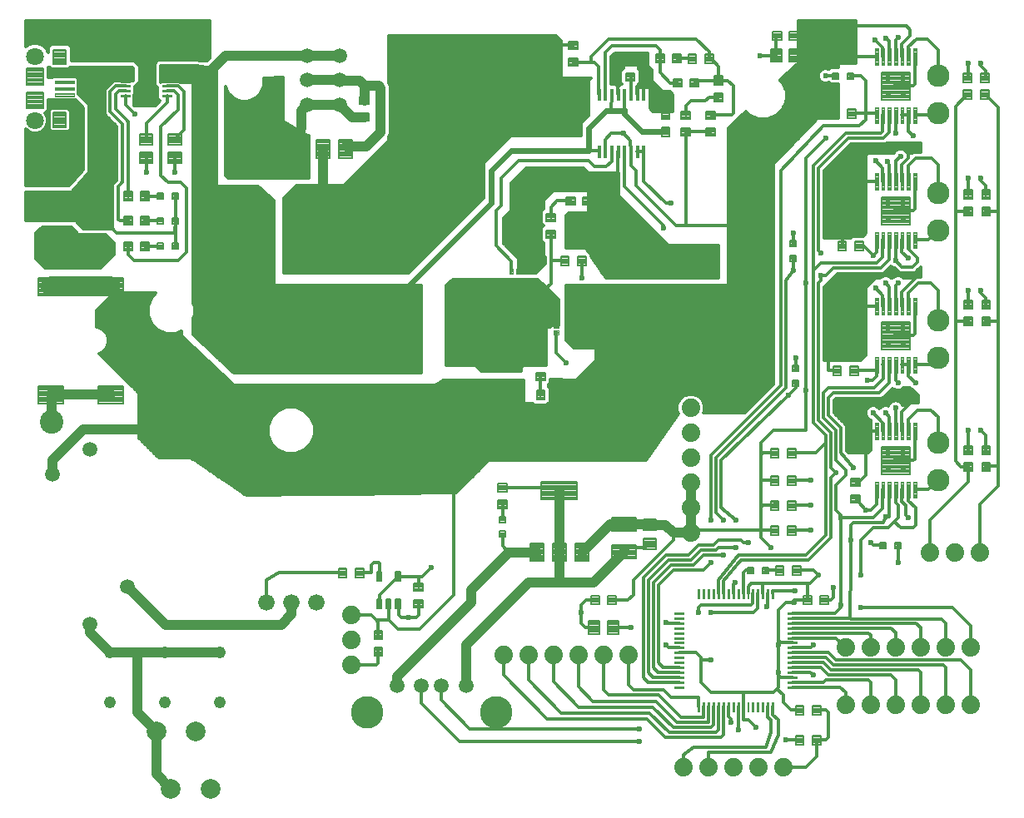
<source format=gtl>
G75*
%MOIN*%
%OFA0B0*%
%FSLAX24Y24*%
%IPPOS*%
%LPD*%
%AMOC8*
5,1,8,0,0,1.08239X$1,22.5*
%
%ADD10C,0.0025*%
%ADD11C,0.0079*%
%ADD12C,0.0077*%
%ADD13C,0.0082*%
%ADD14C,0.0709*%
%ADD15C,0.0039*%
%ADD16C,0.0660*%
%ADD17C,0.0077*%
%ADD18C,0.0079*%
%ADD19C,0.0591*%
%ADD20C,0.0034*%
%ADD21C,0.0073*%
%ADD22C,0.0077*%
%ADD23C,0.0079*%
%ADD24C,0.0022*%
%ADD25C,0.0740*%
%ADD26C,0.0480*%
%ADD27C,0.0059*%
%ADD28C,0.0041*%
%ADD29C,0.0083*%
%ADD30C,0.1063*%
%ADD31C,0.0900*%
%ADD32C,0.1299*%
%ADD33C,0.0082*%
%ADD34C,0.0049*%
%ADD35C,0.0787*%
%ADD36C,0.0118*%
%ADD37C,0.0236*%
%ADD38C,0.0394*%
%ADD39C,0.0236*%
%ADD40C,0.0945*%
%ADD41C,0.0787*%
%ADD42C,0.0354*%
D10*
X005622Y028783D02*
X005622Y028857D01*
X005992Y028857D01*
X005992Y028783D01*
X005622Y028783D01*
X005622Y028807D02*
X005992Y028807D01*
X005992Y028831D02*
X005622Y028831D01*
X005622Y028855D02*
X005992Y028855D01*
X005622Y028980D02*
X005622Y029054D01*
X005992Y029054D01*
X005992Y028980D01*
X005622Y028980D01*
X005622Y029004D02*
X005992Y029004D01*
X005992Y029028D02*
X005622Y029028D01*
X005622Y029052D02*
X005992Y029052D01*
X005622Y029177D02*
X005622Y029251D01*
X005992Y029251D01*
X005992Y029177D01*
X005622Y029177D01*
X005622Y029201D02*
X005992Y029201D01*
X005992Y029225D02*
X005622Y029225D01*
X005622Y029249D02*
X005992Y029249D01*
X005622Y029374D02*
X005622Y029448D01*
X005992Y029448D01*
X005992Y029374D01*
X005622Y029374D01*
X005622Y029398D02*
X005992Y029398D01*
X005992Y029422D02*
X005622Y029422D01*
X005622Y029446D02*
X005992Y029446D01*
X005622Y029570D02*
X005622Y029644D01*
X005992Y029644D01*
X005992Y029570D01*
X005622Y029570D01*
X005622Y029594D02*
X005992Y029594D01*
X005992Y029618D02*
X005622Y029618D01*
X005622Y029642D02*
X005992Y029642D01*
X007656Y029644D02*
X007656Y029570D01*
X007286Y029570D01*
X007286Y029644D01*
X007656Y029644D01*
X007656Y029594D02*
X007286Y029594D01*
X007286Y029618D02*
X007656Y029618D01*
X007656Y029642D02*
X007286Y029642D01*
X007656Y029448D02*
X007656Y029374D01*
X007286Y029374D01*
X007286Y029448D01*
X007656Y029448D01*
X007656Y029398D02*
X007286Y029398D01*
X007286Y029422D02*
X007656Y029422D01*
X007656Y029446D02*
X007286Y029446D01*
X007656Y029251D02*
X007656Y029177D01*
X007286Y029177D01*
X007286Y029251D01*
X007656Y029251D01*
X007656Y029201D02*
X007286Y029201D01*
X007286Y029225D02*
X007656Y029225D01*
X007656Y029249D02*
X007286Y029249D01*
X007656Y029054D02*
X007656Y028980D01*
X007286Y028980D01*
X007286Y029054D01*
X007656Y029054D01*
X007656Y029004D02*
X007286Y029004D01*
X007286Y029028D02*
X007656Y029028D01*
X007656Y029052D02*
X007286Y029052D01*
X007656Y028857D02*
X007656Y028783D01*
X007286Y028783D01*
X007286Y028857D01*
X007656Y028857D01*
X007656Y028807D02*
X007286Y028807D01*
X007286Y028831D02*
X007656Y028831D01*
X007656Y028855D02*
X007286Y028855D01*
D11*
X007327Y024923D02*
X007327Y024687D01*
X007091Y024687D01*
X007091Y024923D01*
X007327Y024923D01*
X007327Y024765D02*
X007091Y024765D01*
X007091Y024843D02*
X007327Y024843D01*
X007327Y024921D02*
X007091Y024921D01*
X007918Y024923D02*
X007918Y024687D01*
X007682Y024687D01*
X007682Y024923D01*
X007918Y024923D01*
X007918Y024765D02*
X007682Y024765D01*
X007682Y024843D02*
X007918Y024843D01*
X007918Y024921D02*
X007682Y024921D01*
X006738Y024982D02*
X006422Y024982D01*
X006738Y024982D02*
X006738Y024628D01*
X006422Y024628D01*
X006422Y024982D01*
X006422Y024706D02*
X006738Y024706D01*
X006738Y024784D02*
X006422Y024784D01*
X006422Y024862D02*
X006738Y024862D01*
X006738Y024940D02*
X006422Y024940D01*
X006068Y024982D02*
X005752Y024982D01*
X006068Y024982D02*
X006068Y024628D01*
X005752Y024628D01*
X005752Y024982D01*
X005752Y024706D02*
X006068Y024706D01*
X006068Y024784D02*
X005752Y024784D01*
X005752Y024862D02*
X006068Y024862D01*
X006068Y024940D02*
X005752Y024940D01*
X005752Y023998D02*
X006068Y023998D01*
X006068Y023644D01*
X005752Y023644D01*
X005752Y023998D01*
X005752Y023722D02*
X006068Y023722D01*
X006068Y023800D02*
X005752Y023800D01*
X005752Y023878D02*
X006068Y023878D01*
X006068Y023956D02*
X005752Y023956D01*
X006422Y023998D02*
X006738Y023998D01*
X006738Y023644D01*
X006422Y023644D01*
X006422Y023998D01*
X006422Y023722D02*
X006738Y023722D01*
X006738Y023800D02*
X006422Y023800D01*
X006422Y023878D02*
X006738Y023878D01*
X006738Y023956D02*
X006422Y023956D01*
X007327Y023939D02*
X007327Y023703D01*
X007091Y023703D01*
X007091Y023939D01*
X007327Y023939D01*
X007327Y023781D02*
X007091Y023781D01*
X007091Y023859D02*
X007327Y023859D01*
X007327Y023937D02*
X007091Y023937D01*
X007918Y023939D02*
X007918Y023703D01*
X007682Y023703D01*
X007682Y023939D01*
X007918Y023939D01*
X007918Y023781D02*
X007682Y023781D01*
X007682Y023859D02*
X007918Y023859D01*
X007918Y023937D02*
X007682Y023937D01*
X007918Y022915D02*
X007918Y022679D01*
X007682Y022679D01*
X007682Y022915D01*
X007918Y022915D01*
X007918Y022757D02*
X007682Y022757D01*
X007682Y022835D02*
X007918Y022835D01*
X007918Y022913D02*
X007682Y022913D01*
X007327Y022915D02*
X007327Y022679D01*
X007091Y022679D01*
X007091Y022915D01*
X007327Y022915D01*
X007327Y022757D02*
X007091Y022757D01*
X007091Y022835D02*
X007327Y022835D01*
X007327Y022913D02*
X007091Y022913D01*
X006738Y022974D02*
X006422Y022974D01*
X006738Y022974D02*
X006738Y022620D01*
X006422Y022620D01*
X006422Y022974D01*
X006422Y022698D02*
X006738Y022698D01*
X006738Y022776D02*
X006422Y022776D01*
X006422Y022854D02*
X006738Y022854D01*
X006738Y022932D02*
X006422Y022932D01*
X006068Y022974D02*
X005752Y022974D01*
X006068Y022974D02*
X006068Y022620D01*
X005752Y022620D01*
X005752Y022974D01*
X005752Y022698D02*
X006068Y022698D01*
X006068Y022776D02*
X005752Y022776D01*
X005752Y022854D02*
X006068Y022854D01*
X006068Y022932D02*
X005752Y022932D01*
X004729Y021537D02*
X004729Y020829D01*
X004729Y021537D02*
X005713Y021537D01*
X005713Y020829D01*
X004729Y020829D01*
X004729Y020907D02*
X005713Y020907D01*
X005713Y020985D02*
X004729Y020985D01*
X004729Y021063D02*
X005713Y021063D01*
X005713Y021141D02*
X004729Y021141D01*
X004729Y021219D02*
X005713Y021219D01*
X005713Y021297D02*
X004729Y021297D01*
X004729Y021375D02*
X005713Y021375D01*
X005713Y021453D02*
X004729Y021453D01*
X004729Y021531D02*
X005713Y021531D01*
X002328Y021537D02*
X002328Y020829D01*
X002328Y021537D02*
X003312Y021537D01*
X003312Y020829D01*
X002328Y020829D01*
X002328Y020907D02*
X003312Y020907D01*
X003312Y020985D02*
X002328Y020985D01*
X002328Y021063D02*
X003312Y021063D01*
X003312Y021141D02*
X002328Y021141D01*
X002328Y021219D02*
X003312Y021219D01*
X003312Y021297D02*
X002328Y021297D01*
X002328Y021375D02*
X003312Y021375D01*
X003312Y021453D02*
X002328Y021453D01*
X002328Y021531D02*
X003312Y021531D01*
X002328Y017206D02*
X002328Y016498D01*
X002328Y017206D02*
X003312Y017206D01*
X003312Y016498D01*
X002328Y016498D01*
X002328Y016576D02*
X003312Y016576D01*
X003312Y016654D02*
X002328Y016654D01*
X002328Y016732D02*
X003312Y016732D01*
X003312Y016810D02*
X002328Y016810D01*
X002328Y016888D02*
X003312Y016888D01*
X003312Y016966D02*
X002328Y016966D01*
X002328Y017044D02*
X003312Y017044D01*
X003312Y017122D02*
X002328Y017122D01*
X002328Y017200D02*
X003312Y017200D01*
X004729Y017206D02*
X004729Y016498D01*
X004729Y017206D02*
X005713Y017206D01*
X005713Y016498D01*
X004729Y016498D01*
X004729Y016576D02*
X005713Y016576D01*
X005713Y016654D02*
X004729Y016654D01*
X004729Y016732D02*
X005713Y016732D01*
X005713Y016810D02*
X004729Y016810D01*
X004729Y016888D02*
X005713Y016888D01*
X005713Y016966D02*
X004729Y016966D01*
X004729Y017044D02*
X005713Y017044D01*
X005713Y017122D02*
X004729Y017122D01*
X004729Y017200D02*
X005713Y017200D01*
X013863Y020041D02*
X013863Y020967D01*
X014769Y020967D01*
X014769Y020041D01*
X013863Y020041D01*
X013863Y020119D02*
X014769Y020119D01*
X014769Y020197D02*
X013863Y020197D01*
X013863Y020275D02*
X014769Y020275D01*
X014769Y020353D02*
X013863Y020353D01*
X013863Y020431D02*
X014769Y020431D01*
X014769Y020509D02*
X013863Y020509D01*
X013863Y020587D02*
X014769Y020587D01*
X014769Y020665D02*
X013863Y020665D01*
X013863Y020743D02*
X014769Y020743D01*
X014769Y020821D02*
X013863Y020821D01*
X013863Y020899D02*
X014769Y020899D01*
X013863Y022029D02*
X013863Y022955D01*
X014769Y022955D01*
X014769Y022029D01*
X013863Y022029D01*
X013863Y022107D02*
X014769Y022107D01*
X014769Y022185D02*
X013863Y022185D01*
X013863Y022263D02*
X014769Y022263D01*
X014769Y022341D02*
X013863Y022341D01*
X013863Y022419D02*
X014769Y022419D01*
X014769Y022497D02*
X013863Y022497D01*
X013863Y022575D02*
X014769Y022575D01*
X014769Y022653D02*
X013863Y022653D01*
X013863Y022731D02*
X014769Y022731D01*
X014769Y022809D02*
X013863Y022809D01*
X013863Y022887D02*
X014769Y022887D01*
X015192Y027811D02*
X015192Y028127D01*
X015546Y028127D01*
X015546Y027811D01*
X015192Y027811D01*
X015192Y027889D02*
X015546Y027889D01*
X015546Y027967D02*
X015192Y027967D01*
X015192Y028045D02*
X015546Y028045D01*
X015546Y028123D02*
X015192Y028123D01*
X015192Y028480D02*
X015192Y028796D01*
X015546Y028796D01*
X015546Y028480D01*
X015192Y028480D01*
X015192Y028558D02*
X015546Y028558D01*
X015546Y028636D02*
X015192Y028636D01*
X015192Y028714D02*
X015546Y028714D01*
X015546Y028792D02*
X015192Y028792D01*
X022662Y024106D02*
X022662Y023790D01*
X022662Y024106D02*
X023016Y024106D01*
X023016Y023790D01*
X022662Y023790D01*
X022662Y023868D02*
X023016Y023868D01*
X023016Y023946D02*
X022662Y023946D01*
X022662Y024024D02*
X023016Y024024D01*
X023016Y024102D02*
X022662Y024102D01*
X022662Y023437D02*
X022662Y023121D01*
X022662Y023437D02*
X023016Y023437D01*
X023016Y023121D01*
X022662Y023121D01*
X022662Y023199D02*
X023016Y023199D01*
X023016Y023277D02*
X022662Y023277D01*
X022662Y023355D02*
X023016Y023355D01*
X023016Y023433D02*
X022662Y023433D01*
X023246Y022391D02*
X023562Y022391D01*
X023562Y022037D01*
X023246Y022037D01*
X023246Y022391D01*
X023246Y022115D02*
X023562Y022115D01*
X023562Y022193D02*
X023246Y022193D01*
X023246Y022271D02*
X023562Y022271D01*
X023562Y022349D02*
X023246Y022349D01*
X023915Y022391D02*
X024231Y022391D01*
X024231Y022037D01*
X023915Y022037D01*
X023915Y022391D01*
X023915Y022115D02*
X024231Y022115D01*
X024231Y022193D02*
X023915Y022193D01*
X023915Y022271D02*
X024231Y022271D01*
X024231Y022349D02*
X023915Y022349D01*
X025438Y022798D02*
X025438Y021872D01*
X025438Y022798D02*
X026344Y022798D01*
X026344Y021872D01*
X025438Y021872D01*
X025438Y021950D02*
X026344Y021950D01*
X026344Y022028D02*
X025438Y022028D01*
X025438Y022106D02*
X026344Y022106D01*
X026344Y022184D02*
X025438Y022184D01*
X025438Y022262D02*
X026344Y022262D01*
X026344Y022340D02*
X025438Y022340D01*
X025438Y022418D02*
X026344Y022418D01*
X026344Y022496D02*
X025438Y022496D01*
X025438Y022574D02*
X026344Y022574D01*
X026344Y022652D02*
X025438Y022652D01*
X025438Y022730D02*
X026344Y022730D01*
X024473Y024450D02*
X024119Y024450D01*
X024119Y024766D01*
X024473Y024766D01*
X024473Y024450D01*
X024473Y024528D02*
X024119Y024528D01*
X024119Y024606D02*
X024473Y024606D01*
X024473Y024684D02*
X024119Y024684D01*
X024119Y024762D02*
X024473Y024762D01*
X023804Y024450D02*
X023450Y024450D01*
X023450Y024766D01*
X023804Y024766D01*
X023804Y024450D01*
X023804Y024528D02*
X023450Y024528D01*
X023450Y024606D02*
X023804Y024606D01*
X023804Y024684D02*
X023450Y024684D01*
X023450Y024762D02*
X023804Y024762D01*
X027584Y027207D02*
X027584Y027561D01*
X027584Y027207D02*
X027268Y027207D01*
X027268Y027561D01*
X027584Y027561D01*
X027584Y027285D02*
X027268Y027285D01*
X027268Y027363D02*
X027584Y027363D01*
X027584Y027441D02*
X027268Y027441D01*
X027268Y027519D02*
X027584Y027519D01*
X027584Y027876D02*
X027584Y028230D01*
X027584Y027876D02*
X027268Y027876D01*
X027268Y028230D01*
X027584Y028230D01*
X027584Y027954D02*
X027268Y027954D01*
X027268Y028032D02*
X027584Y028032D01*
X027584Y028110D02*
X027268Y028110D01*
X027268Y028188D02*
X027584Y028188D01*
X028062Y028206D02*
X028062Y027890D01*
X028062Y028206D02*
X028416Y028206D01*
X028416Y027890D01*
X028062Y027890D01*
X028062Y027968D02*
X028416Y027968D01*
X028416Y028046D02*
X028062Y028046D01*
X028062Y028124D02*
X028416Y028124D01*
X028416Y028202D02*
X028062Y028202D01*
X029062Y028206D02*
X029062Y027890D01*
X029062Y028206D02*
X029416Y028206D01*
X029416Y027890D01*
X029062Y027890D01*
X029062Y027968D02*
X029416Y027968D01*
X029416Y028046D02*
X029062Y028046D01*
X029062Y028124D02*
X029416Y028124D01*
X029416Y028202D02*
X029062Y028202D01*
X029394Y028585D02*
X029394Y028939D01*
X029710Y028939D01*
X029710Y028585D01*
X029394Y028585D01*
X029394Y028663D02*
X029710Y028663D01*
X029710Y028741D02*
X029394Y028741D01*
X029394Y028819D02*
X029710Y028819D01*
X029710Y028897D02*
X029394Y028897D01*
X029394Y029254D02*
X029394Y029608D01*
X029710Y029608D01*
X029710Y029254D01*
X029394Y029254D01*
X029394Y029332D02*
X029710Y029332D01*
X029710Y029410D02*
X029394Y029410D01*
X029394Y029488D02*
X029710Y029488D01*
X029710Y029566D02*
X029394Y029566D01*
X029331Y030491D02*
X029015Y030491D01*
X029331Y030491D02*
X029331Y030137D01*
X029015Y030137D01*
X029015Y030491D01*
X029015Y030215D02*
X029331Y030215D01*
X029331Y030293D02*
X029015Y030293D01*
X029015Y030371D02*
X029331Y030371D01*
X029331Y030449D02*
X029015Y030449D01*
X028662Y030491D02*
X028346Y030491D01*
X028662Y030491D02*
X028662Y030137D01*
X028346Y030137D01*
X028346Y030491D01*
X028346Y030215D02*
X028662Y030215D01*
X028662Y030293D02*
X028346Y030293D01*
X028346Y030371D02*
X028662Y030371D01*
X028662Y030449D02*
X028346Y030449D01*
X028056Y030159D02*
X027702Y030159D01*
X027702Y030475D01*
X028056Y030475D01*
X028056Y030159D01*
X028056Y030237D02*
X027702Y030237D01*
X027702Y030315D02*
X028056Y030315D01*
X028056Y030393D02*
X027702Y030393D01*
X027702Y030471D02*
X028056Y030471D01*
X027386Y030159D02*
X027032Y030159D01*
X027032Y030475D01*
X027386Y030475D01*
X027386Y030159D01*
X027386Y030237D02*
X027032Y030237D01*
X027032Y030315D02*
X027386Y030315D01*
X027386Y030393D02*
X027032Y030393D01*
X027032Y030471D02*
X027386Y030471D01*
X026196Y030406D02*
X026196Y030090D01*
X025842Y030090D01*
X025842Y030406D01*
X026196Y030406D01*
X026196Y030168D02*
X025842Y030168D01*
X025842Y030246D02*
X026196Y030246D01*
X026196Y030324D02*
X025842Y030324D01*
X025842Y030402D02*
X026196Y030402D01*
X026196Y029737D02*
X026196Y029421D01*
X025842Y029421D01*
X025842Y029737D01*
X026196Y029737D01*
X026196Y029499D02*
X025842Y029499D01*
X025842Y029577D02*
X026196Y029577D01*
X026196Y029655D02*
X025842Y029655D01*
X025842Y029733D02*
X026196Y029733D01*
X027741Y029175D02*
X028095Y029175D01*
X027741Y029175D02*
X027741Y029491D01*
X028095Y029491D01*
X028095Y029175D01*
X028095Y029253D02*
X027741Y029253D01*
X027741Y029331D02*
X028095Y029331D01*
X028095Y029409D02*
X027741Y029409D01*
X027741Y029487D02*
X028095Y029487D01*
X028410Y029175D02*
X028764Y029175D01*
X028410Y029175D02*
X028410Y029491D01*
X028764Y029491D01*
X028764Y029175D01*
X028764Y029253D02*
X028410Y029253D01*
X028410Y029331D02*
X028764Y029331D01*
X028764Y029409D02*
X028410Y029409D01*
X028410Y029487D02*
X028764Y029487D01*
X029062Y027537D02*
X029062Y027221D01*
X029062Y027537D02*
X029416Y027537D01*
X029416Y027221D01*
X029062Y027221D01*
X029062Y027299D02*
X029416Y027299D01*
X029416Y027377D02*
X029062Y027377D01*
X029062Y027455D02*
X029416Y027455D01*
X029416Y027533D02*
X029062Y027533D01*
X028062Y027537D02*
X028062Y027221D01*
X028062Y027537D02*
X028416Y027537D01*
X028416Y027221D01*
X028062Y027221D01*
X028062Y027299D02*
X028416Y027299D01*
X028416Y027377D02*
X028062Y027377D01*
X028062Y027455D02*
X028416Y027455D01*
X028416Y027533D02*
X028062Y027533D01*
X023562Y030021D02*
X023562Y030337D01*
X023916Y030337D01*
X023916Y030021D01*
X023562Y030021D01*
X023562Y030099D02*
X023916Y030099D01*
X023916Y030177D02*
X023562Y030177D01*
X023562Y030255D02*
X023916Y030255D01*
X023916Y030333D02*
X023562Y030333D01*
X023562Y030690D02*
X023562Y031006D01*
X023916Y031006D01*
X023916Y030690D01*
X023562Y030690D01*
X023562Y030768D02*
X023916Y030768D01*
X023916Y030846D02*
X023562Y030846D01*
X023562Y030924D02*
X023916Y030924D01*
X023916Y031002D02*
X023562Y031002D01*
X031717Y031380D02*
X032071Y031380D01*
X032071Y031064D01*
X031717Y031064D01*
X031717Y031380D01*
X031717Y031142D02*
X032071Y031142D01*
X032071Y031220D02*
X031717Y031220D01*
X031717Y031298D02*
X032071Y031298D01*
X032071Y031376D02*
X031717Y031376D01*
X032387Y031380D02*
X032741Y031380D01*
X032741Y031064D01*
X032387Y031064D01*
X032387Y031380D01*
X032387Y031142D02*
X032741Y031142D01*
X032741Y031220D02*
X032387Y031220D01*
X032387Y031298D02*
X032741Y031298D01*
X032741Y031376D02*
X032387Y031376D01*
X034361Y029732D02*
X034361Y029496D01*
X034125Y029496D01*
X034125Y029732D01*
X034361Y029732D01*
X034361Y029574D02*
X034125Y029574D01*
X034125Y029652D02*
X034361Y029652D01*
X034361Y029730D02*
X034125Y029730D01*
X034952Y029732D02*
X034952Y029496D01*
X034716Y029496D01*
X034716Y029732D01*
X034952Y029732D01*
X034952Y029574D02*
X034716Y029574D01*
X034716Y029652D02*
X034952Y029652D01*
X034952Y029730D02*
X034716Y029730D01*
X034715Y027937D02*
X035031Y027937D01*
X034715Y027937D02*
X034715Y028291D01*
X035031Y028291D01*
X035031Y027937D01*
X035031Y028015D02*
X034715Y028015D01*
X034715Y028093D02*
X035031Y028093D01*
X035031Y028171D02*
X034715Y028171D01*
X034715Y028249D02*
X035031Y028249D01*
X034362Y027937D02*
X034046Y027937D01*
X034046Y028291D01*
X034362Y028291D01*
X034362Y027937D01*
X034362Y028015D02*
X034046Y028015D01*
X034046Y028093D02*
X034362Y028093D01*
X034362Y028171D02*
X034046Y028171D01*
X034046Y028249D02*
X034362Y028249D01*
X039355Y028703D02*
X039355Y029057D01*
X039671Y029057D01*
X039671Y028703D01*
X039355Y028703D01*
X039355Y028781D02*
X039671Y028781D01*
X039671Y028859D02*
X039355Y028859D01*
X039355Y028937D02*
X039671Y028937D01*
X039671Y029015D02*
X039355Y029015D01*
X039355Y029372D02*
X039355Y029726D01*
X039671Y029726D01*
X039671Y029372D01*
X039355Y029372D01*
X039355Y029450D02*
X039671Y029450D01*
X039671Y029528D02*
X039355Y029528D01*
X039355Y029606D02*
X039671Y029606D01*
X039671Y029684D02*
X039355Y029684D01*
X040063Y029726D02*
X040063Y029372D01*
X040063Y029726D02*
X040379Y029726D01*
X040379Y029372D01*
X040063Y029372D01*
X040063Y029450D02*
X040379Y029450D01*
X040379Y029528D02*
X040063Y029528D01*
X040063Y029606D02*
X040379Y029606D01*
X040379Y029684D02*
X040063Y029684D01*
X040063Y029057D02*
X040063Y028703D01*
X040063Y029057D02*
X040379Y029057D01*
X040379Y028703D01*
X040063Y028703D01*
X040063Y028781D02*
X040379Y028781D01*
X040379Y028859D02*
X040063Y028859D01*
X040063Y028937D02*
X040379Y028937D01*
X040379Y029015D02*
X040063Y029015D01*
X040103Y025041D02*
X040103Y024687D01*
X040103Y025041D02*
X040419Y025041D01*
X040419Y024687D01*
X040103Y024687D01*
X040103Y024765D02*
X040419Y024765D01*
X040419Y024843D02*
X040103Y024843D01*
X040103Y024921D02*
X040419Y024921D01*
X040419Y024999D02*
X040103Y024999D01*
X039394Y025041D02*
X039394Y024687D01*
X039394Y025041D02*
X039710Y025041D01*
X039710Y024687D01*
X039394Y024687D01*
X039394Y024765D02*
X039710Y024765D01*
X039710Y024843D02*
X039394Y024843D01*
X039394Y024921D02*
X039710Y024921D01*
X039710Y024999D02*
X039394Y024999D01*
X039394Y024372D02*
X039394Y024018D01*
X039394Y024372D02*
X039710Y024372D01*
X039710Y024018D01*
X039394Y024018D01*
X039394Y024096D02*
X039710Y024096D01*
X039710Y024174D02*
X039394Y024174D01*
X039394Y024252D02*
X039710Y024252D01*
X039710Y024330D02*
X039394Y024330D01*
X040103Y024372D02*
X040103Y024018D01*
X040103Y024372D02*
X040419Y024372D01*
X040419Y024018D01*
X040103Y024018D01*
X040103Y024096D02*
X040419Y024096D01*
X040419Y024174D02*
X040103Y024174D01*
X040103Y024252D02*
X040419Y024252D01*
X040419Y024330D02*
X040103Y024330D01*
X040103Y020632D02*
X040103Y020278D01*
X040103Y020632D02*
X040419Y020632D01*
X040419Y020278D01*
X040103Y020278D01*
X040103Y020356D02*
X040419Y020356D01*
X040419Y020434D02*
X040103Y020434D01*
X040103Y020512D02*
X040419Y020512D01*
X040419Y020590D02*
X040103Y020590D01*
X039394Y020632D02*
X039394Y020278D01*
X039394Y020632D02*
X039710Y020632D01*
X039710Y020278D01*
X039394Y020278D01*
X039394Y020356D02*
X039710Y020356D01*
X039710Y020434D02*
X039394Y020434D01*
X039394Y020512D02*
X039710Y020512D01*
X039710Y020590D02*
X039394Y020590D01*
X039394Y019962D02*
X039394Y019608D01*
X039394Y019962D02*
X039710Y019962D01*
X039710Y019608D01*
X039394Y019608D01*
X039394Y019686D02*
X039710Y019686D01*
X039710Y019764D02*
X039394Y019764D01*
X039394Y019842D02*
X039710Y019842D01*
X039710Y019920D02*
X039394Y019920D01*
X040103Y019962D02*
X040103Y019608D01*
X040103Y019962D02*
X040419Y019962D01*
X040419Y019608D01*
X040103Y019608D01*
X040103Y019686D02*
X040419Y019686D01*
X040419Y019764D02*
X040103Y019764D01*
X040103Y019842D02*
X040419Y019842D01*
X040419Y019920D02*
X040103Y019920D01*
X035331Y022637D02*
X035015Y022637D01*
X035015Y022991D01*
X035331Y022991D01*
X035331Y022637D01*
X035331Y022715D02*
X035015Y022715D01*
X035015Y022793D02*
X035331Y022793D01*
X035331Y022871D02*
X035015Y022871D01*
X035015Y022949D02*
X035331Y022949D01*
X034662Y022637D02*
X034346Y022637D01*
X034346Y022991D01*
X034662Y022991D01*
X034662Y022637D01*
X034662Y022715D02*
X034346Y022715D01*
X034346Y022793D02*
X034662Y022793D01*
X034662Y022871D02*
X034346Y022871D01*
X034346Y022949D02*
X034662Y022949D01*
X032657Y022791D02*
X032421Y022791D01*
X032421Y023027D01*
X032657Y023027D01*
X032657Y022791D01*
X032657Y022869D02*
X032421Y022869D01*
X032421Y022947D02*
X032657Y022947D01*
X032657Y023025D02*
X032421Y023025D01*
X032421Y022200D02*
X032657Y022200D01*
X032421Y022200D02*
X032421Y022436D01*
X032657Y022436D01*
X032657Y022200D01*
X032657Y022278D02*
X032421Y022278D01*
X032421Y022356D02*
X032657Y022356D01*
X032657Y022434D02*
X032421Y022434D01*
X032521Y017791D02*
X032757Y017791D01*
X032521Y017791D02*
X032521Y018027D01*
X032757Y018027D01*
X032757Y017791D01*
X032757Y017869D02*
X032521Y017869D01*
X032521Y017947D02*
X032757Y017947D01*
X032757Y018025D02*
X032521Y018025D01*
X032521Y017200D02*
X032757Y017200D01*
X032521Y017200D02*
X032521Y017436D01*
X032757Y017436D01*
X032757Y017200D01*
X032757Y017278D02*
X032521Y017278D01*
X032521Y017356D02*
X032757Y017356D01*
X032757Y017434D02*
X032521Y017434D01*
X034146Y017637D02*
X034462Y017637D01*
X034146Y017637D02*
X034146Y017991D01*
X034462Y017991D01*
X034462Y017637D01*
X034462Y017715D02*
X034146Y017715D01*
X034146Y017793D02*
X034462Y017793D01*
X034462Y017871D02*
X034146Y017871D01*
X034146Y017949D02*
X034462Y017949D01*
X034815Y017637D02*
X035131Y017637D01*
X034815Y017637D02*
X034815Y017991D01*
X035131Y017991D01*
X035131Y017637D01*
X035131Y017715D02*
X034815Y017715D01*
X034815Y017793D02*
X035131Y017793D01*
X035131Y017871D02*
X034815Y017871D01*
X034815Y017949D02*
X035131Y017949D01*
X032631Y014337D02*
X032315Y014337D01*
X032315Y014691D01*
X032631Y014691D01*
X032631Y014337D01*
X032631Y014415D02*
X032315Y014415D01*
X032315Y014493D02*
X032631Y014493D01*
X032631Y014571D02*
X032315Y014571D01*
X032315Y014649D02*
X032631Y014649D01*
X031962Y014337D02*
X031646Y014337D01*
X031646Y014691D01*
X031962Y014691D01*
X031962Y014337D01*
X031962Y014415D02*
X031646Y014415D01*
X031646Y014493D02*
X031962Y014493D01*
X031962Y014571D02*
X031646Y014571D01*
X031646Y014649D02*
X031962Y014649D01*
X031962Y013237D02*
X031646Y013237D01*
X031646Y013591D01*
X031962Y013591D01*
X031962Y013237D01*
X031962Y013315D02*
X031646Y013315D01*
X031646Y013393D02*
X031962Y013393D01*
X031962Y013471D02*
X031646Y013471D01*
X031646Y013549D02*
X031962Y013549D01*
X032315Y013237D02*
X032631Y013237D01*
X032315Y013237D02*
X032315Y013591D01*
X032631Y013591D01*
X032631Y013237D01*
X032631Y013315D02*
X032315Y013315D01*
X032315Y013393D02*
X032631Y013393D01*
X032631Y013471D02*
X032315Y013471D01*
X032315Y013549D02*
X032631Y013549D01*
X032631Y012237D02*
X032315Y012237D01*
X032315Y012591D01*
X032631Y012591D01*
X032631Y012237D01*
X032631Y012315D02*
X032315Y012315D01*
X032315Y012393D02*
X032631Y012393D01*
X032631Y012471D02*
X032315Y012471D01*
X032315Y012549D02*
X032631Y012549D01*
X031962Y012237D02*
X031646Y012237D01*
X031646Y012591D01*
X031962Y012591D01*
X031962Y012237D01*
X031962Y012315D02*
X031646Y012315D01*
X031646Y012393D02*
X031962Y012393D01*
X031962Y012471D02*
X031646Y012471D01*
X031646Y012549D02*
X031962Y012549D01*
X031962Y011237D02*
X031646Y011237D01*
X031646Y011591D01*
X031962Y011591D01*
X031962Y011237D01*
X031962Y011315D02*
X031646Y011315D01*
X031646Y011393D02*
X031962Y011393D01*
X031962Y011471D02*
X031646Y011471D01*
X031646Y011549D02*
X031962Y011549D01*
X032315Y011237D02*
X032631Y011237D01*
X032315Y011237D02*
X032315Y011591D01*
X032631Y011591D01*
X032631Y011237D01*
X032631Y011315D02*
X032315Y011315D01*
X032315Y011393D02*
X032631Y011393D01*
X032631Y011471D02*
X032315Y011471D01*
X032315Y011549D02*
X032631Y011549D01*
X032515Y009991D02*
X032831Y009991D01*
X032831Y009637D01*
X032515Y009637D01*
X032515Y009991D01*
X032515Y009715D02*
X032831Y009715D01*
X032831Y009793D02*
X032515Y009793D01*
X032515Y009871D02*
X032831Y009871D01*
X032831Y009949D02*
X032515Y009949D01*
X032162Y009991D02*
X031846Y009991D01*
X032162Y009991D02*
X032162Y009637D01*
X031846Y009637D01*
X031846Y009991D01*
X031846Y009715D02*
X032162Y009715D01*
X032162Y009793D02*
X031846Y009793D01*
X031846Y009871D02*
X032162Y009871D01*
X032162Y009949D02*
X031846Y009949D01*
X031552Y009932D02*
X031552Y009696D01*
X031316Y009696D01*
X031316Y009932D01*
X031552Y009932D01*
X031552Y009774D02*
X031316Y009774D01*
X031316Y009852D02*
X031552Y009852D01*
X031552Y009930D02*
X031316Y009930D01*
X030961Y009932D02*
X030961Y009696D01*
X030725Y009696D01*
X030725Y009932D01*
X030961Y009932D01*
X030961Y009774D02*
X030725Y009774D01*
X030725Y009852D02*
X030961Y009852D01*
X030961Y009930D02*
X030725Y009930D01*
X032938Y008466D02*
X033292Y008466D01*
X032938Y008466D02*
X032938Y008782D01*
X033292Y008782D01*
X033292Y008466D01*
X033292Y008544D02*
X032938Y008544D01*
X032938Y008622D02*
X033292Y008622D01*
X033292Y008700D02*
X032938Y008700D01*
X032938Y008778D02*
X033292Y008778D01*
X033607Y008466D02*
X033961Y008466D01*
X033607Y008466D02*
X033607Y008782D01*
X033961Y008782D01*
X033961Y008466D01*
X033961Y008544D02*
X033607Y008544D01*
X033607Y008622D02*
X033961Y008622D01*
X033961Y008700D02*
X033607Y008700D01*
X033607Y008778D02*
X033961Y008778D01*
X036025Y010696D02*
X036025Y010932D01*
X036261Y010932D01*
X036261Y010696D01*
X036025Y010696D01*
X036025Y010774D02*
X036261Y010774D01*
X036261Y010852D02*
X036025Y010852D01*
X036025Y010930D02*
X036261Y010930D01*
X036616Y010932D02*
X036616Y010696D01*
X036616Y010932D02*
X036852Y010932D01*
X036852Y010696D01*
X036616Y010696D01*
X036616Y010774D02*
X036852Y010774D01*
X036852Y010852D02*
X036616Y010852D01*
X036616Y010930D02*
X036852Y010930D01*
X034862Y012521D02*
X034862Y012837D01*
X035216Y012837D01*
X035216Y012521D01*
X034862Y012521D01*
X034862Y012599D02*
X035216Y012599D01*
X035216Y012677D02*
X034862Y012677D01*
X034862Y012755D02*
X035216Y012755D01*
X035216Y012833D02*
X034862Y012833D01*
X034862Y013190D02*
X034862Y013506D01*
X035216Y013506D01*
X035216Y013190D01*
X034862Y013190D01*
X034862Y013268D02*
X035216Y013268D01*
X035216Y013346D02*
X034862Y013346D01*
X034862Y013424D02*
X035216Y013424D01*
X035216Y013502D02*
X034862Y013502D01*
X039394Y013782D02*
X039394Y014136D01*
X039710Y014136D01*
X039710Y013782D01*
X039394Y013782D01*
X039394Y013860D02*
X039710Y013860D01*
X039710Y013938D02*
X039394Y013938D01*
X039394Y014016D02*
X039710Y014016D01*
X039710Y014094D02*
X039394Y014094D01*
X039394Y014451D02*
X039394Y014805D01*
X039710Y014805D01*
X039710Y014451D01*
X039394Y014451D01*
X039394Y014529D02*
X039710Y014529D01*
X039710Y014607D02*
X039394Y014607D01*
X039394Y014685D02*
X039710Y014685D01*
X039710Y014763D02*
X039394Y014763D01*
X040103Y014805D02*
X040103Y014451D01*
X040103Y014805D02*
X040419Y014805D01*
X040419Y014451D01*
X040103Y014451D01*
X040103Y014529D02*
X040419Y014529D01*
X040419Y014607D02*
X040103Y014607D01*
X040103Y014685D02*
X040419Y014685D01*
X040419Y014763D02*
X040103Y014763D01*
X040103Y014136D02*
X040103Y013782D01*
X040103Y014136D02*
X040419Y014136D01*
X040419Y013782D01*
X040103Y013782D01*
X040103Y013860D02*
X040419Y013860D01*
X040419Y013938D02*
X040103Y013938D01*
X040103Y014016D02*
X040419Y014016D01*
X040419Y014094D02*
X040103Y014094D01*
X033631Y004037D02*
X033315Y004037D01*
X033315Y004391D01*
X033631Y004391D01*
X033631Y004037D01*
X033631Y004115D02*
X033315Y004115D01*
X033315Y004193D02*
X033631Y004193D01*
X033631Y004271D02*
X033315Y004271D01*
X033315Y004349D02*
X033631Y004349D01*
X032962Y004037D02*
X032646Y004037D01*
X032646Y004391D01*
X032962Y004391D01*
X032962Y004037D01*
X032962Y004115D02*
X032646Y004115D01*
X032646Y004193D02*
X032962Y004193D01*
X032962Y004271D02*
X032646Y004271D01*
X032646Y004349D02*
X032962Y004349D01*
X032962Y003191D02*
X032646Y003191D01*
X032962Y003191D02*
X032962Y002837D01*
X032646Y002837D01*
X032646Y003191D01*
X032646Y002915D02*
X032962Y002915D01*
X032962Y002993D02*
X032646Y002993D01*
X032646Y003071D02*
X032962Y003071D01*
X032962Y003149D02*
X032646Y003149D01*
X033315Y003191D02*
X033631Y003191D01*
X033631Y002837D01*
X033315Y002837D01*
X033315Y003191D01*
X033315Y002915D02*
X033631Y002915D01*
X033631Y002993D02*
X033315Y002993D01*
X033315Y003071D02*
X033631Y003071D01*
X033631Y003149D02*
X033315Y003149D01*
X025457Y008782D02*
X025103Y008782D01*
X025457Y008782D02*
X025457Y008466D01*
X025103Y008466D01*
X025103Y008782D01*
X025103Y008544D02*
X025457Y008544D01*
X025457Y008622D02*
X025103Y008622D01*
X025103Y008700D02*
X025457Y008700D01*
X025457Y008778D02*
X025103Y008778D01*
X024788Y008782D02*
X024434Y008782D01*
X024788Y008782D02*
X024788Y008466D01*
X024434Y008466D01*
X024434Y008782D01*
X024434Y008544D02*
X024788Y008544D01*
X024788Y008622D02*
X024434Y008622D01*
X024434Y008700D02*
X024788Y008700D01*
X024788Y008778D02*
X024434Y008778D01*
X021024Y011141D02*
X020788Y011141D01*
X020788Y011377D01*
X021024Y011377D01*
X021024Y011141D01*
X021024Y011219D02*
X020788Y011219D01*
X020788Y011297D02*
X021024Y011297D01*
X021024Y011375D02*
X020788Y011375D01*
X020788Y011732D02*
X021024Y011732D01*
X020788Y011732D02*
X020788Y011968D01*
X021024Y011968D01*
X021024Y011732D01*
X021024Y011810D02*
X020788Y011810D01*
X020788Y011888D02*
X021024Y011888D01*
X021024Y011966D02*
X020788Y011966D01*
X021083Y012294D02*
X021083Y012610D01*
X021083Y012294D02*
X020729Y012294D01*
X020729Y012610D01*
X021083Y012610D01*
X021083Y012372D02*
X020729Y012372D01*
X020729Y012450D02*
X021083Y012450D01*
X021083Y012528D02*
X020729Y012528D01*
X020729Y012606D02*
X021083Y012606D01*
X021083Y012963D02*
X021083Y013279D01*
X021083Y012963D02*
X020729Y012963D01*
X020729Y013279D01*
X021083Y013279D01*
X021083Y013041D02*
X020729Y013041D01*
X020729Y013119D02*
X021083Y013119D01*
X021083Y013197D02*
X020729Y013197D01*
X020729Y013275D02*
X021083Y013275D01*
X022268Y015986D02*
X022268Y016340D01*
X022584Y016340D01*
X022584Y015986D01*
X022268Y015986D01*
X022268Y016064D02*
X022584Y016064D01*
X022584Y016142D02*
X022268Y016142D01*
X022268Y016220D02*
X022584Y016220D01*
X022584Y016298D02*
X022268Y016298D01*
X022268Y016656D02*
X022268Y017010D01*
X022584Y017010D01*
X022584Y016656D01*
X022268Y016656D01*
X022268Y016734D02*
X022584Y016734D01*
X022584Y016812D02*
X022268Y016812D01*
X022268Y016890D02*
X022584Y016890D01*
X022584Y016968D02*
X022268Y016968D01*
X022603Y017423D02*
X022603Y017739D01*
X022603Y017423D02*
X022249Y017423D01*
X022249Y017739D01*
X022603Y017739D01*
X022603Y017501D02*
X022249Y017501D01*
X022249Y017579D02*
X022603Y017579D01*
X022603Y017657D02*
X022249Y017657D01*
X022249Y017735D02*
X022603Y017735D01*
X022603Y018092D02*
X022603Y018408D01*
X022603Y018092D02*
X022249Y018092D01*
X022249Y018408D01*
X022603Y018408D01*
X022603Y018170D02*
X022249Y018170D01*
X022249Y018248D02*
X022603Y018248D01*
X022603Y018326D02*
X022249Y018326D01*
X022249Y018404D02*
X022603Y018404D01*
X025438Y019883D02*
X025438Y020809D01*
X026344Y020809D01*
X026344Y019883D01*
X025438Y019883D01*
X025438Y019961D02*
X026344Y019961D01*
X026344Y020039D02*
X025438Y020039D01*
X025438Y020117D02*
X026344Y020117D01*
X026344Y020195D02*
X025438Y020195D01*
X025438Y020273D02*
X026344Y020273D01*
X026344Y020351D02*
X025438Y020351D01*
X025438Y020429D02*
X026344Y020429D01*
X026344Y020507D02*
X025438Y020507D01*
X025438Y020585D02*
X026344Y020585D01*
X026344Y020663D02*
X025438Y020663D01*
X025438Y020741D02*
X026344Y020741D01*
X015331Y009537D02*
X015015Y009537D01*
X015015Y009891D01*
X015331Y009891D01*
X015331Y009537D01*
X015331Y009615D02*
X015015Y009615D01*
X015015Y009693D02*
X015331Y009693D01*
X015331Y009771D02*
X015015Y009771D01*
X015015Y009849D02*
X015331Y009849D01*
X014662Y009537D02*
X014346Y009537D01*
X014346Y009891D01*
X014662Y009891D01*
X014662Y009537D01*
X014662Y009615D02*
X014346Y009615D01*
X014346Y009693D02*
X014662Y009693D01*
X014662Y009771D02*
X014346Y009771D01*
X014346Y009849D02*
X014662Y009849D01*
X017716Y009306D02*
X017716Y008990D01*
X017362Y008990D01*
X017362Y009306D01*
X017716Y009306D01*
X017716Y009068D02*
X017362Y009068D01*
X017362Y009146D02*
X017716Y009146D01*
X017716Y009224D02*
X017362Y009224D01*
X017362Y009302D02*
X017716Y009302D01*
X017716Y008637D02*
X017716Y008321D01*
X017362Y008321D01*
X017362Y008637D01*
X017716Y008637D01*
X017716Y008399D02*
X017362Y008399D01*
X017362Y008477D02*
X017716Y008477D01*
X017716Y008555D02*
X017362Y008555D01*
X017362Y008633D02*
X017716Y008633D01*
X015772Y007403D02*
X015772Y007049D01*
X015772Y007403D02*
X016088Y007403D01*
X016088Y007049D01*
X015772Y007049D01*
X015772Y007127D02*
X016088Y007127D01*
X016088Y007205D02*
X015772Y007205D01*
X015772Y007283D02*
X016088Y007283D01*
X016088Y007361D02*
X015772Y007361D01*
X015772Y006734D02*
X015772Y006380D01*
X015772Y006734D02*
X016088Y006734D01*
X016088Y006380D01*
X015772Y006380D01*
X015772Y006458D02*
X016088Y006458D01*
X016088Y006536D02*
X015772Y006536D01*
X015772Y006614D02*
X016088Y006614D01*
X016088Y006692D02*
X015772Y006692D01*
D12*
X024354Y007779D02*
X024790Y007779D01*
X024790Y007265D01*
X024354Y007265D01*
X024354Y007779D01*
X024354Y007341D02*
X024790Y007341D01*
X024790Y007417D02*
X024354Y007417D01*
X024354Y007493D02*
X024790Y007493D01*
X024790Y007569D02*
X024354Y007569D01*
X024354Y007645D02*
X024790Y007645D01*
X024790Y007721D02*
X024354Y007721D01*
X025102Y007779D02*
X025538Y007779D01*
X025538Y007265D01*
X025102Y007265D01*
X025102Y007779D01*
X025102Y007341D02*
X025538Y007341D01*
X025538Y007417D02*
X025102Y007417D01*
X025102Y007493D02*
X025538Y007493D01*
X025538Y007569D02*
X025102Y007569D01*
X025102Y007645D02*
X025538Y007645D01*
X025538Y007721D02*
X025102Y007721D01*
X026539Y010670D02*
X026539Y011106D01*
X027053Y011106D01*
X027053Y010670D01*
X026539Y010670D01*
X026539Y010746D02*
X027053Y010746D01*
X027053Y010822D02*
X026539Y010822D01*
X026539Y010898D02*
X027053Y010898D01*
X027053Y010974D02*
X026539Y010974D01*
X026539Y011050D02*
X027053Y011050D01*
X026539Y011418D02*
X026539Y011854D01*
X027053Y011854D01*
X027053Y011418D01*
X026539Y011418D01*
X026539Y011494D02*
X027053Y011494D01*
X027053Y011570D02*
X026539Y011570D01*
X026539Y011646D02*
X027053Y011646D01*
X027053Y011722D02*
X026539Y011722D01*
X026539Y011798D02*
X027053Y011798D01*
X029100Y020748D02*
X029100Y021184D01*
X029100Y020748D02*
X028586Y020748D01*
X028586Y021184D01*
X029100Y021184D01*
X029100Y020824D02*
X028586Y020824D01*
X028586Y020900D02*
X029100Y020900D01*
X029100Y020976D02*
X028586Y020976D01*
X028586Y021052D02*
X029100Y021052D01*
X029100Y021128D02*
X028586Y021128D01*
X029100Y021497D02*
X029100Y021933D01*
X029100Y021497D02*
X028586Y021497D01*
X028586Y021933D01*
X029100Y021933D01*
X029100Y021573D02*
X028586Y021573D01*
X028586Y021649D02*
X029100Y021649D01*
X029100Y021725D02*
X028586Y021725D01*
X028586Y021801D02*
X029100Y021801D01*
X029100Y021877D02*
X028586Y021877D01*
X031637Y030692D02*
X032073Y030692D01*
X032073Y030178D01*
X031637Y030178D01*
X031637Y030692D01*
X031637Y030254D02*
X032073Y030254D01*
X032073Y030330D02*
X031637Y030330D01*
X031637Y030406D02*
X032073Y030406D01*
X032073Y030482D02*
X031637Y030482D01*
X031637Y030558D02*
X032073Y030558D01*
X032073Y030634D02*
X031637Y030634D01*
X032385Y030692D02*
X032821Y030692D01*
X032821Y030178D01*
X032385Y030178D01*
X032385Y030692D01*
X032385Y030254D02*
X032821Y030254D01*
X032821Y030330D02*
X032385Y030330D01*
X032385Y030406D02*
X032821Y030406D01*
X032821Y030482D02*
X032385Y030482D01*
X032385Y030558D02*
X032821Y030558D01*
X032821Y030634D02*
X032385Y030634D01*
X008510Y030712D02*
X008510Y030276D01*
X007996Y030276D01*
X007996Y030712D01*
X008510Y030712D01*
X008510Y030352D02*
X007996Y030352D01*
X007996Y030428D02*
X008510Y030428D01*
X008510Y030504D02*
X007996Y030504D01*
X007996Y030580D02*
X008510Y030580D01*
X008510Y030656D02*
X007996Y030656D01*
X008510Y029964D02*
X008510Y029528D01*
X007996Y029528D01*
X007996Y029964D01*
X008510Y029964D01*
X008510Y029604D02*
X007996Y029604D01*
X007996Y029680D02*
X008510Y029680D01*
X008510Y029756D02*
X007996Y029756D01*
X007996Y029832D02*
X008510Y029832D01*
X008510Y029908D02*
X007996Y029908D01*
X005085Y029964D02*
X005085Y029528D01*
X004571Y029528D01*
X004571Y029964D01*
X005085Y029964D01*
X005085Y029604D02*
X004571Y029604D01*
X004571Y029680D02*
X005085Y029680D01*
X005085Y029756D02*
X004571Y029756D01*
X004571Y029832D02*
X005085Y029832D01*
X005085Y029908D02*
X004571Y029908D01*
X005085Y030276D02*
X005085Y030712D01*
X005085Y030276D02*
X004571Y030276D01*
X004571Y030712D01*
X005085Y030712D01*
X005085Y030352D02*
X004571Y030352D01*
X004571Y030428D02*
X005085Y030428D01*
X005085Y030504D02*
X004571Y030504D01*
X004571Y030580D02*
X005085Y030580D01*
X005085Y030656D02*
X004571Y030656D01*
X002916Y030670D02*
X002916Y030078D01*
X002916Y030670D02*
X003430Y030670D01*
X003430Y030078D01*
X002916Y030078D01*
X002916Y030154D02*
X003430Y030154D01*
X003430Y030230D02*
X002916Y030230D01*
X002916Y030306D02*
X003430Y030306D01*
X003430Y030382D02*
X002916Y030382D01*
X002916Y030458D02*
X003430Y030458D01*
X003430Y030534D02*
X002916Y030534D01*
X002916Y030610D02*
X003430Y030610D01*
X002916Y028150D02*
X002916Y027558D01*
X002916Y028150D02*
X003430Y028150D01*
X003430Y027558D01*
X002916Y027558D01*
X002916Y027634D02*
X003430Y027634D01*
X003430Y027710D02*
X002916Y027710D01*
X002916Y027786D02*
X003430Y027786D01*
X003430Y027862D02*
X002916Y027862D01*
X002916Y027938D02*
X003430Y027938D01*
X003430Y028014D02*
X002916Y028014D01*
X002916Y028090D02*
X003430Y028090D01*
X006896Y027306D02*
X006896Y026870D01*
X006382Y026870D01*
X006382Y027306D01*
X006896Y027306D01*
X006896Y026946D02*
X006382Y026946D01*
X006382Y027022D02*
X006896Y027022D01*
X006896Y027098D02*
X006382Y027098D01*
X006382Y027174D02*
X006896Y027174D01*
X006896Y027250D02*
X006382Y027250D01*
X006896Y026558D02*
X006896Y026122D01*
X006382Y026122D01*
X006382Y026558D01*
X006896Y026558D01*
X006896Y026198D02*
X006382Y026198D01*
X006382Y026274D02*
X006896Y026274D01*
X006896Y026350D02*
X006382Y026350D01*
X006382Y026426D02*
X006896Y026426D01*
X006896Y026502D02*
X006382Y026502D01*
X008036Y026558D02*
X008036Y026122D01*
X007522Y026122D01*
X007522Y026558D01*
X008036Y026558D01*
X008036Y026198D02*
X007522Y026198D01*
X007522Y026274D02*
X008036Y026274D01*
X008036Y026350D02*
X007522Y026350D01*
X007522Y026426D02*
X008036Y026426D01*
X008036Y026502D02*
X007522Y026502D01*
X008036Y026870D02*
X008036Y027306D01*
X008036Y026870D02*
X007522Y026870D01*
X007522Y027306D01*
X008036Y027306D01*
X008036Y026946D02*
X007522Y026946D01*
X007522Y027022D02*
X008036Y027022D01*
X008036Y027098D02*
X007522Y027098D01*
X007522Y027174D02*
X008036Y027174D01*
X008036Y027250D02*
X007522Y027250D01*
D13*
X001856Y028308D02*
X001856Y028974D01*
X002522Y028974D01*
X002522Y028308D01*
X001856Y028308D01*
X001856Y028389D02*
X002522Y028389D01*
X002522Y028470D02*
X001856Y028470D01*
X001856Y028551D02*
X002522Y028551D01*
X002522Y028632D02*
X001856Y028632D01*
X001856Y028713D02*
X002522Y028713D01*
X002522Y028794D02*
X001856Y028794D01*
X001856Y028875D02*
X002522Y028875D01*
X002522Y028956D02*
X001856Y028956D01*
X001856Y029253D02*
X001856Y029919D01*
X002522Y029919D01*
X002522Y029253D01*
X001856Y029253D01*
X001856Y029334D02*
X002522Y029334D01*
X002522Y029415D02*
X001856Y029415D01*
X001856Y029496D02*
X002522Y029496D01*
X002522Y029577D02*
X001856Y029577D01*
X001856Y029658D02*
X002522Y029658D01*
X002522Y029739D02*
X001856Y029739D01*
X001856Y029820D02*
X002522Y029820D01*
X002522Y029901D02*
X001856Y029901D01*
X021198Y021394D02*
X021198Y020728D01*
X021198Y021394D02*
X022080Y021394D01*
X022080Y020728D01*
X021198Y020728D01*
X021198Y020809D02*
X022080Y020809D01*
X022080Y020890D02*
X021198Y020890D01*
X021198Y020971D02*
X022080Y020971D01*
X022080Y021052D02*
X021198Y021052D01*
X021198Y021133D02*
X022080Y021133D01*
X022080Y021214D02*
X021198Y021214D01*
X021198Y021295D02*
X022080Y021295D01*
X022080Y021376D02*
X021198Y021376D01*
X023436Y019285D02*
X024102Y019285D01*
X023436Y019285D02*
X023436Y020167D01*
X024102Y020167D01*
X024102Y019285D01*
X024102Y019366D02*
X023436Y019366D01*
X023436Y019447D02*
X024102Y019447D01*
X024102Y019528D02*
X023436Y019528D01*
X023436Y019609D02*
X024102Y019609D01*
X024102Y019690D02*
X023436Y019690D01*
X023436Y019771D02*
X024102Y019771D01*
X024102Y019852D02*
X023436Y019852D01*
X023436Y019933D02*
X024102Y019933D01*
X024102Y020014D02*
X023436Y020014D01*
X023436Y020095D02*
X024102Y020095D01*
D14*
X002189Y027824D03*
X002189Y030403D03*
D15*
X002986Y029567D02*
X003734Y029567D01*
X002986Y029567D02*
X002986Y029685D01*
X003734Y029685D01*
X003734Y029567D01*
X003734Y029605D02*
X002986Y029605D01*
X002986Y029643D02*
X003734Y029643D01*
X003734Y029681D02*
X002986Y029681D01*
X002986Y029311D02*
X003734Y029311D01*
X002986Y029311D02*
X002986Y029429D01*
X003734Y029429D01*
X003734Y029311D01*
X003734Y029349D02*
X002986Y029349D01*
X002986Y029387D02*
X003734Y029387D01*
X003734Y029425D02*
X002986Y029425D01*
X002986Y029173D02*
X003734Y029173D01*
X003734Y029055D01*
X002986Y029055D01*
X002986Y029173D01*
X002986Y029093D02*
X003734Y029093D01*
X003734Y029131D02*
X002986Y029131D01*
X002986Y029169D02*
X003734Y029169D01*
X003734Y028799D02*
X002986Y028799D01*
X002986Y028917D01*
X003734Y028917D01*
X003734Y028799D01*
X003734Y028837D02*
X002986Y028837D01*
X002986Y028875D02*
X003734Y028875D01*
X003734Y028913D02*
X002986Y028913D01*
X002986Y028547D02*
X003734Y028547D01*
X002986Y028547D02*
X002986Y028665D01*
X003734Y028665D01*
X003734Y028547D01*
X003734Y028585D02*
X002986Y028585D01*
X002986Y028623D02*
X003734Y028623D01*
X003734Y028661D02*
X002986Y028661D01*
D16*
X003139Y024214D03*
X003139Y023214D03*
X011439Y008514D03*
X012439Y008514D03*
X013439Y008514D03*
D17*
X022027Y010177D02*
X022541Y010177D01*
X022027Y010177D02*
X022027Y010891D01*
X022541Y010891D01*
X022541Y010177D01*
X022541Y010253D02*
X022027Y010253D01*
X022027Y010329D02*
X022541Y010329D01*
X022541Y010405D02*
X022027Y010405D01*
X022027Y010481D02*
X022541Y010481D01*
X022541Y010557D02*
X022027Y010557D01*
X022027Y010633D02*
X022541Y010633D01*
X022541Y010709D02*
X022027Y010709D01*
X022027Y010785D02*
X022541Y010785D01*
X022541Y010861D02*
X022027Y010861D01*
X022927Y010177D02*
X023441Y010177D01*
X022927Y010177D02*
X022927Y010891D01*
X023441Y010891D01*
X023441Y010177D01*
X023441Y010253D02*
X022927Y010253D01*
X022927Y010329D02*
X023441Y010329D01*
X023441Y010405D02*
X022927Y010405D01*
X022927Y010481D02*
X023441Y010481D01*
X023441Y010557D02*
X022927Y010557D01*
X022927Y010633D02*
X023441Y010633D01*
X023441Y010709D02*
X022927Y010709D01*
X022927Y010785D02*
X023441Y010785D01*
X023441Y010861D02*
X022927Y010861D01*
X023827Y010177D02*
X024341Y010177D01*
X023827Y010177D02*
X023827Y010891D01*
X024341Y010891D01*
X024341Y010177D01*
X024341Y010253D02*
X023827Y010253D01*
X023827Y010329D02*
X024341Y010329D01*
X024341Y010405D02*
X023827Y010405D01*
X023827Y010481D02*
X024341Y010481D01*
X024341Y010557D02*
X023827Y010557D01*
X023827Y010633D02*
X024341Y010633D01*
X024341Y010709D02*
X023827Y010709D01*
X023827Y010785D02*
X024341Y010785D01*
X024341Y010861D02*
X023827Y010861D01*
X014866Y027051D02*
X014352Y027051D01*
X014866Y027051D02*
X014866Y026337D01*
X014352Y026337D01*
X014352Y027051D01*
X014352Y026413D02*
X014866Y026413D01*
X014866Y026489D02*
X014352Y026489D01*
X014352Y026565D02*
X014866Y026565D01*
X014866Y026641D02*
X014352Y026641D01*
X014352Y026717D02*
X014866Y026717D01*
X014866Y026793D02*
X014352Y026793D01*
X014352Y026869D02*
X014866Y026869D01*
X014866Y026945D02*
X014352Y026945D01*
X014352Y027021D02*
X014866Y027021D01*
X013966Y027051D02*
X013452Y027051D01*
X013966Y027051D02*
X013966Y026337D01*
X013452Y026337D01*
X013452Y027051D01*
X013452Y026413D02*
X013966Y026413D01*
X013966Y026489D02*
X013452Y026489D01*
X013452Y026565D02*
X013966Y026565D01*
X013966Y026641D02*
X013452Y026641D01*
X013452Y026717D02*
X013966Y026717D01*
X013966Y026793D02*
X013452Y026793D01*
X013452Y026869D02*
X013966Y026869D01*
X013966Y026945D02*
X013452Y026945D01*
X013452Y027021D02*
X013966Y027021D01*
X013066Y027051D02*
X012552Y027051D01*
X013066Y027051D02*
X013066Y026337D01*
X012552Y026337D01*
X012552Y027051D01*
X012552Y026413D02*
X013066Y026413D01*
X013066Y026489D02*
X012552Y026489D01*
X012552Y026565D02*
X013066Y026565D01*
X013066Y026641D02*
X012552Y026641D01*
X012552Y026717D02*
X013066Y026717D01*
X013066Y026793D02*
X012552Y026793D01*
X012552Y026869D02*
X013066Y026869D01*
X013066Y026945D02*
X012552Y026945D01*
X012552Y027021D02*
X013066Y027021D01*
D18*
X013008Y024570D02*
X014430Y024570D01*
X014430Y023858D01*
X013008Y023858D01*
X013008Y024570D01*
X013008Y023936D02*
X014430Y023936D01*
X014430Y024014D02*
X013008Y024014D01*
X013008Y024092D02*
X014430Y024092D01*
X014430Y024170D02*
X013008Y024170D01*
X013008Y024248D02*
X014430Y024248D01*
X014430Y024326D02*
X013008Y024326D01*
X013008Y024404D02*
X014430Y024404D01*
X014430Y024482D02*
X013008Y024482D01*
X013008Y024560D02*
X014430Y024560D01*
X022463Y012658D02*
X023885Y012658D01*
X022463Y012658D02*
X022463Y013370D01*
X023885Y013370D01*
X023885Y012658D01*
X023885Y012736D02*
X022463Y012736D01*
X022463Y012814D02*
X023885Y012814D01*
X023885Y012892D02*
X022463Y012892D01*
X022463Y012970D02*
X023885Y012970D01*
X023885Y013048D02*
X022463Y013048D01*
X022463Y013126D02*
X023885Y013126D01*
X023885Y013204D02*
X022463Y013204D01*
X022463Y013282D02*
X023885Y013282D01*
X023885Y013360D02*
X022463Y013360D01*
D19*
X019434Y005207D03*
X018450Y005207D03*
X017662Y005207D03*
X016678Y005207D03*
X005881Y009165D03*
X004381Y007665D03*
X002881Y013665D03*
X004381Y014665D03*
X013079Y028459D03*
X013079Y029444D03*
X013079Y030428D03*
X014379Y030428D03*
X014379Y029444D03*
X014379Y028459D03*
D20*
X024702Y029095D02*
X024806Y029095D01*
X024806Y028657D01*
X024702Y028657D01*
X024702Y029095D01*
X024702Y028690D02*
X024806Y028690D01*
X024806Y028723D02*
X024702Y028723D01*
X024702Y028756D02*
X024806Y028756D01*
X024806Y028789D02*
X024702Y028789D01*
X024702Y028822D02*
X024806Y028822D01*
X024806Y028855D02*
X024702Y028855D01*
X024702Y028888D02*
X024806Y028888D01*
X024806Y028921D02*
X024702Y028921D01*
X024702Y028954D02*
X024806Y028954D01*
X024806Y028987D02*
X024702Y028987D01*
X024702Y029020D02*
X024806Y029020D01*
X024806Y029053D02*
X024702Y029053D01*
X024702Y029086D02*
X024806Y029086D01*
X024958Y029095D02*
X025062Y029095D01*
X025062Y028657D01*
X024958Y028657D01*
X024958Y029095D01*
X024958Y028690D02*
X025062Y028690D01*
X025062Y028723D02*
X024958Y028723D01*
X024958Y028756D02*
X025062Y028756D01*
X025062Y028789D02*
X024958Y028789D01*
X024958Y028822D02*
X025062Y028822D01*
X025062Y028855D02*
X024958Y028855D01*
X024958Y028888D02*
X025062Y028888D01*
X025062Y028921D02*
X024958Y028921D01*
X024958Y028954D02*
X025062Y028954D01*
X025062Y028987D02*
X024958Y028987D01*
X024958Y029020D02*
X025062Y029020D01*
X025062Y029053D02*
X024958Y029053D01*
X024958Y029086D02*
X025062Y029086D01*
X025214Y029095D02*
X025318Y029095D01*
X025318Y028657D01*
X025214Y028657D01*
X025214Y029095D01*
X025214Y028690D02*
X025318Y028690D01*
X025318Y028723D02*
X025214Y028723D01*
X025214Y028756D02*
X025318Y028756D01*
X025318Y028789D02*
X025214Y028789D01*
X025214Y028822D02*
X025318Y028822D01*
X025318Y028855D02*
X025214Y028855D01*
X025214Y028888D02*
X025318Y028888D01*
X025318Y028921D02*
X025214Y028921D01*
X025214Y028954D02*
X025318Y028954D01*
X025318Y028987D02*
X025214Y028987D01*
X025214Y029020D02*
X025318Y029020D01*
X025318Y029053D02*
X025214Y029053D01*
X025214Y029086D02*
X025318Y029086D01*
X025470Y029095D02*
X025574Y029095D01*
X025574Y028657D01*
X025470Y028657D01*
X025470Y029095D01*
X025470Y028690D02*
X025574Y028690D01*
X025574Y028723D02*
X025470Y028723D01*
X025470Y028756D02*
X025574Y028756D01*
X025574Y028789D02*
X025470Y028789D01*
X025470Y028822D02*
X025574Y028822D01*
X025574Y028855D02*
X025470Y028855D01*
X025470Y028888D02*
X025574Y028888D01*
X025574Y028921D02*
X025470Y028921D01*
X025470Y028954D02*
X025574Y028954D01*
X025574Y028987D02*
X025470Y028987D01*
X025470Y029020D02*
X025574Y029020D01*
X025574Y029053D02*
X025470Y029053D01*
X025470Y029086D02*
X025574Y029086D01*
X025726Y029095D02*
X025830Y029095D01*
X025830Y028657D01*
X025726Y028657D01*
X025726Y029095D01*
X025726Y028690D02*
X025830Y028690D01*
X025830Y028723D02*
X025726Y028723D01*
X025726Y028756D02*
X025830Y028756D01*
X025830Y028789D02*
X025726Y028789D01*
X025726Y028822D02*
X025830Y028822D01*
X025830Y028855D02*
X025726Y028855D01*
X025726Y028888D02*
X025830Y028888D01*
X025830Y028921D02*
X025726Y028921D01*
X025726Y028954D02*
X025830Y028954D01*
X025830Y028987D02*
X025726Y028987D01*
X025726Y029020D02*
X025830Y029020D01*
X025830Y029053D02*
X025726Y029053D01*
X025726Y029086D02*
X025830Y029086D01*
X025981Y029095D02*
X026085Y029095D01*
X026085Y028657D01*
X025981Y028657D01*
X025981Y029095D01*
X025981Y028690D02*
X026085Y028690D01*
X026085Y028723D02*
X025981Y028723D01*
X025981Y028756D02*
X026085Y028756D01*
X026085Y028789D02*
X025981Y028789D01*
X025981Y028822D02*
X026085Y028822D01*
X026085Y028855D02*
X025981Y028855D01*
X025981Y028888D02*
X026085Y028888D01*
X026085Y028921D02*
X025981Y028921D01*
X025981Y028954D02*
X026085Y028954D01*
X026085Y028987D02*
X025981Y028987D01*
X025981Y029020D02*
X026085Y029020D01*
X026085Y029053D02*
X025981Y029053D01*
X025981Y029086D02*
X026085Y029086D01*
X026237Y029095D02*
X026341Y029095D01*
X026341Y028657D01*
X026237Y028657D01*
X026237Y029095D01*
X026237Y028690D02*
X026341Y028690D01*
X026341Y028723D02*
X026237Y028723D01*
X026237Y028756D02*
X026341Y028756D01*
X026341Y028789D02*
X026237Y028789D01*
X026237Y028822D02*
X026341Y028822D01*
X026341Y028855D02*
X026237Y028855D01*
X026237Y028888D02*
X026341Y028888D01*
X026341Y028921D02*
X026237Y028921D01*
X026237Y028954D02*
X026341Y028954D01*
X026341Y028987D02*
X026237Y028987D01*
X026237Y029020D02*
X026341Y029020D01*
X026341Y029053D02*
X026237Y029053D01*
X026237Y029086D02*
X026341Y029086D01*
X026493Y029095D02*
X026597Y029095D01*
X026597Y028657D01*
X026493Y028657D01*
X026493Y029095D01*
X026493Y028690D02*
X026597Y028690D01*
X026597Y028723D02*
X026493Y028723D01*
X026493Y028756D02*
X026597Y028756D01*
X026597Y028789D02*
X026493Y028789D01*
X026493Y028822D02*
X026597Y028822D01*
X026597Y028855D02*
X026493Y028855D01*
X026493Y028888D02*
X026597Y028888D01*
X026597Y028921D02*
X026493Y028921D01*
X026493Y028954D02*
X026597Y028954D01*
X026597Y028987D02*
X026493Y028987D01*
X026493Y029020D02*
X026597Y029020D01*
X026597Y029053D02*
X026493Y029053D01*
X026493Y029086D02*
X026597Y029086D01*
X026597Y026811D02*
X026493Y026811D01*
X026597Y026811D02*
X026597Y026373D01*
X026493Y026373D01*
X026493Y026811D01*
X026493Y026406D02*
X026597Y026406D01*
X026597Y026439D02*
X026493Y026439D01*
X026493Y026472D02*
X026597Y026472D01*
X026597Y026505D02*
X026493Y026505D01*
X026493Y026538D02*
X026597Y026538D01*
X026597Y026571D02*
X026493Y026571D01*
X026493Y026604D02*
X026597Y026604D01*
X026597Y026637D02*
X026493Y026637D01*
X026493Y026670D02*
X026597Y026670D01*
X026597Y026703D02*
X026493Y026703D01*
X026493Y026736D02*
X026597Y026736D01*
X026597Y026769D02*
X026493Y026769D01*
X026493Y026802D02*
X026597Y026802D01*
X026341Y026811D02*
X026237Y026811D01*
X026341Y026811D02*
X026341Y026373D01*
X026237Y026373D01*
X026237Y026811D01*
X026237Y026406D02*
X026341Y026406D01*
X026341Y026439D02*
X026237Y026439D01*
X026237Y026472D02*
X026341Y026472D01*
X026341Y026505D02*
X026237Y026505D01*
X026237Y026538D02*
X026341Y026538D01*
X026341Y026571D02*
X026237Y026571D01*
X026237Y026604D02*
X026341Y026604D01*
X026341Y026637D02*
X026237Y026637D01*
X026237Y026670D02*
X026341Y026670D01*
X026341Y026703D02*
X026237Y026703D01*
X026237Y026736D02*
X026341Y026736D01*
X026341Y026769D02*
X026237Y026769D01*
X026237Y026802D02*
X026341Y026802D01*
X026085Y026811D02*
X025981Y026811D01*
X026085Y026811D02*
X026085Y026373D01*
X025981Y026373D01*
X025981Y026811D01*
X025981Y026406D02*
X026085Y026406D01*
X026085Y026439D02*
X025981Y026439D01*
X025981Y026472D02*
X026085Y026472D01*
X026085Y026505D02*
X025981Y026505D01*
X025981Y026538D02*
X026085Y026538D01*
X026085Y026571D02*
X025981Y026571D01*
X025981Y026604D02*
X026085Y026604D01*
X026085Y026637D02*
X025981Y026637D01*
X025981Y026670D02*
X026085Y026670D01*
X026085Y026703D02*
X025981Y026703D01*
X025981Y026736D02*
X026085Y026736D01*
X026085Y026769D02*
X025981Y026769D01*
X025981Y026802D02*
X026085Y026802D01*
X025830Y026811D02*
X025726Y026811D01*
X025830Y026811D02*
X025830Y026373D01*
X025726Y026373D01*
X025726Y026811D01*
X025726Y026406D02*
X025830Y026406D01*
X025830Y026439D02*
X025726Y026439D01*
X025726Y026472D02*
X025830Y026472D01*
X025830Y026505D02*
X025726Y026505D01*
X025726Y026538D02*
X025830Y026538D01*
X025830Y026571D02*
X025726Y026571D01*
X025726Y026604D02*
X025830Y026604D01*
X025830Y026637D02*
X025726Y026637D01*
X025726Y026670D02*
X025830Y026670D01*
X025830Y026703D02*
X025726Y026703D01*
X025726Y026736D02*
X025830Y026736D01*
X025830Y026769D02*
X025726Y026769D01*
X025726Y026802D02*
X025830Y026802D01*
X025574Y026811D02*
X025470Y026811D01*
X025574Y026811D02*
X025574Y026373D01*
X025470Y026373D01*
X025470Y026811D01*
X025470Y026406D02*
X025574Y026406D01*
X025574Y026439D02*
X025470Y026439D01*
X025470Y026472D02*
X025574Y026472D01*
X025574Y026505D02*
X025470Y026505D01*
X025470Y026538D02*
X025574Y026538D01*
X025574Y026571D02*
X025470Y026571D01*
X025470Y026604D02*
X025574Y026604D01*
X025574Y026637D02*
X025470Y026637D01*
X025470Y026670D02*
X025574Y026670D01*
X025574Y026703D02*
X025470Y026703D01*
X025470Y026736D02*
X025574Y026736D01*
X025574Y026769D02*
X025470Y026769D01*
X025470Y026802D02*
X025574Y026802D01*
X025318Y026811D02*
X025214Y026811D01*
X025318Y026811D02*
X025318Y026373D01*
X025214Y026373D01*
X025214Y026811D01*
X025214Y026406D02*
X025318Y026406D01*
X025318Y026439D02*
X025214Y026439D01*
X025214Y026472D02*
X025318Y026472D01*
X025318Y026505D02*
X025214Y026505D01*
X025214Y026538D02*
X025318Y026538D01*
X025318Y026571D02*
X025214Y026571D01*
X025214Y026604D02*
X025318Y026604D01*
X025318Y026637D02*
X025214Y026637D01*
X025214Y026670D02*
X025318Y026670D01*
X025318Y026703D02*
X025214Y026703D01*
X025214Y026736D02*
X025318Y026736D01*
X025318Y026769D02*
X025214Y026769D01*
X025214Y026802D02*
X025318Y026802D01*
X025062Y026811D02*
X024958Y026811D01*
X025062Y026811D02*
X025062Y026373D01*
X024958Y026373D01*
X024958Y026811D01*
X024958Y026406D02*
X025062Y026406D01*
X025062Y026439D02*
X024958Y026439D01*
X024958Y026472D02*
X025062Y026472D01*
X025062Y026505D02*
X024958Y026505D01*
X024958Y026538D02*
X025062Y026538D01*
X025062Y026571D02*
X024958Y026571D01*
X024958Y026604D02*
X025062Y026604D01*
X025062Y026637D02*
X024958Y026637D01*
X024958Y026670D02*
X025062Y026670D01*
X025062Y026703D02*
X024958Y026703D01*
X024958Y026736D02*
X025062Y026736D01*
X025062Y026769D02*
X024958Y026769D01*
X024958Y026802D02*
X025062Y026802D01*
X024806Y026811D02*
X024702Y026811D01*
X024806Y026811D02*
X024806Y026373D01*
X024702Y026373D01*
X024702Y026811D01*
X024702Y026406D02*
X024806Y026406D01*
X024806Y026439D02*
X024702Y026439D01*
X024702Y026472D02*
X024806Y026472D01*
X024806Y026505D02*
X024702Y026505D01*
X024702Y026538D02*
X024806Y026538D01*
X024806Y026571D02*
X024702Y026571D01*
X024702Y026604D02*
X024806Y026604D01*
X024806Y026637D02*
X024702Y026637D01*
X024702Y026670D02*
X024806Y026670D01*
X024806Y026703D02*
X024702Y026703D01*
X024702Y026736D02*
X024806Y026736D01*
X024806Y026769D02*
X024702Y026769D01*
X024702Y026802D02*
X024806Y026802D01*
D21*
X020468Y020808D02*
X019090Y020808D01*
X020468Y020808D02*
X020468Y018780D01*
X019090Y018780D01*
X019090Y020808D01*
X019090Y018852D02*
X020468Y018852D01*
X020468Y018924D02*
X019090Y018924D01*
X019090Y018996D02*
X020468Y018996D01*
X020468Y019068D02*
X019090Y019068D01*
X019090Y019140D02*
X020468Y019140D01*
X020468Y019212D02*
X019090Y019212D01*
X019090Y019284D02*
X020468Y019284D01*
X020468Y019356D02*
X019090Y019356D01*
X019090Y019428D02*
X020468Y019428D01*
X020468Y019500D02*
X019090Y019500D01*
X019090Y019572D02*
X020468Y019572D01*
X020468Y019644D02*
X019090Y019644D01*
X019090Y019716D02*
X020468Y019716D01*
X020468Y019788D02*
X019090Y019788D01*
X019090Y019860D02*
X020468Y019860D01*
X020468Y019932D02*
X019090Y019932D01*
X019090Y020004D02*
X020468Y020004D01*
X020468Y020076D02*
X019090Y020076D01*
X019090Y020148D02*
X020468Y020148D01*
X020468Y020220D02*
X019090Y020220D01*
X019090Y020292D02*
X020468Y020292D01*
X020468Y020364D02*
X019090Y020364D01*
X019090Y020436D02*
X020468Y020436D01*
X020468Y020508D02*
X019090Y020508D01*
X019090Y020580D02*
X020468Y020580D01*
X020468Y020652D02*
X019090Y020652D01*
X019090Y020724D02*
X020468Y020724D01*
X020468Y020796D02*
X019090Y020796D01*
X017118Y020808D02*
X015740Y020808D01*
X017118Y020808D02*
X017118Y018780D01*
X015740Y018780D01*
X015740Y020808D01*
X015740Y018852D02*
X017118Y018852D01*
X017118Y018924D02*
X015740Y018924D01*
X015740Y018996D02*
X017118Y018996D01*
X017118Y019068D02*
X015740Y019068D01*
X015740Y019140D02*
X017118Y019140D01*
X017118Y019212D02*
X015740Y019212D01*
X015740Y019284D02*
X017118Y019284D01*
X017118Y019356D02*
X015740Y019356D01*
X015740Y019428D02*
X017118Y019428D01*
X017118Y019500D02*
X015740Y019500D01*
X015740Y019572D02*
X017118Y019572D01*
X017118Y019644D02*
X015740Y019644D01*
X015740Y019716D02*
X017118Y019716D01*
X017118Y019788D02*
X015740Y019788D01*
X015740Y019860D02*
X017118Y019860D01*
X017118Y019932D02*
X015740Y019932D01*
X015740Y020004D02*
X017118Y020004D01*
X017118Y020076D02*
X015740Y020076D01*
X015740Y020148D02*
X017118Y020148D01*
X017118Y020220D02*
X015740Y020220D01*
X015740Y020292D02*
X017118Y020292D01*
X017118Y020364D02*
X015740Y020364D01*
X015740Y020436D02*
X017118Y020436D01*
X017118Y020508D02*
X015740Y020508D01*
X015740Y020580D02*
X017118Y020580D01*
X017118Y020652D02*
X015740Y020652D01*
X015740Y020724D02*
X017118Y020724D01*
X017118Y020796D02*
X015740Y020796D01*
D22*
X020261Y017844D02*
X020731Y017844D01*
X020261Y017844D02*
X020261Y018318D01*
X020731Y018318D01*
X020731Y017844D01*
X020731Y017920D02*
X020261Y017920D01*
X020261Y017996D02*
X020731Y017996D01*
X020731Y018072D02*
X020261Y018072D01*
X020261Y018148D02*
X020731Y018148D01*
X020731Y018224D02*
X020261Y018224D01*
X020261Y018300D02*
X020731Y018300D01*
X020986Y017844D02*
X021456Y017844D01*
X020986Y017844D02*
X020986Y018318D01*
X021456Y018318D01*
X021456Y017844D01*
X021456Y017920D02*
X020986Y017920D01*
X020986Y017996D02*
X021456Y017996D01*
X021456Y018072D02*
X020986Y018072D01*
X020986Y018148D02*
X021456Y018148D01*
X021456Y018224D02*
X020986Y018224D01*
X020986Y018300D02*
X021456Y018300D01*
D23*
X021481Y015597D02*
X020237Y015597D01*
X020237Y017431D01*
X021481Y017431D01*
X021481Y015597D01*
X021481Y015675D02*
X020237Y015675D01*
X020237Y015753D02*
X021481Y015753D01*
X021481Y015831D02*
X020237Y015831D01*
X020237Y015909D02*
X021481Y015909D01*
X021481Y015987D02*
X020237Y015987D01*
X020237Y016065D02*
X021481Y016065D01*
X021481Y016143D02*
X020237Y016143D01*
X020237Y016221D02*
X021481Y016221D01*
X021481Y016299D02*
X020237Y016299D01*
X020237Y016377D02*
X021481Y016377D01*
X021481Y016455D02*
X020237Y016455D01*
X020237Y016533D02*
X021481Y016533D01*
X021481Y016611D02*
X020237Y016611D01*
X020237Y016689D02*
X021481Y016689D01*
X021481Y016767D02*
X020237Y016767D01*
X020237Y016845D02*
X021481Y016845D01*
X021481Y016923D02*
X020237Y016923D01*
X020237Y017001D02*
X021481Y017001D01*
X021481Y017079D02*
X020237Y017079D01*
X020237Y017157D02*
X021481Y017157D01*
X021481Y017235D02*
X020237Y017235D01*
X020237Y017313D02*
X021481Y017313D01*
X021481Y017391D02*
X020237Y017391D01*
D24*
X028730Y009064D02*
X028794Y009064D01*
X028794Y008692D01*
X028730Y008692D01*
X028730Y009064D01*
X028730Y008713D02*
X028794Y008713D01*
X028794Y008734D02*
X028730Y008734D01*
X028730Y008755D02*
X028794Y008755D01*
X028794Y008776D02*
X028730Y008776D01*
X028730Y008797D02*
X028794Y008797D01*
X028794Y008818D02*
X028730Y008818D01*
X028730Y008839D02*
X028794Y008839D01*
X028794Y008860D02*
X028730Y008860D01*
X028730Y008881D02*
X028794Y008881D01*
X028794Y008902D02*
X028730Y008902D01*
X028730Y008923D02*
X028794Y008923D01*
X028794Y008944D02*
X028730Y008944D01*
X028730Y008965D02*
X028794Y008965D01*
X028794Y008986D02*
X028730Y008986D01*
X028730Y009007D02*
X028794Y009007D01*
X028794Y009028D02*
X028730Y009028D01*
X028730Y009049D02*
X028794Y009049D01*
X028927Y009064D02*
X028991Y009064D01*
X028991Y008692D01*
X028927Y008692D01*
X028927Y009064D01*
X028927Y008713D02*
X028991Y008713D01*
X028991Y008734D02*
X028927Y008734D01*
X028927Y008755D02*
X028991Y008755D01*
X028991Y008776D02*
X028927Y008776D01*
X028927Y008797D02*
X028991Y008797D01*
X028991Y008818D02*
X028927Y008818D01*
X028927Y008839D02*
X028991Y008839D01*
X028991Y008860D02*
X028927Y008860D01*
X028927Y008881D02*
X028991Y008881D01*
X028991Y008902D02*
X028927Y008902D01*
X028927Y008923D02*
X028991Y008923D01*
X028991Y008944D02*
X028927Y008944D01*
X028927Y008965D02*
X028991Y008965D01*
X028991Y008986D02*
X028927Y008986D01*
X028927Y009007D02*
X028991Y009007D01*
X028991Y009028D02*
X028927Y009028D01*
X028927Y009049D02*
X028991Y009049D01*
X029124Y009064D02*
X029188Y009064D01*
X029188Y008692D01*
X029124Y008692D01*
X029124Y009064D01*
X029124Y008713D02*
X029188Y008713D01*
X029188Y008734D02*
X029124Y008734D01*
X029124Y008755D02*
X029188Y008755D01*
X029188Y008776D02*
X029124Y008776D01*
X029124Y008797D02*
X029188Y008797D01*
X029188Y008818D02*
X029124Y008818D01*
X029124Y008839D02*
X029188Y008839D01*
X029188Y008860D02*
X029124Y008860D01*
X029124Y008881D02*
X029188Y008881D01*
X029188Y008902D02*
X029124Y008902D01*
X029124Y008923D02*
X029188Y008923D01*
X029188Y008944D02*
X029124Y008944D01*
X029124Y008965D02*
X029188Y008965D01*
X029188Y008986D02*
X029124Y008986D01*
X029124Y009007D02*
X029188Y009007D01*
X029188Y009028D02*
X029124Y009028D01*
X029124Y009049D02*
X029188Y009049D01*
X029321Y009064D02*
X029385Y009064D01*
X029385Y008692D01*
X029321Y008692D01*
X029321Y009064D01*
X029321Y008713D02*
X029385Y008713D01*
X029385Y008734D02*
X029321Y008734D01*
X029321Y008755D02*
X029385Y008755D01*
X029385Y008776D02*
X029321Y008776D01*
X029321Y008797D02*
X029385Y008797D01*
X029385Y008818D02*
X029321Y008818D01*
X029321Y008839D02*
X029385Y008839D01*
X029385Y008860D02*
X029321Y008860D01*
X029321Y008881D02*
X029385Y008881D01*
X029385Y008902D02*
X029321Y008902D01*
X029321Y008923D02*
X029385Y008923D01*
X029385Y008944D02*
X029321Y008944D01*
X029321Y008965D02*
X029385Y008965D01*
X029385Y008986D02*
X029321Y008986D01*
X029321Y009007D02*
X029385Y009007D01*
X029385Y009028D02*
X029321Y009028D01*
X029321Y009049D02*
X029385Y009049D01*
X029518Y009064D02*
X029582Y009064D01*
X029582Y008692D01*
X029518Y008692D01*
X029518Y009064D01*
X029518Y008713D02*
X029582Y008713D01*
X029582Y008734D02*
X029518Y008734D01*
X029518Y008755D02*
X029582Y008755D01*
X029582Y008776D02*
X029518Y008776D01*
X029518Y008797D02*
X029582Y008797D01*
X029582Y008818D02*
X029518Y008818D01*
X029518Y008839D02*
X029582Y008839D01*
X029582Y008860D02*
X029518Y008860D01*
X029518Y008881D02*
X029582Y008881D01*
X029582Y008902D02*
X029518Y008902D01*
X029518Y008923D02*
X029582Y008923D01*
X029582Y008944D02*
X029518Y008944D01*
X029518Y008965D02*
X029582Y008965D01*
X029582Y008986D02*
X029518Y008986D01*
X029518Y009007D02*
X029582Y009007D01*
X029582Y009028D02*
X029518Y009028D01*
X029518Y009049D02*
X029582Y009049D01*
X029714Y009064D02*
X029778Y009064D01*
X029778Y008692D01*
X029714Y008692D01*
X029714Y009064D01*
X029714Y008713D02*
X029778Y008713D01*
X029778Y008734D02*
X029714Y008734D01*
X029714Y008755D02*
X029778Y008755D01*
X029778Y008776D02*
X029714Y008776D01*
X029714Y008797D02*
X029778Y008797D01*
X029778Y008818D02*
X029714Y008818D01*
X029714Y008839D02*
X029778Y008839D01*
X029778Y008860D02*
X029714Y008860D01*
X029714Y008881D02*
X029778Y008881D01*
X029778Y008902D02*
X029714Y008902D01*
X029714Y008923D02*
X029778Y008923D01*
X029778Y008944D02*
X029714Y008944D01*
X029714Y008965D02*
X029778Y008965D01*
X029778Y008986D02*
X029714Y008986D01*
X029714Y009007D02*
X029778Y009007D01*
X029778Y009028D02*
X029714Y009028D01*
X029714Y009049D02*
X029778Y009049D01*
X029911Y009064D02*
X029975Y009064D01*
X029975Y008692D01*
X029911Y008692D01*
X029911Y009064D01*
X029911Y008713D02*
X029975Y008713D01*
X029975Y008734D02*
X029911Y008734D01*
X029911Y008755D02*
X029975Y008755D01*
X029975Y008776D02*
X029911Y008776D01*
X029911Y008797D02*
X029975Y008797D01*
X029975Y008818D02*
X029911Y008818D01*
X029911Y008839D02*
X029975Y008839D01*
X029975Y008860D02*
X029911Y008860D01*
X029911Y008881D02*
X029975Y008881D01*
X029975Y008902D02*
X029911Y008902D01*
X029911Y008923D02*
X029975Y008923D01*
X029975Y008944D02*
X029911Y008944D01*
X029911Y008965D02*
X029975Y008965D01*
X029975Y008986D02*
X029911Y008986D01*
X029911Y009007D02*
X029975Y009007D01*
X029975Y009028D02*
X029911Y009028D01*
X029911Y009049D02*
X029975Y009049D01*
X030108Y009064D02*
X030172Y009064D01*
X030172Y008692D01*
X030108Y008692D01*
X030108Y009064D01*
X030108Y008713D02*
X030172Y008713D01*
X030172Y008734D02*
X030108Y008734D01*
X030108Y008755D02*
X030172Y008755D01*
X030172Y008776D02*
X030108Y008776D01*
X030108Y008797D02*
X030172Y008797D01*
X030172Y008818D02*
X030108Y008818D01*
X030108Y008839D02*
X030172Y008839D01*
X030172Y008860D02*
X030108Y008860D01*
X030108Y008881D02*
X030172Y008881D01*
X030172Y008902D02*
X030108Y008902D01*
X030108Y008923D02*
X030172Y008923D01*
X030172Y008944D02*
X030108Y008944D01*
X030108Y008965D02*
X030172Y008965D01*
X030172Y008986D02*
X030108Y008986D01*
X030108Y009007D02*
X030172Y009007D01*
X030172Y009028D02*
X030108Y009028D01*
X030108Y009049D02*
X030172Y009049D01*
X030305Y009064D02*
X030369Y009064D01*
X030369Y008692D01*
X030305Y008692D01*
X030305Y009064D01*
X030305Y008713D02*
X030369Y008713D01*
X030369Y008734D02*
X030305Y008734D01*
X030305Y008755D02*
X030369Y008755D01*
X030369Y008776D02*
X030305Y008776D01*
X030305Y008797D02*
X030369Y008797D01*
X030369Y008818D02*
X030305Y008818D01*
X030305Y008839D02*
X030369Y008839D01*
X030369Y008860D02*
X030305Y008860D01*
X030305Y008881D02*
X030369Y008881D01*
X030369Y008902D02*
X030305Y008902D01*
X030305Y008923D02*
X030369Y008923D01*
X030369Y008944D02*
X030305Y008944D01*
X030305Y008965D02*
X030369Y008965D01*
X030369Y008986D02*
X030305Y008986D01*
X030305Y009007D02*
X030369Y009007D01*
X030369Y009028D02*
X030305Y009028D01*
X030305Y009049D02*
X030369Y009049D01*
X030502Y009064D02*
X030566Y009064D01*
X030566Y008692D01*
X030502Y008692D01*
X030502Y009064D01*
X030502Y008713D02*
X030566Y008713D01*
X030566Y008734D02*
X030502Y008734D01*
X030502Y008755D02*
X030566Y008755D01*
X030566Y008776D02*
X030502Y008776D01*
X030502Y008797D02*
X030566Y008797D01*
X030566Y008818D02*
X030502Y008818D01*
X030502Y008839D02*
X030566Y008839D01*
X030566Y008860D02*
X030502Y008860D01*
X030502Y008881D02*
X030566Y008881D01*
X030566Y008902D02*
X030502Y008902D01*
X030502Y008923D02*
X030566Y008923D01*
X030566Y008944D02*
X030502Y008944D01*
X030502Y008965D02*
X030566Y008965D01*
X030566Y008986D02*
X030502Y008986D01*
X030502Y009007D02*
X030566Y009007D01*
X030566Y009028D02*
X030502Y009028D01*
X030502Y009049D02*
X030566Y009049D01*
X030699Y009064D02*
X030763Y009064D01*
X030763Y008692D01*
X030699Y008692D01*
X030699Y009064D01*
X030699Y008713D02*
X030763Y008713D01*
X030763Y008734D02*
X030699Y008734D01*
X030699Y008755D02*
X030763Y008755D01*
X030763Y008776D02*
X030699Y008776D01*
X030699Y008797D02*
X030763Y008797D01*
X030763Y008818D02*
X030699Y008818D01*
X030699Y008839D02*
X030763Y008839D01*
X030763Y008860D02*
X030699Y008860D01*
X030699Y008881D02*
X030763Y008881D01*
X030763Y008902D02*
X030699Y008902D01*
X030699Y008923D02*
X030763Y008923D01*
X030763Y008944D02*
X030699Y008944D01*
X030699Y008965D02*
X030763Y008965D01*
X030763Y008986D02*
X030699Y008986D01*
X030699Y009007D02*
X030763Y009007D01*
X030763Y009028D02*
X030699Y009028D01*
X030699Y009049D02*
X030763Y009049D01*
X030896Y009064D02*
X030960Y009064D01*
X030960Y008692D01*
X030896Y008692D01*
X030896Y009064D01*
X030896Y008713D02*
X030960Y008713D01*
X030960Y008734D02*
X030896Y008734D01*
X030896Y008755D02*
X030960Y008755D01*
X030960Y008776D02*
X030896Y008776D01*
X030896Y008797D02*
X030960Y008797D01*
X030960Y008818D02*
X030896Y008818D01*
X030896Y008839D02*
X030960Y008839D01*
X030960Y008860D02*
X030896Y008860D01*
X030896Y008881D02*
X030960Y008881D01*
X030960Y008902D02*
X030896Y008902D01*
X030896Y008923D02*
X030960Y008923D01*
X030960Y008944D02*
X030896Y008944D01*
X030896Y008965D02*
X030960Y008965D01*
X030960Y008986D02*
X030896Y008986D01*
X030896Y009007D02*
X030960Y009007D01*
X030960Y009028D02*
X030896Y009028D01*
X030896Y009049D02*
X030960Y009049D01*
X031092Y009064D02*
X031156Y009064D01*
X031156Y008692D01*
X031092Y008692D01*
X031092Y009064D01*
X031092Y008713D02*
X031156Y008713D01*
X031156Y008734D02*
X031092Y008734D01*
X031092Y008755D02*
X031156Y008755D01*
X031156Y008776D02*
X031092Y008776D01*
X031092Y008797D02*
X031156Y008797D01*
X031156Y008818D02*
X031092Y008818D01*
X031092Y008839D02*
X031156Y008839D01*
X031156Y008860D02*
X031092Y008860D01*
X031092Y008881D02*
X031156Y008881D01*
X031156Y008902D02*
X031092Y008902D01*
X031092Y008923D02*
X031156Y008923D01*
X031156Y008944D02*
X031092Y008944D01*
X031092Y008965D02*
X031156Y008965D01*
X031156Y008986D02*
X031092Y008986D01*
X031092Y009007D02*
X031156Y009007D01*
X031156Y009028D02*
X031092Y009028D01*
X031092Y009049D02*
X031156Y009049D01*
X031289Y009064D02*
X031353Y009064D01*
X031353Y008692D01*
X031289Y008692D01*
X031289Y009064D01*
X031289Y008713D02*
X031353Y008713D01*
X031353Y008734D02*
X031289Y008734D01*
X031289Y008755D02*
X031353Y008755D01*
X031353Y008776D02*
X031289Y008776D01*
X031289Y008797D02*
X031353Y008797D01*
X031353Y008818D02*
X031289Y008818D01*
X031289Y008839D02*
X031353Y008839D01*
X031353Y008860D02*
X031289Y008860D01*
X031289Y008881D02*
X031353Y008881D01*
X031353Y008902D02*
X031289Y008902D01*
X031289Y008923D02*
X031353Y008923D01*
X031353Y008944D02*
X031289Y008944D01*
X031289Y008965D02*
X031353Y008965D01*
X031353Y008986D02*
X031289Y008986D01*
X031289Y009007D02*
X031353Y009007D01*
X031353Y009028D02*
X031289Y009028D01*
X031289Y009049D02*
X031353Y009049D01*
X031486Y009064D02*
X031550Y009064D01*
X031550Y008692D01*
X031486Y008692D01*
X031486Y009064D01*
X031486Y008713D02*
X031550Y008713D01*
X031550Y008734D02*
X031486Y008734D01*
X031486Y008755D02*
X031550Y008755D01*
X031550Y008776D02*
X031486Y008776D01*
X031486Y008797D02*
X031550Y008797D01*
X031550Y008818D02*
X031486Y008818D01*
X031486Y008839D02*
X031550Y008839D01*
X031550Y008860D02*
X031486Y008860D01*
X031486Y008881D02*
X031550Y008881D01*
X031550Y008902D02*
X031486Y008902D01*
X031486Y008923D02*
X031550Y008923D01*
X031550Y008944D02*
X031486Y008944D01*
X031486Y008965D02*
X031550Y008965D01*
X031550Y008986D02*
X031486Y008986D01*
X031486Y009007D02*
X031550Y009007D01*
X031550Y009028D02*
X031486Y009028D01*
X031486Y009049D02*
X031550Y009049D01*
X031683Y009064D02*
X031747Y009064D01*
X031747Y008692D01*
X031683Y008692D01*
X031683Y009064D01*
X031683Y008713D02*
X031747Y008713D01*
X031747Y008734D02*
X031683Y008734D01*
X031683Y008755D02*
X031747Y008755D01*
X031747Y008776D02*
X031683Y008776D01*
X031683Y008797D02*
X031747Y008797D01*
X031747Y008818D02*
X031683Y008818D01*
X031683Y008839D02*
X031747Y008839D01*
X031747Y008860D02*
X031683Y008860D01*
X031683Y008881D02*
X031747Y008881D01*
X031747Y008902D02*
X031683Y008902D01*
X031683Y008923D02*
X031747Y008923D01*
X031747Y008944D02*
X031683Y008944D01*
X031683Y008965D02*
X031747Y008965D01*
X031747Y008986D02*
X031683Y008986D01*
X031683Y009007D02*
X031747Y009007D01*
X031747Y009028D02*
X031683Y009028D01*
X031683Y009049D02*
X031747Y009049D01*
X032688Y008122D02*
X032688Y008058D01*
X032316Y008058D01*
X032316Y008122D01*
X032688Y008122D01*
X032688Y008079D02*
X032316Y008079D01*
X032316Y008100D02*
X032688Y008100D01*
X032688Y008121D02*
X032316Y008121D01*
X032688Y007925D02*
X032688Y007861D01*
X032316Y007861D01*
X032316Y007925D01*
X032688Y007925D01*
X032688Y007882D02*
X032316Y007882D01*
X032316Y007903D02*
X032688Y007903D01*
X032688Y007924D02*
X032316Y007924D01*
X032688Y007728D02*
X032688Y007664D01*
X032316Y007664D01*
X032316Y007728D01*
X032688Y007728D01*
X032688Y007685D02*
X032316Y007685D01*
X032316Y007706D02*
X032688Y007706D01*
X032688Y007727D02*
X032316Y007727D01*
X032688Y007532D02*
X032688Y007468D01*
X032316Y007468D01*
X032316Y007532D01*
X032688Y007532D01*
X032688Y007489D02*
X032316Y007489D01*
X032316Y007510D02*
X032688Y007510D01*
X032688Y007531D02*
X032316Y007531D01*
X032688Y007335D02*
X032688Y007271D01*
X032316Y007271D01*
X032316Y007335D01*
X032688Y007335D01*
X032688Y007292D02*
X032316Y007292D01*
X032316Y007313D02*
X032688Y007313D01*
X032688Y007334D02*
X032316Y007334D01*
X032688Y007138D02*
X032688Y007074D01*
X032316Y007074D01*
X032316Y007138D01*
X032688Y007138D01*
X032688Y007095D02*
X032316Y007095D01*
X032316Y007116D02*
X032688Y007116D01*
X032688Y007137D02*
X032316Y007137D01*
X032688Y006941D02*
X032688Y006877D01*
X032316Y006877D01*
X032316Y006941D01*
X032688Y006941D01*
X032688Y006898D02*
X032316Y006898D01*
X032316Y006919D02*
X032688Y006919D01*
X032688Y006940D02*
X032316Y006940D01*
X032688Y006744D02*
X032688Y006680D01*
X032316Y006680D01*
X032316Y006744D01*
X032688Y006744D01*
X032688Y006701D02*
X032316Y006701D01*
X032316Y006722D02*
X032688Y006722D01*
X032688Y006743D02*
X032316Y006743D01*
X032688Y006547D02*
X032688Y006483D01*
X032316Y006483D01*
X032316Y006547D01*
X032688Y006547D01*
X032688Y006504D02*
X032316Y006504D01*
X032316Y006525D02*
X032688Y006525D01*
X032688Y006546D02*
X032316Y006546D01*
X032688Y006350D02*
X032688Y006286D01*
X032316Y006286D01*
X032316Y006350D01*
X032688Y006350D01*
X032688Y006307D02*
X032316Y006307D01*
X032316Y006328D02*
X032688Y006328D01*
X032688Y006349D02*
X032316Y006349D01*
X032688Y006154D02*
X032688Y006090D01*
X032316Y006090D01*
X032316Y006154D01*
X032688Y006154D01*
X032688Y006111D02*
X032316Y006111D01*
X032316Y006132D02*
X032688Y006132D01*
X032688Y006153D02*
X032316Y006153D01*
X032688Y005957D02*
X032688Y005893D01*
X032316Y005893D01*
X032316Y005957D01*
X032688Y005957D01*
X032688Y005914D02*
X032316Y005914D01*
X032316Y005935D02*
X032688Y005935D01*
X032688Y005956D02*
X032316Y005956D01*
X032688Y005760D02*
X032688Y005696D01*
X032316Y005696D01*
X032316Y005760D01*
X032688Y005760D01*
X032688Y005717D02*
X032316Y005717D01*
X032316Y005738D02*
X032688Y005738D01*
X032688Y005759D02*
X032316Y005759D01*
X032688Y005563D02*
X032688Y005499D01*
X032316Y005499D01*
X032316Y005563D01*
X032688Y005563D01*
X032688Y005520D02*
X032316Y005520D01*
X032316Y005541D02*
X032688Y005541D01*
X032688Y005562D02*
X032316Y005562D01*
X032688Y005366D02*
X032688Y005302D01*
X032316Y005302D01*
X032316Y005366D01*
X032688Y005366D01*
X032688Y005323D02*
X032316Y005323D01*
X032316Y005344D02*
X032688Y005344D01*
X032688Y005365D02*
X032316Y005365D01*
X032688Y005169D02*
X032688Y005105D01*
X032316Y005105D01*
X032316Y005169D01*
X032688Y005169D01*
X032688Y005126D02*
X032316Y005126D01*
X032316Y005147D02*
X032688Y005147D01*
X032688Y005168D02*
X032316Y005168D01*
X031747Y004164D02*
X031683Y004164D01*
X031683Y004536D01*
X031747Y004536D01*
X031747Y004164D01*
X031747Y004185D02*
X031683Y004185D01*
X031683Y004206D02*
X031747Y004206D01*
X031747Y004227D02*
X031683Y004227D01*
X031683Y004248D02*
X031747Y004248D01*
X031747Y004269D02*
X031683Y004269D01*
X031683Y004290D02*
X031747Y004290D01*
X031747Y004311D02*
X031683Y004311D01*
X031683Y004332D02*
X031747Y004332D01*
X031747Y004353D02*
X031683Y004353D01*
X031683Y004374D02*
X031747Y004374D01*
X031747Y004395D02*
X031683Y004395D01*
X031683Y004416D02*
X031747Y004416D01*
X031747Y004437D02*
X031683Y004437D01*
X031683Y004458D02*
X031747Y004458D01*
X031747Y004479D02*
X031683Y004479D01*
X031683Y004500D02*
X031747Y004500D01*
X031747Y004521D02*
X031683Y004521D01*
X031550Y004164D02*
X031486Y004164D01*
X031486Y004536D01*
X031550Y004536D01*
X031550Y004164D01*
X031550Y004185D02*
X031486Y004185D01*
X031486Y004206D02*
X031550Y004206D01*
X031550Y004227D02*
X031486Y004227D01*
X031486Y004248D02*
X031550Y004248D01*
X031550Y004269D02*
X031486Y004269D01*
X031486Y004290D02*
X031550Y004290D01*
X031550Y004311D02*
X031486Y004311D01*
X031486Y004332D02*
X031550Y004332D01*
X031550Y004353D02*
X031486Y004353D01*
X031486Y004374D02*
X031550Y004374D01*
X031550Y004395D02*
X031486Y004395D01*
X031486Y004416D02*
X031550Y004416D01*
X031550Y004437D02*
X031486Y004437D01*
X031486Y004458D02*
X031550Y004458D01*
X031550Y004479D02*
X031486Y004479D01*
X031486Y004500D02*
X031550Y004500D01*
X031550Y004521D02*
X031486Y004521D01*
X031353Y004164D02*
X031289Y004164D01*
X031289Y004536D01*
X031353Y004536D01*
X031353Y004164D01*
X031353Y004185D02*
X031289Y004185D01*
X031289Y004206D02*
X031353Y004206D01*
X031353Y004227D02*
X031289Y004227D01*
X031289Y004248D02*
X031353Y004248D01*
X031353Y004269D02*
X031289Y004269D01*
X031289Y004290D02*
X031353Y004290D01*
X031353Y004311D02*
X031289Y004311D01*
X031289Y004332D02*
X031353Y004332D01*
X031353Y004353D02*
X031289Y004353D01*
X031289Y004374D02*
X031353Y004374D01*
X031353Y004395D02*
X031289Y004395D01*
X031289Y004416D02*
X031353Y004416D01*
X031353Y004437D02*
X031289Y004437D01*
X031289Y004458D02*
X031353Y004458D01*
X031353Y004479D02*
X031289Y004479D01*
X031289Y004500D02*
X031353Y004500D01*
X031353Y004521D02*
X031289Y004521D01*
X031156Y004164D02*
X031092Y004164D01*
X031092Y004536D01*
X031156Y004536D01*
X031156Y004164D01*
X031156Y004185D02*
X031092Y004185D01*
X031092Y004206D02*
X031156Y004206D01*
X031156Y004227D02*
X031092Y004227D01*
X031092Y004248D02*
X031156Y004248D01*
X031156Y004269D02*
X031092Y004269D01*
X031092Y004290D02*
X031156Y004290D01*
X031156Y004311D02*
X031092Y004311D01*
X031092Y004332D02*
X031156Y004332D01*
X031156Y004353D02*
X031092Y004353D01*
X031092Y004374D02*
X031156Y004374D01*
X031156Y004395D02*
X031092Y004395D01*
X031092Y004416D02*
X031156Y004416D01*
X031156Y004437D02*
X031092Y004437D01*
X031092Y004458D02*
X031156Y004458D01*
X031156Y004479D02*
X031092Y004479D01*
X031092Y004500D02*
X031156Y004500D01*
X031156Y004521D02*
X031092Y004521D01*
X030960Y004164D02*
X030896Y004164D01*
X030896Y004536D01*
X030960Y004536D01*
X030960Y004164D01*
X030960Y004185D02*
X030896Y004185D01*
X030896Y004206D02*
X030960Y004206D01*
X030960Y004227D02*
X030896Y004227D01*
X030896Y004248D02*
X030960Y004248D01*
X030960Y004269D02*
X030896Y004269D01*
X030896Y004290D02*
X030960Y004290D01*
X030960Y004311D02*
X030896Y004311D01*
X030896Y004332D02*
X030960Y004332D01*
X030960Y004353D02*
X030896Y004353D01*
X030896Y004374D02*
X030960Y004374D01*
X030960Y004395D02*
X030896Y004395D01*
X030896Y004416D02*
X030960Y004416D01*
X030960Y004437D02*
X030896Y004437D01*
X030896Y004458D02*
X030960Y004458D01*
X030960Y004479D02*
X030896Y004479D01*
X030896Y004500D02*
X030960Y004500D01*
X030960Y004521D02*
X030896Y004521D01*
X030763Y004164D02*
X030699Y004164D01*
X030699Y004536D01*
X030763Y004536D01*
X030763Y004164D01*
X030763Y004185D02*
X030699Y004185D01*
X030699Y004206D02*
X030763Y004206D01*
X030763Y004227D02*
X030699Y004227D01*
X030699Y004248D02*
X030763Y004248D01*
X030763Y004269D02*
X030699Y004269D01*
X030699Y004290D02*
X030763Y004290D01*
X030763Y004311D02*
X030699Y004311D01*
X030699Y004332D02*
X030763Y004332D01*
X030763Y004353D02*
X030699Y004353D01*
X030699Y004374D02*
X030763Y004374D01*
X030763Y004395D02*
X030699Y004395D01*
X030699Y004416D02*
X030763Y004416D01*
X030763Y004437D02*
X030699Y004437D01*
X030699Y004458D02*
X030763Y004458D01*
X030763Y004479D02*
X030699Y004479D01*
X030699Y004500D02*
X030763Y004500D01*
X030763Y004521D02*
X030699Y004521D01*
X030566Y004164D02*
X030502Y004164D01*
X030502Y004536D01*
X030566Y004536D01*
X030566Y004164D01*
X030566Y004185D02*
X030502Y004185D01*
X030502Y004206D02*
X030566Y004206D01*
X030566Y004227D02*
X030502Y004227D01*
X030502Y004248D02*
X030566Y004248D01*
X030566Y004269D02*
X030502Y004269D01*
X030502Y004290D02*
X030566Y004290D01*
X030566Y004311D02*
X030502Y004311D01*
X030502Y004332D02*
X030566Y004332D01*
X030566Y004353D02*
X030502Y004353D01*
X030502Y004374D02*
X030566Y004374D01*
X030566Y004395D02*
X030502Y004395D01*
X030502Y004416D02*
X030566Y004416D01*
X030566Y004437D02*
X030502Y004437D01*
X030502Y004458D02*
X030566Y004458D01*
X030566Y004479D02*
X030502Y004479D01*
X030502Y004500D02*
X030566Y004500D01*
X030566Y004521D02*
X030502Y004521D01*
X030369Y004164D02*
X030305Y004164D01*
X030305Y004536D01*
X030369Y004536D01*
X030369Y004164D01*
X030369Y004185D02*
X030305Y004185D01*
X030305Y004206D02*
X030369Y004206D01*
X030369Y004227D02*
X030305Y004227D01*
X030305Y004248D02*
X030369Y004248D01*
X030369Y004269D02*
X030305Y004269D01*
X030305Y004290D02*
X030369Y004290D01*
X030369Y004311D02*
X030305Y004311D01*
X030305Y004332D02*
X030369Y004332D01*
X030369Y004353D02*
X030305Y004353D01*
X030305Y004374D02*
X030369Y004374D01*
X030369Y004395D02*
X030305Y004395D01*
X030305Y004416D02*
X030369Y004416D01*
X030369Y004437D02*
X030305Y004437D01*
X030305Y004458D02*
X030369Y004458D01*
X030369Y004479D02*
X030305Y004479D01*
X030305Y004500D02*
X030369Y004500D01*
X030369Y004521D02*
X030305Y004521D01*
X030172Y004164D02*
X030108Y004164D01*
X030108Y004536D01*
X030172Y004536D01*
X030172Y004164D01*
X030172Y004185D02*
X030108Y004185D01*
X030108Y004206D02*
X030172Y004206D01*
X030172Y004227D02*
X030108Y004227D01*
X030108Y004248D02*
X030172Y004248D01*
X030172Y004269D02*
X030108Y004269D01*
X030108Y004290D02*
X030172Y004290D01*
X030172Y004311D02*
X030108Y004311D01*
X030108Y004332D02*
X030172Y004332D01*
X030172Y004353D02*
X030108Y004353D01*
X030108Y004374D02*
X030172Y004374D01*
X030172Y004395D02*
X030108Y004395D01*
X030108Y004416D02*
X030172Y004416D01*
X030172Y004437D02*
X030108Y004437D01*
X030108Y004458D02*
X030172Y004458D01*
X030172Y004479D02*
X030108Y004479D01*
X030108Y004500D02*
X030172Y004500D01*
X030172Y004521D02*
X030108Y004521D01*
X029975Y004164D02*
X029911Y004164D01*
X029911Y004536D01*
X029975Y004536D01*
X029975Y004164D01*
X029975Y004185D02*
X029911Y004185D01*
X029911Y004206D02*
X029975Y004206D01*
X029975Y004227D02*
X029911Y004227D01*
X029911Y004248D02*
X029975Y004248D01*
X029975Y004269D02*
X029911Y004269D01*
X029911Y004290D02*
X029975Y004290D01*
X029975Y004311D02*
X029911Y004311D01*
X029911Y004332D02*
X029975Y004332D01*
X029975Y004353D02*
X029911Y004353D01*
X029911Y004374D02*
X029975Y004374D01*
X029975Y004395D02*
X029911Y004395D01*
X029911Y004416D02*
X029975Y004416D01*
X029975Y004437D02*
X029911Y004437D01*
X029911Y004458D02*
X029975Y004458D01*
X029975Y004479D02*
X029911Y004479D01*
X029911Y004500D02*
X029975Y004500D01*
X029975Y004521D02*
X029911Y004521D01*
X029778Y004164D02*
X029714Y004164D01*
X029714Y004536D01*
X029778Y004536D01*
X029778Y004164D01*
X029778Y004185D02*
X029714Y004185D01*
X029714Y004206D02*
X029778Y004206D01*
X029778Y004227D02*
X029714Y004227D01*
X029714Y004248D02*
X029778Y004248D01*
X029778Y004269D02*
X029714Y004269D01*
X029714Y004290D02*
X029778Y004290D01*
X029778Y004311D02*
X029714Y004311D01*
X029714Y004332D02*
X029778Y004332D01*
X029778Y004353D02*
X029714Y004353D01*
X029714Y004374D02*
X029778Y004374D01*
X029778Y004395D02*
X029714Y004395D01*
X029714Y004416D02*
X029778Y004416D01*
X029778Y004437D02*
X029714Y004437D01*
X029714Y004458D02*
X029778Y004458D01*
X029778Y004479D02*
X029714Y004479D01*
X029714Y004500D02*
X029778Y004500D01*
X029778Y004521D02*
X029714Y004521D01*
X029582Y004164D02*
X029518Y004164D01*
X029518Y004536D01*
X029582Y004536D01*
X029582Y004164D01*
X029582Y004185D02*
X029518Y004185D01*
X029518Y004206D02*
X029582Y004206D01*
X029582Y004227D02*
X029518Y004227D01*
X029518Y004248D02*
X029582Y004248D01*
X029582Y004269D02*
X029518Y004269D01*
X029518Y004290D02*
X029582Y004290D01*
X029582Y004311D02*
X029518Y004311D01*
X029518Y004332D02*
X029582Y004332D01*
X029582Y004353D02*
X029518Y004353D01*
X029518Y004374D02*
X029582Y004374D01*
X029582Y004395D02*
X029518Y004395D01*
X029518Y004416D02*
X029582Y004416D01*
X029582Y004437D02*
X029518Y004437D01*
X029518Y004458D02*
X029582Y004458D01*
X029582Y004479D02*
X029518Y004479D01*
X029518Y004500D02*
X029582Y004500D01*
X029582Y004521D02*
X029518Y004521D01*
X029385Y004164D02*
X029321Y004164D01*
X029321Y004536D01*
X029385Y004536D01*
X029385Y004164D01*
X029385Y004185D02*
X029321Y004185D01*
X029321Y004206D02*
X029385Y004206D01*
X029385Y004227D02*
X029321Y004227D01*
X029321Y004248D02*
X029385Y004248D01*
X029385Y004269D02*
X029321Y004269D01*
X029321Y004290D02*
X029385Y004290D01*
X029385Y004311D02*
X029321Y004311D01*
X029321Y004332D02*
X029385Y004332D01*
X029385Y004353D02*
X029321Y004353D01*
X029321Y004374D02*
X029385Y004374D01*
X029385Y004395D02*
X029321Y004395D01*
X029321Y004416D02*
X029385Y004416D01*
X029385Y004437D02*
X029321Y004437D01*
X029321Y004458D02*
X029385Y004458D01*
X029385Y004479D02*
X029321Y004479D01*
X029321Y004500D02*
X029385Y004500D01*
X029385Y004521D02*
X029321Y004521D01*
X029188Y004164D02*
X029124Y004164D01*
X029124Y004536D01*
X029188Y004536D01*
X029188Y004164D01*
X029188Y004185D02*
X029124Y004185D01*
X029124Y004206D02*
X029188Y004206D01*
X029188Y004227D02*
X029124Y004227D01*
X029124Y004248D02*
X029188Y004248D01*
X029188Y004269D02*
X029124Y004269D01*
X029124Y004290D02*
X029188Y004290D01*
X029188Y004311D02*
X029124Y004311D01*
X029124Y004332D02*
X029188Y004332D01*
X029188Y004353D02*
X029124Y004353D01*
X029124Y004374D02*
X029188Y004374D01*
X029188Y004395D02*
X029124Y004395D01*
X029124Y004416D02*
X029188Y004416D01*
X029188Y004437D02*
X029124Y004437D01*
X029124Y004458D02*
X029188Y004458D01*
X029188Y004479D02*
X029124Y004479D01*
X029124Y004500D02*
X029188Y004500D01*
X029188Y004521D02*
X029124Y004521D01*
X028991Y004164D02*
X028927Y004164D01*
X028927Y004536D01*
X028991Y004536D01*
X028991Y004164D01*
X028991Y004185D02*
X028927Y004185D01*
X028927Y004206D02*
X028991Y004206D01*
X028991Y004227D02*
X028927Y004227D01*
X028927Y004248D02*
X028991Y004248D01*
X028991Y004269D02*
X028927Y004269D01*
X028927Y004290D02*
X028991Y004290D01*
X028991Y004311D02*
X028927Y004311D01*
X028927Y004332D02*
X028991Y004332D01*
X028991Y004353D02*
X028927Y004353D01*
X028927Y004374D02*
X028991Y004374D01*
X028991Y004395D02*
X028927Y004395D01*
X028927Y004416D02*
X028991Y004416D01*
X028991Y004437D02*
X028927Y004437D01*
X028927Y004458D02*
X028991Y004458D01*
X028991Y004479D02*
X028927Y004479D01*
X028927Y004500D02*
X028991Y004500D01*
X028991Y004521D02*
X028927Y004521D01*
X028794Y004164D02*
X028730Y004164D01*
X028730Y004536D01*
X028794Y004536D01*
X028794Y004164D01*
X028794Y004185D02*
X028730Y004185D01*
X028730Y004206D02*
X028794Y004206D01*
X028794Y004227D02*
X028730Y004227D01*
X028730Y004248D02*
X028794Y004248D01*
X028794Y004269D02*
X028730Y004269D01*
X028730Y004290D02*
X028794Y004290D01*
X028794Y004311D02*
X028730Y004311D01*
X028730Y004332D02*
X028794Y004332D01*
X028794Y004353D02*
X028730Y004353D01*
X028730Y004374D02*
X028794Y004374D01*
X028794Y004395D02*
X028730Y004395D01*
X028730Y004416D02*
X028794Y004416D01*
X028794Y004437D02*
X028730Y004437D01*
X028730Y004458D02*
X028794Y004458D01*
X028794Y004479D02*
X028730Y004479D01*
X028730Y004500D02*
X028794Y004500D01*
X028794Y004521D02*
X028730Y004521D01*
X027789Y005105D02*
X027789Y005169D01*
X028161Y005169D01*
X028161Y005105D01*
X027789Y005105D01*
X027789Y005126D02*
X028161Y005126D01*
X028161Y005147D02*
X027789Y005147D01*
X027789Y005168D02*
X028161Y005168D01*
X027789Y005302D02*
X027789Y005366D01*
X028161Y005366D01*
X028161Y005302D01*
X027789Y005302D01*
X027789Y005323D02*
X028161Y005323D01*
X028161Y005344D02*
X027789Y005344D01*
X027789Y005365D02*
X028161Y005365D01*
X027789Y005499D02*
X027789Y005563D01*
X028161Y005563D01*
X028161Y005499D01*
X027789Y005499D01*
X027789Y005520D02*
X028161Y005520D01*
X028161Y005541D02*
X027789Y005541D01*
X027789Y005562D02*
X028161Y005562D01*
X027789Y005696D02*
X027789Y005760D01*
X028161Y005760D01*
X028161Y005696D01*
X027789Y005696D01*
X027789Y005717D02*
X028161Y005717D01*
X028161Y005738D02*
X027789Y005738D01*
X027789Y005759D02*
X028161Y005759D01*
X027789Y005893D02*
X027789Y005957D01*
X028161Y005957D01*
X028161Y005893D01*
X027789Y005893D01*
X027789Y005914D02*
X028161Y005914D01*
X028161Y005935D02*
X027789Y005935D01*
X027789Y005956D02*
X028161Y005956D01*
X027789Y006090D02*
X027789Y006154D01*
X028161Y006154D01*
X028161Y006090D01*
X027789Y006090D01*
X027789Y006111D02*
X028161Y006111D01*
X028161Y006132D02*
X027789Y006132D01*
X027789Y006153D02*
X028161Y006153D01*
X027789Y006286D02*
X027789Y006350D01*
X028161Y006350D01*
X028161Y006286D01*
X027789Y006286D01*
X027789Y006307D02*
X028161Y006307D01*
X028161Y006328D02*
X027789Y006328D01*
X027789Y006349D02*
X028161Y006349D01*
X027789Y006483D02*
X027789Y006547D01*
X028161Y006547D01*
X028161Y006483D01*
X027789Y006483D01*
X027789Y006504D02*
X028161Y006504D01*
X028161Y006525D02*
X027789Y006525D01*
X027789Y006546D02*
X028161Y006546D01*
X027789Y006680D02*
X027789Y006744D01*
X028161Y006744D01*
X028161Y006680D01*
X027789Y006680D01*
X027789Y006701D02*
X028161Y006701D01*
X028161Y006722D02*
X027789Y006722D01*
X027789Y006743D02*
X028161Y006743D01*
X027789Y006877D02*
X027789Y006941D01*
X028161Y006941D01*
X028161Y006877D01*
X027789Y006877D01*
X027789Y006898D02*
X028161Y006898D01*
X028161Y006919D02*
X027789Y006919D01*
X027789Y006940D02*
X028161Y006940D01*
X027789Y007074D02*
X027789Y007138D01*
X028161Y007138D01*
X028161Y007074D01*
X027789Y007074D01*
X027789Y007095D02*
X028161Y007095D01*
X028161Y007116D02*
X027789Y007116D01*
X027789Y007137D02*
X028161Y007137D01*
X027789Y007271D02*
X027789Y007335D01*
X028161Y007335D01*
X028161Y007271D01*
X027789Y007271D01*
X027789Y007292D02*
X028161Y007292D01*
X028161Y007313D02*
X027789Y007313D01*
X027789Y007334D02*
X028161Y007334D01*
X027789Y007468D02*
X027789Y007532D01*
X028161Y007532D01*
X028161Y007468D01*
X027789Y007468D01*
X027789Y007489D02*
X028161Y007489D01*
X028161Y007510D02*
X027789Y007510D01*
X027789Y007531D02*
X028161Y007531D01*
X027789Y007664D02*
X027789Y007728D01*
X028161Y007728D01*
X028161Y007664D01*
X027789Y007664D01*
X027789Y007685D02*
X028161Y007685D01*
X028161Y007706D02*
X027789Y007706D01*
X027789Y007727D02*
X028161Y007727D01*
X027789Y007861D02*
X027789Y007925D01*
X028161Y007925D01*
X028161Y007861D01*
X027789Y007861D01*
X027789Y007882D02*
X028161Y007882D01*
X028161Y007903D02*
X027789Y007903D01*
X027789Y007924D02*
X028161Y007924D01*
X027789Y008058D02*
X027789Y008122D01*
X028161Y008122D01*
X028161Y008058D01*
X027789Y008058D01*
X027789Y008079D02*
X028161Y008079D01*
X028161Y008100D02*
X027789Y008100D01*
X027789Y008121D02*
X028161Y008121D01*
D25*
X025939Y006414D03*
X024939Y006414D03*
X023939Y006414D03*
X022939Y006414D03*
X021939Y006414D03*
X020939Y006414D03*
X014839Y006014D03*
X014839Y007014D03*
X014839Y008014D03*
X028139Y001914D03*
X029139Y001914D03*
X030139Y001914D03*
X031139Y001914D03*
X032139Y001914D03*
X034639Y004414D03*
X035639Y004414D03*
X036639Y004414D03*
X037639Y004414D03*
X038639Y004414D03*
X039639Y004414D03*
X039639Y006714D03*
X038639Y006714D03*
X037639Y006714D03*
X036639Y006714D03*
X035639Y006714D03*
X034639Y006714D03*
X038017Y010514D03*
X039017Y010514D03*
X040017Y010514D03*
X028439Y011314D03*
X028439Y012314D03*
X028439Y013314D03*
X028439Y014314D03*
X028439Y015314D03*
X028439Y016314D03*
X028439Y017314D03*
X028439Y018314D03*
X028439Y019314D03*
D26*
X005182Y004514D03*
X007387Y004514D03*
X009591Y004514D03*
X009591Y006514D03*
X007387Y006514D03*
X005182Y006514D03*
D27*
X015876Y008276D02*
X016054Y008276D01*
X015876Y008276D02*
X015876Y008650D01*
X016054Y008650D01*
X016054Y008276D01*
X016054Y008334D02*
X015876Y008334D01*
X015876Y008392D02*
X016054Y008392D01*
X016054Y008450D02*
X015876Y008450D01*
X015876Y008508D02*
X016054Y008508D01*
X016054Y008566D02*
X015876Y008566D01*
X015876Y008624D02*
X016054Y008624D01*
X016250Y008276D02*
X016428Y008276D01*
X016250Y008276D02*
X016250Y008650D01*
X016428Y008650D01*
X016428Y008276D01*
X016428Y008334D02*
X016250Y008334D01*
X016250Y008392D02*
X016428Y008392D01*
X016428Y008450D02*
X016250Y008450D01*
X016250Y008508D02*
X016428Y008508D01*
X016428Y008566D02*
X016250Y008566D01*
X016250Y008624D02*
X016428Y008624D01*
X016624Y008276D02*
X016802Y008276D01*
X016624Y008276D02*
X016624Y008650D01*
X016802Y008650D01*
X016802Y008276D01*
X016802Y008334D02*
X016624Y008334D01*
X016624Y008392D02*
X016802Y008392D01*
X016802Y008450D02*
X016624Y008450D01*
X016624Y008508D02*
X016802Y008508D01*
X016802Y008566D02*
X016624Y008566D01*
X016624Y008624D02*
X016802Y008624D01*
X016802Y009378D02*
X016624Y009378D01*
X016624Y009752D01*
X016802Y009752D01*
X016802Y009378D01*
X016802Y009436D02*
X016624Y009436D01*
X016624Y009494D02*
X016802Y009494D01*
X016802Y009552D02*
X016624Y009552D01*
X016624Y009610D02*
X016802Y009610D01*
X016802Y009668D02*
X016624Y009668D01*
X016624Y009726D02*
X016802Y009726D01*
X016054Y009378D02*
X015876Y009378D01*
X015876Y009752D01*
X016054Y009752D01*
X016054Y009378D01*
X016054Y009436D02*
X015876Y009436D01*
X015876Y009494D02*
X016054Y009494D01*
X016054Y009552D02*
X015876Y009552D01*
X015876Y009610D02*
X016054Y009610D01*
X016054Y009668D02*
X015876Y009668D01*
X015876Y009726D02*
X016054Y009726D01*
D28*
X035933Y012714D02*
X035933Y013374D01*
X035933Y012714D02*
X035809Y012714D01*
X035809Y013374D01*
X035933Y013374D01*
X035933Y012754D02*
X035809Y012754D01*
X035809Y012794D02*
X035933Y012794D01*
X035933Y012834D02*
X035809Y012834D01*
X035809Y012874D02*
X035933Y012874D01*
X035933Y012914D02*
X035809Y012914D01*
X035809Y012954D02*
X035933Y012954D01*
X035933Y012994D02*
X035809Y012994D01*
X035809Y013034D02*
X035933Y013034D01*
X035933Y013074D02*
X035809Y013074D01*
X035809Y013114D02*
X035933Y013114D01*
X035933Y013154D02*
X035809Y013154D01*
X035809Y013194D02*
X035933Y013194D01*
X035933Y013234D02*
X035809Y013234D01*
X035809Y013274D02*
X035933Y013274D01*
X035933Y013314D02*
X035809Y013314D01*
X035809Y013354D02*
X035933Y013354D01*
X036189Y013374D02*
X036189Y012714D01*
X036065Y012714D01*
X036065Y013374D01*
X036189Y013374D01*
X036189Y012754D02*
X036065Y012754D01*
X036065Y012794D02*
X036189Y012794D01*
X036189Y012834D02*
X036065Y012834D01*
X036065Y012874D02*
X036189Y012874D01*
X036189Y012914D02*
X036065Y012914D01*
X036065Y012954D02*
X036189Y012954D01*
X036189Y012994D02*
X036065Y012994D01*
X036065Y013034D02*
X036189Y013034D01*
X036189Y013074D02*
X036065Y013074D01*
X036065Y013114D02*
X036189Y013114D01*
X036189Y013154D02*
X036065Y013154D01*
X036065Y013194D02*
X036189Y013194D01*
X036189Y013234D02*
X036065Y013234D01*
X036065Y013274D02*
X036189Y013274D01*
X036189Y013314D02*
X036065Y013314D01*
X036065Y013354D02*
X036189Y013354D01*
X036445Y013374D02*
X036445Y012714D01*
X036321Y012714D01*
X036321Y013374D01*
X036445Y013374D01*
X036445Y012754D02*
X036321Y012754D01*
X036321Y012794D02*
X036445Y012794D01*
X036445Y012834D02*
X036321Y012834D01*
X036321Y012874D02*
X036445Y012874D01*
X036445Y012914D02*
X036321Y012914D01*
X036321Y012954D02*
X036445Y012954D01*
X036445Y012994D02*
X036321Y012994D01*
X036321Y013034D02*
X036445Y013034D01*
X036445Y013074D02*
X036321Y013074D01*
X036321Y013114D02*
X036445Y013114D01*
X036445Y013154D02*
X036321Y013154D01*
X036321Y013194D02*
X036445Y013194D01*
X036445Y013234D02*
X036321Y013234D01*
X036321Y013274D02*
X036445Y013274D01*
X036445Y013314D02*
X036321Y013314D01*
X036321Y013354D02*
X036445Y013354D01*
X036701Y013374D02*
X036701Y012714D01*
X036577Y012714D01*
X036577Y013374D01*
X036701Y013374D01*
X036701Y012754D02*
X036577Y012754D01*
X036577Y012794D02*
X036701Y012794D01*
X036701Y012834D02*
X036577Y012834D01*
X036577Y012874D02*
X036701Y012874D01*
X036701Y012914D02*
X036577Y012914D01*
X036577Y012954D02*
X036701Y012954D01*
X036701Y012994D02*
X036577Y012994D01*
X036577Y013034D02*
X036701Y013034D01*
X036701Y013074D02*
X036577Y013074D01*
X036577Y013114D02*
X036701Y013114D01*
X036701Y013154D02*
X036577Y013154D01*
X036577Y013194D02*
X036701Y013194D01*
X036701Y013234D02*
X036577Y013234D01*
X036577Y013274D02*
X036701Y013274D01*
X036701Y013314D02*
X036577Y013314D01*
X036577Y013354D02*
X036701Y013354D01*
X036956Y013374D02*
X036956Y012714D01*
X036832Y012714D01*
X036832Y013374D01*
X036956Y013374D01*
X036956Y012754D02*
X036832Y012754D01*
X036832Y012794D02*
X036956Y012794D01*
X036956Y012834D02*
X036832Y012834D01*
X036832Y012874D02*
X036956Y012874D01*
X036956Y012914D02*
X036832Y012914D01*
X036832Y012954D02*
X036956Y012954D01*
X036956Y012994D02*
X036832Y012994D01*
X036832Y013034D02*
X036956Y013034D01*
X036956Y013074D02*
X036832Y013074D01*
X036832Y013114D02*
X036956Y013114D01*
X036956Y013154D02*
X036832Y013154D01*
X036832Y013194D02*
X036956Y013194D01*
X036956Y013234D02*
X036832Y013234D01*
X036832Y013274D02*
X036956Y013274D01*
X036956Y013314D02*
X036832Y013314D01*
X036832Y013354D02*
X036956Y013354D01*
X037212Y013374D02*
X037212Y012714D01*
X037088Y012714D01*
X037088Y013374D01*
X037212Y013374D01*
X037212Y012754D02*
X037088Y012754D01*
X037088Y012794D02*
X037212Y012794D01*
X037212Y012834D02*
X037088Y012834D01*
X037088Y012874D02*
X037212Y012874D01*
X037212Y012914D02*
X037088Y012914D01*
X037088Y012954D02*
X037212Y012954D01*
X037212Y012994D02*
X037088Y012994D01*
X037088Y013034D02*
X037212Y013034D01*
X037212Y013074D02*
X037088Y013074D01*
X037088Y013114D02*
X037212Y013114D01*
X037212Y013154D02*
X037088Y013154D01*
X037088Y013194D02*
X037212Y013194D01*
X037212Y013234D02*
X037088Y013234D01*
X037088Y013274D02*
X037212Y013274D01*
X037212Y013314D02*
X037088Y013314D01*
X037088Y013354D02*
X037212Y013354D01*
X037468Y013374D02*
X037468Y012714D01*
X037344Y012714D01*
X037344Y013374D01*
X037468Y013374D01*
X037468Y012754D02*
X037344Y012754D01*
X037344Y012794D02*
X037468Y012794D01*
X037468Y012834D02*
X037344Y012834D01*
X037344Y012874D02*
X037468Y012874D01*
X037468Y012914D02*
X037344Y012914D01*
X037344Y012954D02*
X037468Y012954D01*
X037468Y012994D02*
X037344Y012994D01*
X037344Y013034D02*
X037468Y013034D01*
X037468Y013074D02*
X037344Y013074D01*
X037344Y013114D02*
X037468Y013114D01*
X037468Y013154D02*
X037344Y013154D01*
X037344Y013194D02*
X037468Y013194D01*
X037468Y013234D02*
X037344Y013234D01*
X037344Y013274D02*
X037468Y013274D01*
X037468Y013314D02*
X037344Y013314D01*
X037344Y013354D02*
X037468Y013354D01*
X037468Y015053D02*
X037468Y015713D01*
X037468Y015053D02*
X037344Y015053D01*
X037344Y015713D01*
X037468Y015713D01*
X037468Y015093D02*
X037344Y015093D01*
X037344Y015133D02*
X037468Y015133D01*
X037468Y015173D02*
X037344Y015173D01*
X037344Y015213D02*
X037468Y015213D01*
X037468Y015253D02*
X037344Y015253D01*
X037344Y015293D02*
X037468Y015293D01*
X037468Y015333D02*
X037344Y015333D01*
X037344Y015373D02*
X037468Y015373D01*
X037468Y015413D02*
X037344Y015413D01*
X037344Y015453D02*
X037468Y015453D01*
X037468Y015493D02*
X037344Y015493D01*
X037344Y015533D02*
X037468Y015533D01*
X037468Y015573D02*
X037344Y015573D01*
X037344Y015613D02*
X037468Y015613D01*
X037468Y015653D02*
X037344Y015653D01*
X037344Y015693D02*
X037468Y015693D01*
X037212Y015713D02*
X037212Y015053D01*
X037088Y015053D01*
X037088Y015713D01*
X037212Y015713D01*
X037212Y015093D02*
X037088Y015093D01*
X037088Y015133D02*
X037212Y015133D01*
X037212Y015173D02*
X037088Y015173D01*
X037088Y015213D02*
X037212Y015213D01*
X037212Y015253D02*
X037088Y015253D01*
X037088Y015293D02*
X037212Y015293D01*
X037212Y015333D02*
X037088Y015333D01*
X037088Y015373D02*
X037212Y015373D01*
X037212Y015413D02*
X037088Y015413D01*
X037088Y015453D02*
X037212Y015453D01*
X037212Y015493D02*
X037088Y015493D01*
X037088Y015533D02*
X037212Y015533D01*
X037212Y015573D02*
X037088Y015573D01*
X037088Y015613D02*
X037212Y015613D01*
X037212Y015653D02*
X037088Y015653D01*
X037088Y015693D02*
X037212Y015693D01*
X036956Y015713D02*
X036956Y015053D01*
X036832Y015053D01*
X036832Y015713D01*
X036956Y015713D01*
X036956Y015093D02*
X036832Y015093D01*
X036832Y015133D02*
X036956Y015133D01*
X036956Y015173D02*
X036832Y015173D01*
X036832Y015213D02*
X036956Y015213D01*
X036956Y015253D02*
X036832Y015253D01*
X036832Y015293D02*
X036956Y015293D01*
X036956Y015333D02*
X036832Y015333D01*
X036832Y015373D02*
X036956Y015373D01*
X036956Y015413D02*
X036832Y015413D01*
X036832Y015453D02*
X036956Y015453D01*
X036956Y015493D02*
X036832Y015493D01*
X036832Y015533D02*
X036956Y015533D01*
X036956Y015573D02*
X036832Y015573D01*
X036832Y015613D02*
X036956Y015613D01*
X036956Y015653D02*
X036832Y015653D01*
X036832Y015693D02*
X036956Y015693D01*
X036701Y015713D02*
X036701Y015053D01*
X036577Y015053D01*
X036577Y015713D01*
X036701Y015713D01*
X036701Y015093D02*
X036577Y015093D01*
X036577Y015133D02*
X036701Y015133D01*
X036701Y015173D02*
X036577Y015173D01*
X036577Y015213D02*
X036701Y015213D01*
X036701Y015253D02*
X036577Y015253D01*
X036577Y015293D02*
X036701Y015293D01*
X036701Y015333D02*
X036577Y015333D01*
X036577Y015373D02*
X036701Y015373D01*
X036701Y015413D02*
X036577Y015413D01*
X036577Y015453D02*
X036701Y015453D01*
X036701Y015493D02*
X036577Y015493D01*
X036577Y015533D02*
X036701Y015533D01*
X036701Y015573D02*
X036577Y015573D01*
X036577Y015613D02*
X036701Y015613D01*
X036701Y015653D02*
X036577Y015653D01*
X036577Y015693D02*
X036701Y015693D01*
X036445Y015713D02*
X036445Y015053D01*
X036321Y015053D01*
X036321Y015713D01*
X036445Y015713D01*
X036445Y015093D02*
X036321Y015093D01*
X036321Y015133D02*
X036445Y015133D01*
X036445Y015173D02*
X036321Y015173D01*
X036321Y015213D02*
X036445Y015213D01*
X036445Y015253D02*
X036321Y015253D01*
X036321Y015293D02*
X036445Y015293D01*
X036445Y015333D02*
X036321Y015333D01*
X036321Y015373D02*
X036445Y015373D01*
X036445Y015413D02*
X036321Y015413D01*
X036321Y015453D02*
X036445Y015453D01*
X036445Y015493D02*
X036321Y015493D01*
X036321Y015533D02*
X036445Y015533D01*
X036445Y015573D02*
X036321Y015573D01*
X036321Y015613D02*
X036445Y015613D01*
X036445Y015653D02*
X036321Y015653D01*
X036321Y015693D02*
X036445Y015693D01*
X036189Y015713D02*
X036189Y015053D01*
X036065Y015053D01*
X036065Y015713D01*
X036189Y015713D01*
X036189Y015093D02*
X036065Y015093D01*
X036065Y015133D02*
X036189Y015133D01*
X036189Y015173D02*
X036065Y015173D01*
X036065Y015213D02*
X036189Y015213D01*
X036189Y015253D02*
X036065Y015253D01*
X036065Y015293D02*
X036189Y015293D01*
X036189Y015333D02*
X036065Y015333D01*
X036065Y015373D02*
X036189Y015373D01*
X036189Y015413D02*
X036065Y015413D01*
X036065Y015453D02*
X036189Y015453D01*
X036189Y015493D02*
X036065Y015493D01*
X036065Y015533D02*
X036189Y015533D01*
X036189Y015573D02*
X036065Y015573D01*
X036065Y015613D02*
X036189Y015613D01*
X036189Y015653D02*
X036065Y015653D01*
X036065Y015693D02*
X036189Y015693D01*
X035933Y015713D02*
X035933Y015053D01*
X035809Y015053D01*
X035809Y015713D01*
X035933Y015713D01*
X035933Y015093D02*
X035809Y015093D01*
X035809Y015133D02*
X035933Y015133D01*
X035933Y015173D02*
X035809Y015173D01*
X035809Y015213D02*
X035933Y015213D01*
X035933Y015253D02*
X035809Y015253D01*
X035809Y015293D02*
X035933Y015293D01*
X035933Y015333D02*
X035809Y015333D01*
X035809Y015373D02*
X035933Y015373D01*
X035933Y015413D02*
X035809Y015413D01*
X035809Y015453D02*
X035933Y015453D01*
X035933Y015493D02*
X035809Y015493D01*
X035809Y015533D02*
X035933Y015533D01*
X035933Y015573D02*
X035809Y015573D01*
X035809Y015613D02*
X035933Y015613D01*
X035933Y015653D02*
X035809Y015653D01*
X035809Y015693D02*
X035933Y015693D01*
X035933Y017714D02*
X035933Y018374D01*
X035933Y017714D02*
X035809Y017714D01*
X035809Y018374D01*
X035933Y018374D01*
X035933Y017754D02*
X035809Y017754D01*
X035809Y017794D02*
X035933Y017794D01*
X035933Y017834D02*
X035809Y017834D01*
X035809Y017874D02*
X035933Y017874D01*
X035933Y017914D02*
X035809Y017914D01*
X035809Y017954D02*
X035933Y017954D01*
X035933Y017994D02*
X035809Y017994D01*
X035809Y018034D02*
X035933Y018034D01*
X035933Y018074D02*
X035809Y018074D01*
X035809Y018114D02*
X035933Y018114D01*
X035933Y018154D02*
X035809Y018154D01*
X035809Y018194D02*
X035933Y018194D01*
X035933Y018234D02*
X035809Y018234D01*
X035809Y018274D02*
X035933Y018274D01*
X035933Y018314D02*
X035809Y018314D01*
X035809Y018354D02*
X035933Y018354D01*
X036189Y018374D02*
X036189Y017714D01*
X036065Y017714D01*
X036065Y018374D01*
X036189Y018374D01*
X036189Y017754D02*
X036065Y017754D01*
X036065Y017794D02*
X036189Y017794D01*
X036189Y017834D02*
X036065Y017834D01*
X036065Y017874D02*
X036189Y017874D01*
X036189Y017914D02*
X036065Y017914D01*
X036065Y017954D02*
X036189Y017954D01*
X036189Y017994D02*
X036065Y017994D01*
X036065Y018034D02*
X036189Y018034D01*
X036189Y018074D02*
X036065Y018074D01*
X036065Y018114D02*
X036189Y018114D01*
X036189Y018154D02*
X036065Y018154D01*
X036065Y018194D02*
X036189Y018194D01*
X036189Y018234D02*
X036065Y018234D01*
X036065Y018274D02*
X036189Y018274D01*
X036189Y018314D02*
X036065Y018314D01*
X036065Y018354D02*
X036189Y018354D01*
X036445Y018374D02*
X036445Y017714D01*
X036321Y017714D01*
X036321Y018374D01*
X036445Y018374D01*
X036445Y017754D02*
X036321Y017754D01*
X036321Y017794D02*
X036445Y017794D01*
X036445Y017834D02*
X036321Y017834D01*
X036321Y017874D02*
X036445Y017874D01*
X036445Y017914D02*
X036321Y017914D01*
X036321Y017954D02*
X036445Y017954D01*
X036445Y017994D02*
X036321Y017994D01*
X036321Y018034D02*
X036445Y018034D01*
X036445Y018074D02*
X036321Y018074D01*
X036321Y018114D02*
X036445Y018114D01*
X036445Y018154D02*
X036321Y018154D01*
X036321Y018194D02*
X036445Y018194D01*
X036445Y018234D02*
X036321Y018234D01*
X036321Y018274D02*
X036445Y018274D01*
X036445Y018314D02*
X036321Y018314D01*
X036321Y018354D02*
X036445Y018354D01*
X036701Y018374D02*
X036701Y017714D01*
X036577Y017714D01*
X036577Y018374D01*
X036701Y018374D01*
X036701Y017754D02*
X036577Y017754D01*
X036577Y017794D02*
X036701Y017794D01*
X036701Y017834D02*
X036577Y017834D01*
X036577Y017874D02*
X036701Y017874D01*
X036701Y017914D02*
X036577Y017914D01*
X036577Y017954D02*
X036701Y017954D01*
X036701Y017994D02*
X036577Y017994D01*
X036577Y018034D02*
X036701Y018034D01*
X036701Y018074D02*
X036577Y018074D01*
X036577Y018114D02*
X036701Y018114D01*
X036701Y018154D02*
X036577Y018154D01*
X036577Y018194D02*
X036701Y018194D01*
X036701Y018234D02*
X036577Y018234D01*
X036577Y018274D02*
X036701Y018274D01*
X036701Y018314D02*
X036577Y018314D01*
X036577Y018354D02*
X036701Y018354D01*
X036956Y018374D02*
X036956Y017714D01*
X036832Y017714D01*
X036832Y018374D01*
X036956Y018374D01*
X036956Y017754D02*
X036832Y017754D01*
X036832Y017794D02*
X036956Y017794D01*
X036956Y017834D02*
X036832Y017834D01*
X036832Y017874D02*
X036956Y017874D01*
X036956Y017914D02*
X036832Y017914D01*
X036832Y017954D02*
X036956Y017954D01*
X036956Y017994D02*
X036832Y017994D01*
X036832Y018034D02*
X036956Y018034D01*
X036956Y018074D02*
X036832Y018074D01*
X036832Y018114D02*
X036956Y018114D01*
X036956Y018154D02*
X036832Y018154D01*
X036832Y018194D02*
X036956Y018194D01*
X036956Y018234D02*
X036832Y018234D01*
X036832Y018274D02*
X036956Y018274D01*
X036956Y018314D02*
X036832Y018314D01*
X036832Y018354D02*
X036956Y018354D01*
X037212Y018374D02*
X037212Y017714D01*
X037088Y017714D01*
X037088Y018374D01*
X037212Y018374D01*
X037212Y017754D02*
X037088Y017754D01*
X037088Y017794D02*
X037212Y017794D01*
X037212Y017834D02*
X037088Y017834D01*
X037088Y017874D02*
X037212Y017874D01*
X037212Y017914D02*
X037088Y017914D01*
X037088Y017954D02*
X037212Y017954D01*
X037212Y017994D02*
X037088Y017994D01*
X037088Y018034D02*
X037212Y018034D01*
X037212Y018074D02*
X037088Y018074D01*
X037088Y018114D02*
X037212Y018114D01*
X037212Y018154D02*
X037088Y018154D01*
X037088Y018194D02*
X037212Y018194D01*
X037212Y018234D02*
X037088Y018234D01*
X037088Y018274D02*
X037212Y018274D01*
X037212Y018314D02*
X037088Y018314D01*
X037088Y018354D02*
X037212Y018354D01*
X037468Y018374D02*
X037468Y017714D01*
X037344Y017714D01*
X037344Y018374D01*
X037468Y018374D01*
X037468Y017754D02*
X037344Y017754D01*
X037344Y017794D02*
X037468Y017794D01*
X037468Y017834D02*
X037344Y017834D01*
X037344Y017874D02*
X037468Y017874D01*
X037468Y017914D02*
X037344Y017914D01*
X037344Y017954D02*
X037468Y017954D01*
X037468Y017994D02*
X037344Y017994D01*
X037344Y018034D02*
X037468Y018034D01*
X037468Y018074D02*
X037344Y018074D01*
X037344Y018114D02*
X037468Y018114D01*
X037468Y018154D02*
X037344Y018154D01*
X037344Y018194D02*
X037468Y018194D01*
X037468Y018234D02*
X037344Y018234D01*
X037344Y018274D02*
X037468Y018274D01*
X037468Y018314D02*
X037344Y018314D01*
X037344Y018354D02*
X037468Y018354D01*
X037468Y020053D02*
X037468Y020713D01*
X037468Y020053D02*
X037344Y020053D01*
X037344Y020713D01*
X037468Y020713D01*
X037468Y020093D02*
X037344Y020093D01*
X037344Y020133D02*
X037468Y020133D01*
X037468Y020173D02*
X037344Y020173D01*
X037344Y020213D02*
X037468Y020213D01*
X037468Y020253D02*
X037344Y020253D01*
X037344Y020293D02*
X037468Y020293D01*
X037468Y020333D02*
X037344Y020333D01*
X037344Y020373D02*
X037468Y020373D01*
X037468Y020413D02*
X037344Y020413D01*
X037344Y020453D02*
X037468Y020453D01*
X037468Y020493D02*
X037344Y020493D01*
X037344Y020533D02*
X037468Y020533D01*
X037468Y020573D02*
X037344Y020573D01*
X037344Y020613D02*
X037468Y020613D01*
X037468Y020653D02*
X037344Y020653D01*
X037344Y020693D02*
X037468Y020693D01*
X037212Y020713D02*
X037212Y020053D01*
X037088Y020053D01*
X037088Y020713D01*
X037212Y020713D01*
X037212Y020093D02*
X037088Y020093D01*
X037088Y020133D02*
X037212Y020133D01*
X037212Y020173D02*
X037088Y020173D01*
X037088Y020213D02*
X037212Y020213D01*
X037212Y020253D02*
X037088Y020253D01*
X037088Y020293D02*
X037212Y020293D01*
X037212Y020333D02*
X037088Y020333D01*
X037088Y020373D02*
X037212Y020373D01*
X037212Y020413D02*
X037088Y020413D01*
X037088Y020453D02*
X037212Y020453D01*
X037212Y020493D02*
X037088Y020493D01*
X037088Y020533D02*
X037212Y020533D01*
X037212Y020573D02*
X037088Y020573D01*
X037088Y020613D02*
X037212Y020613D01*
X037212Y020653D02*
X037088Y020653D01*
X037088Y020693D02*
X037212Y020693D01*
X036956Y020713D02*
X036956Y020053D01*
X036832Y020053D01*
X036832Y020713D01*
X036956Y020713D01*
X036956Y020093D02*
X036832Y020093D01*
X036832Y020133D02*
X036956Y020133D01*
X036956Y020173D02*
X036832Y020173D01*
X036832Y020213D02*
X036956Y020213D01*
X036956Y020253D02*
X036832Y020253D01*
X036832Y020293D02*
X036956Y020293D01*
X036956Y020333D02*
X036832Y020333D01*
X036832Y020373D02*
X036956Y020373D01*
X036956Y020413D02*
X036832Y020413D01*
X036832Y020453D02*
X036956Y020453D01*
X036956Y020493D02*
X036832Y020493D01*
X036832Y020533D02*
X036956Y020533D01*
X036956Y020573D02*
X036832Y020573D01*
X036832Y020613D02*
X036956Y020613D01*
X036956Y020653D02*
X036832Y020653D01*
X036832Y020693D02*
X036956Y020693D01*
X036701Y020713D02*
X036701Y020053D01*
X036577Y020053D01*
X036577Y020713D01*
X036701Y020713D01*
X036701Y020093D02*
X036577Y020093D01*
X036577Y020133D02*
X036701Y020133D01*
X036701Y020173D02*
X036577Y020173D01*
X036577Y020213D02*
X036701Y020213D01*
X036701Y020253D02*
X036577Y020253D01*
X036577Y020293D02*
X036701Y020293D01*
X036701Y020333D02*
X036577Y020333D01*
X036577Y020373D02*
X036701Y020373D01*
X036701Y020413D02*
X036577Y020413D01*
X036577Y020453D02*
X036701Y020453D01*
X036701Y020493D02*
X036577Y020493D01*
X036577Y020533D02*
X036701Y020533D01*
X036701Y020573D02*
X036577Y020573D01*
X036577Y020613D02*
X036701Y020613D01*
X036701Y020653D02*
X036577Y020653D01*
X036577Y020693D02*
X036701Y020693D01*
X036445Y020713D02*
X036445Y020053D01*
X036321Y020053D01*
X036321Y020713D01*
X036445Y020713D01*
X036445Y020093D02*
X036321Y020093D01*
X036321Y020133D02*
X036445Y020133D01*
X036445Y020173D02*
X036321Y020173D01*
X036321Y020213D02*
X036445Y020213D01*
X036445Y020253D02*
X036321Y020253D01*
X036321Y020293D02*
X036445Y020293D01*
X036445Y020333D02*
X036321Y020333D01*
X036321Y020373D02*
X036445Y020373D01*
X036445Y020413D02*
X036321Y020413D01*
X036321Y020453D02*
X036445Y020453D01*
X036445Y020493D02*
X036321Y020493D01*
X036321Y020533D02*
X036445Y020533D01*
X036445Y020573D02*
X036321Y020573D01*
X036321Y020613D02*
X036445Y020613D01*
X036445Y020653D02*
X036321Y020653D01*
X036321Y020693D02*
X036445Y020693D01*
X036189Y020713D02*
X036189Y020053D01*
X036065Y020053D01*
X036065Y020713D01*
X036189Y020713D01*
X036189Y020093D02*
X036065Y020093D01*
X036065Y020133D02*
X036189Y020133D01*
X036189Y020173D02*
X036065Y020173D01*
X036065Y020213D02*
X036189Y020213D01*
X036189Y020253D02*
X036065Y020253D01*
X036065Y020293D02*
X036189Y020293D01*
X036189Y020333D02*
X036065Y020333D01*
X036065Y020373D02*
X036189Y020373D01*
X036189Y020413D02*
X036065Y020413D01*
X036065Y020453D02*
X036189Y020453D01*
X036189Y020493D02*
X036065Y020493D01*
X036065Y020533D02*
X036189Y020533D01*
X036189Y020573D02*
X036065Y020573D01*
X036065Y020613D02*
X036189Y020613D01*
X036189Y020653D02*
X036065Y020653D01*
X036065Y020693D02*
X036189Y020693D01*
X035933Y020713D02*
X035933Y020053D01*
X035809Y020053D01*
X035809Y020713D01*
X035933Y020713D01*
X035933Y020093D02*
X035809Y020093D01*
X035809Y020133D02*
X035933Y020133D01*
X035933Y020173D02*
X035809Y020173D01*
X035809Y020213D02*
X035933Y020213D01*
X035933Y020253D02*
X035809Y020253D01*
X035809Y020293D02*
X035933Y020293D01*
X035933Y020333D02*
X035809Y020333D01*
X035809Y020373D02*
X035933Y020373D01*
X035933Y020413D02*
X035809Y020413D01*
X035809Y020453D02*
X035933Y020453D01*
X035933Y020493D02*
X035809Y020493D01*
X035809Y020533D02*
X035933Y020533D01*
X035933Y020573D02*
X035809Y020573D01*
X035809Y020613D02*
X035933Y020613D01*
X035933Y020653D02*
X035809Y020653D01*
X035809Y020693D02*
X035933Y020693D01*
X035933Y022714D02*
X035933Y023374D01*
X035933Y022714D02*
X035809Y022714D01*
X035809Y023374D01*
X035933Y023374D01*
X035933Y022754D02*
X035809Y022754D01*
X035809Y022794D02*
X035933Y022794D01*
X035933Y022834D02*
X035809Y022834D01*
X035809Y022874D02*
X035933Y022874D01*
X035933Y022914D02*
X035809Y022914D01*
X035809Y022954D02*
X035933Y022954D01*
X035933Y022994D02*
X035809Y022994D01*
X035809Y023034D02*
X035933Y023034D01*
X035933Y023074D02*
X035809Y023074D01*
X035809Y023114D02*
X035933Y023114D01*
X035933Y023154D02*
X035809Y023154D01*
X035809Y023194D02*
X035933Y023194D01*
X035933Y023234D02*
X035809Y023234D01*
X035809Y023274D02*
X035933Y023274D01*
X035933Y023314D02*
X035809Y023314D01*
X035809Y023354D02*
X035933Y023354D01*
X036189Y023374D02*
X036189Y022714D01*
X036065Y022714D01*
X036065Y023374D01*
X036189Y023374D01*
X036189Y022754D02*
X036065Y022754D01*
X036065Y022794D02*
X036189Y022794D01*
X036189Y022834D02*
X036065Y022834D01*
X036065Y022874D02*
X036189Y022874D01*
X036189Y022914D02*
X036065Y022914D01*
X036065Y022954D02*
X036189Y022954D01*
X036189Y022994D02*
X036065Y022994D01*
X036065Y023034D02*
X036189Y023034D01*
X036189Y023074D02*
X036065Y023074D01*
X036065Y023114D02*
X036189Y023114D01*
X036189Y023154D02*
X036065Y023154D01*
X036065Y023194D02*
X036189Y023194D01*
X036189Y023234D02*
X036065Y023234D01*
X036065Y023274D02*
X036189Y023274D01*
X036189Y023314D02*
X036065Y023314D01*
X036065Y023354D02*
X036189Y023354D01*
X036445Y023374D02*
X036445Y022714D01*
X036321Y022714D01*
X036321Y023374D01*
X036445Y023374D01*
X036445Y022754D02*
X036321Y022754D01*
X036321Y022794D02*
X036445Y022794D01*
X036445Y022834D02*
X036321Y022834D01*
X036321Y022874D02*
X036445Y022874D01*
X036445Y022914D02*
X036321Y022914D01*
X036321Y022954D02*
X036445Y022954D01*
X036445Y022994D02*
X036321Y022994D01*
X036321Y023034D02*
X036445Y023034D01*
X036445Y023074D02*
X036321Y023074D01*
X036321Y023114D02*
X036445Y023114D01*
X036445Y023154D02*
X036321Y023154D01*
X036321Y023194D02*
X036445Y023194D01*
X036445Y023234D02*
X036321Y023234D01*
X036321Y023274D02*
X036445Y023274D01*
X036445Y023314D02*
X036321Y023314D01*
X036321Y023354D02*
X036445Y023354D01*
X036701Y023374D02*
X036701Y022714D01*
X036577Y022714D01*
X036577Y023374D01*
X036701Y023374D01*
X036701Y022754D02*
X036577Y022754D01*
X036577Y022794D02*
X036701Y022794D01*
X036701Y022834D02*
X036577Y022834D01*
X036577Y022874D02*
X036701Y022874D01*
X036701Y022914D02*
X036577Y022914D01*
X036577Y022954D02*
X036701Y022954D01*
X036701Y022994D02*
X036577Y022994D01*
X036577Y023034D02*
X036701Y023034D01*
X036701Y023074D02*
X036577Y023074D01*
X036577Y023114D02*
X036701Y023114D01*
X036701Y023154D02*
X036577Y023154D01*
X036577Y023194D02*
X036701Y023194D01*
X036701Y023234D02*
X036577Y023234D01*
X036577Y023274D02*
X036701Y023274D01*
X036701Y023314D02*
X036577Y023314D01*
X036577Y023354D02*
X036701Y023354D01*
X036956Y023374D02*
X036956Y022714D01*
X036832Y022714D01*
X036832Y023374D01*
X036956Y023374D01*
X036956Y022754D02*
X036832Y022754D01*
X036832Y022794D02*
X036956Y022794D01*
X036956Y022834D02*
X036832Y022834D01*
X036832Y022874D02*
X036956Y022874D01*
X036956Y022914D02*
X036832Y022914D01*
X036832Y022954D02*
X036956Y022954D01*
X036956Y022994D02*
X036832Y022994D01*
X036832Y023034D02*
X036956Y023034D01*
X036956Y023074D02*
X036832Y023074D01*
X036832Y023114D02*
X036956Y023114D01*
X036956Y023154D02*
X036832Y023154D01*
X036832Y023194D02*
X036956Y023194D01*
X036956Y023234D02*
X036832Y023234D01*
X036832Y023274D02*
X036956Y023274D01*
X036956Y023314D02*
X036832Y023314D01*
X036832Y023354D02*
X036956Y023354D01*
X037212Y023374D02*
X037212Y022714D01*
X037088Y022714D01*
X037088Y023374D01*
X037212Y023374D01*
X037212Y022754D02*
X037088Y022754D01*
X037088Y022794D02*
X037212Y022794D01*
X037212Y022834D02*
X037088Y022834D01*
X037088Y022874D02*
X037212Y022874D01*
X037212Y022914D02*
X037088Y022914D01*
X037088Y022954D02*
X037212Y022954D01*
X037212Y022994D02*
X037088Y022994D01*
X037088Y023034D02*
X037212Y023034D01*
X037212Y023074D02*
X037088Y023074D01*
X037088Y023114D02*
X037212Y023114D01*
X037212Y023154D02*
X037088Y023154D01*
X037088Y023194D02*
X037212Y023194D01*
X037212Y023234D02*
X037088Y023234D01*
X037088Y023274D02*
X037212Y023274D01*
X037212Y023314D02*
X037088Y023314D01*
X037088Y023354D02*
X037212Y023354D01*
X037468Y023374D02*
X037468Y022714D01*
X037344Y022714D01*
X037344Y023374D01*
X037468Y023374D01*
X037468Y022754D02*
X037344Y022754D01*
X037344Y022794D02*
X037468Y022794D01*
X037468Y022834D02*
X037344Y022834D01*
X037344Y022874D02*
X037468Y022874D01*
X037468Y022914D02*
X037344Y022914D01*
X037344Y022954D02*
X037468Y022954D01*
X037468Y022994D02*
X037344Y022994D01*
X037344Y023034D02*
X037468Y023034D01*
X037468Y023074D02*
X037344Y023074D01*
X037344Y023114D02*
X037468Y023114D01*
X037468Y023154D02*
X037344Y023154D01*
X037344Y023194D02*
X037468Y023194D01*
X037468Y023234D02*
X037344Y023234D01*
X037344Y023274D02*
X037468Y023274D01*
X037468Y023314D02*
X037344Y023314D01*
X037344Y023354D02*
X037468Y023354D01*
X037468Y025053D02*
X037468Y025713D01*
X037468Y025053D02*
X037344Y025053D01*
X037344Y025713D01*
X037468Y025713D01*
X037468Y025093D02*
X037344Y025093D01*
X037344Y025133D02*
X037468Y025133D01*
X037468Y025173D02*
X037344Y025173D01*
X037344Y025213D02*
X037468Y025213D01*
X037468Y025253D02*
X037344Y025253D01*
X037344Y025293D02*
X037468Y025293D01*
X037468Y025333D02*
X037344Y025333D01*
X037344Y025373D02*
X037468Y025373D01*
X037468Y025413D02*
X037344Y025413D01*
X037344Y025453D02*
X037468Y025453D01*
X037468Y025493D02*
X037344Y025493D01*
X037344Y025533D02*
X037468Y025533D01*
X037468Y025573D02*
X037344Y025573D01*
X037344Y025613D02*
X037468Y025613D01*
X037468Y025653D02*
X037344Y025653D01*
X037344Y025693D02*
X037468Y025693D01*
X037212Y025713D02*
X037212Y025053D01*
X037088Y025053D01*
X037088Y025713D01*
X037212Y025713D01*
X037212Y025093D02*
X037088Y025093D01*
X037088Y025133D02*
X037212Y025133D01*
X037212Y025173D02*
X037088Y025173D01*
X037088Y025213D02*
X037212Y025213D01*
X037212Y025253D02*
X037088Y025253D01*
X037088Y025293D02*
X037212Y025293D01*
X037212Y025333D02*
X037088Y025333D01*
X037088Y025373D02*
X037212Y025373D01*
X037212Y025413D02*
X037088Y025413D01*
X037088Y025453D02*
X037212Y025453D01*
X037212Y025493D02*
X037088Y025493D01*
X037088Y025533D02*
X037212Y025533D01*
X037212Y025573D02*
X037088Y025573D01*
X037088Y025613D02*
X037212Y025613D01*
X037212Y025653D02*
X037088Y025653D01*
X037088Y025693D02*
X037212Y025693D01*
X036956Y025713D02*
X036956Y025053D01*
X036832Y025053D01*
X036832Y025713D01*
X036956Y025713D01*
X036956Y025093D02*
X036832Y025093D01*
X036832Y025133D02*
X036956Y025133D01*
X036956Y025173D02*
X036832Y025173D01*
X036832Y025213D02*
X036956Y025213D01*
X036956Y025253D02*
X036832Y025253D01*
X036832Y025293D02*
X036956Y025293D01*
X036956Y025333D02*
X036832Y025333D01*
X036832Y025373D02*
X036956Y025373D01*
X036956Y025413D02*
X036832Y025413D01*
X036832Y025453D02*
X036956Y025453D01*
X036956Y025493D02*
X036832Y025493D01*
X036832Y025533D02*
X036956Y025533D01*
X036956Y025573D02*
X036832Y025573D01*
X036832Y025613D02*
X036956Y025613D01*
X036956Y025653D02*
X036832Y025653D01*
X036832Y025693D02*
X036956Y025693D01*
X036701Y025713D02*
X036701Y025053D01*
X036577Y025053D01*
X036577Y025713D01*
X036701Y025713D01*
X036701Y025093D02*
X036577Y025093D01*
X036577Y025133D02*
X036701Y025133D01*
X036701Y025173D02*
X036577Y025173D01*
X036577Y025213D02*
X036701Y025213D01*
X036701Y025253D02*
X036577Y025253D01*
X036577Y025293D02*
X036701Y025293D01*
X036701Y025333D02*
X036577Y025333D01*
X036577Y025373D02*
X036701Y025373D01*
X036701Y025413D02*
X036577Y025413D01*
X036577Y025453D02*
X036701Y025453D01*
X036701Y025493D02*
X036577Y025493D01*
X036577Y025533D02*
X036701Y025533D01*
X036701Y025573D02*
X036577Y025573D01*
X036577Y025613D02*
X036701Y025613D01*
X036701Y025653D02*
X036577Y025653D01*
X036577Y025693D02*
X036701Y025693D01*
X036445Y025713D02*
X036445Y025053D01*
X036321Y025053D01*
X036321Y025713D01*
X036445Y025713D01*
X036445Y025093D02*
X036321Y025093D01*
X036321Y025133D02*
X036445Y025133D01*
X036445Y025173D02*
X036321Y025173D01*
X036321Y025213D02*
X036445Y025213D01*
X036445Y025253D02*
X036321Y025253D01*
X036321Y025293D02*
X036445Y025293D01*
X036445Y025333D02*
X036321Y025333D01*
X036321Y025373D02*
X036445Y025373D01*
X036445Y025413D02*
X036321Y025413D01*
X036321Y025453D02*
X036445Y025453D01*
X036445Y025493D02*
X036321Y025493D01*
X036321Y025533D02*
X036445Y025533D01*
X036445Y025573D02*
X036321Y025573D01*
X036321Y025613D02*
X036445Y025613D01*
X036445Y025653D02*
X036321Y025653D01*
X036321Y025693D02*
X036445Y025693D01*
X036189Y025713D02*
X036189Y025053D01*
X036065Y025053D01*
X036065Y025713D01*
X036189Y025713D01*
X036189Y025093D02*
X036065Y025093D01*
X036065Y025133D02*
X036189Y025133D01*
X036189Y025173D02*
X036065Y025173D01*
X036065Y025213D02*
X036189Y025213D01*
X036189Y025253D02*
X036065Y025253D01*
X036065Y025293D02*
X036189Y025293D01*
X036189Y025333D02*
X036065Y025333D01*
X036065Y025373D02*
X036189Y025373D01*
X036189Y025413D02*
X036065Y025413D01*
X036065Y025453D02*
X036189Y025453D01*
X036189Y025493D02*
X036065Y025493D01*
X036065Y025533D02*
X036189Y025533D01*
X036189Y025573D02*
X036065Y025573D01*
X036065Y025613D02*
X036189Y025613D01*
X036189Y025653D02*
X036065Y025653D01*
X036065Y025693D02*
X036189Y025693D01*
X035933Y025713D02*
X035933Y025053D01*
X035809Y025053D01*
X035809Y025713D01*
X035933Y025713D01*
X035933Y025093D02*
X035809Y025093D01*
X035809Y025133D02*
X035933Y025133D01*
X035933Y025173D02*
X035809Y025173D01*
X035809Y025213D02*
X035933Y025213D01*
X035933Y025253D02*
X035809Y025253D01*
X035809Y025293D02*
X035933Y025293D01*
X035933Y025333D02*
X035809Y025333D01*
X035809Y025373D02*
X035933Y025373D01*
X035933Y025413D02*
X035809Y025413D01*
X035809Y025453D02*
X035933Y025453D01*
X035933Y025493D02*
X035809Y025493D01*
X035809Y025533D02*
X035933Y025533D01*
X035933Y025573D02*
X035809Y025573D01*
X035809Y025613D02*
X035933Y025613D01*
X035933Y025653D02*
X035809Y025653D01*
X035809Y025693D02*
X035933Y025693D01*
X035933Y027714D02*
X035933Y028374D01*
X035933Y027714D02*
X035809Y027714D01*
X035809Y028374D01*
X035933Y028374D01*
X035933Y027754D02*
X035809Y027754D01*
X035809Y027794D02*
X035933Y027794D01*
X035933Y027834D02*
X035809Y027834D01*
X035809Y027874D02*
X035933Y027874D01*
X035933Y027914D02*
X035809Y027914D01*
X035809Y027954D02*
X035933Y027954D01*
X035933Y027994D02*
X035809Y027994D01*
X035809Y028034D02*
X035933Y028034D01*
X035933Y028074D02*
X035809Y028074D01*
X035809Y028114D02*
X035933Y028114D01*
X035933Y028154D02*
X035809Y028154D01*
X035809Y028194D02*
X035933Y028194D01*
X035933Y028234D02*
X035809Y028234D01*
X035809Y028274D02*
X035933Y028274D01*
X035933Y028314D02*
X035809Y028314D01*
X035809Y028354D02*
X035933Y028354D01*
X036189Y028374D02*
X036189Y027714D01*
X036065Y027714D01*
X036065Y028374D01*
X036189Y028374D01*
X036189Y027754D02*
X036065Y027754D01*
X036065Y027794D02*
X036189Y027794D01*
X036189Y027834D02*
X036065Y027834D01*
X036065Y027874D02*
X036189Y027874D01*
X036189Y027914D02*
X036065Y027914D01*
X036065Y027954D02*
X036189Y027954D01*
X036189Y027994D02*
X036065Y027994D01*
X036065Y028034D02*
X036189Y028034D01*
X036189Y028074D02*
X036065Y028074D01*
X036065Y028114D02*
X036189Y028114D01*
X036189Y028154D02*
X036065Y028154D01*
X036065Y028194D02*
X036189Y028194D01*
X036189Y028234D02*
X036065Y028234D01*
X036065Y028274D02*
X036189Y028274D01*
X036189Y028314D02*
X036065Y028314D01*
X036065Y028354D02*
X036189Y028354D01*
X036445Y028374D02*
X036445Y027714D01*
X036321Y027714D01*
X036321Y028374D01*
X036445Y028374D01*
X036445Y027754D02*
X036321Y027754D01*
X036321Y027794D02*
X036445Y027794D01*
X036445Y027834D02*
X036321Y027834D01*
X036321Y027874D02*
X036445Y027874D01*
X036445Y027914D02*
X036321Y027914D01*
X036321Y027954D02*
X036445Y027954D01*
X036445Y027994D02*
X036321Y027994D01*
X036321Y028034D02*
X036445Y028034D01*
X036445Y028074D02*
X036321Y028074D01*
X036321Y028114D02*
X036445Y028114D01*
X036445Y028154D02*
X036321Y028154D01*
X036321Y028194D02*
X036445Y028194D01*
X036445Y028234D02*
X036321Y028234D01*
X036321Y028274D02*
X036445Y028274D01*
X036445Y028314D02*
X036321Y028314D01*
X036321Y028354D02*
X036445Y028354D01*
X036701Y028374D02*
X036701Y027714D01*
X036577Y027714D01*
X036577Y028374D01*
X036701Y028374D01*
X036701Y027754D02*
X036577Y027754D01*
X036577Y027794D02*
X036701Y027794D01*
X036701Y027834D02*
X036577Y027834D01*
X036577Y027874D02*
X036701Y027874D01*
X036701Y027914D02*
X036577Y027914D01*
X036577Y027954D02*
X036701Y027954D01*
X036701Y027994D02*
X036577Y027994D01*
X036577Y028034D02*
X036701Y028034D01*
X036701Y028074D02*
X036577Y028074D01*
X036577Y028114D02*
X036701Y028114D01*
X036701Y028154D02*
X036577Y028154D01*
X036577Y028194D02*
X036701Y028194D01*
X036701Y028234D02*
X036577Y028234D01*
X036577Y028274D02*
X036701Y028274D01*
X036701Y028314D02*
X036577Y028314D01*
X036577Y028354D02*
X036701Y028354D01*
X036956Y028374D02*
X036956Y027714D01*
X036832Y027714D01*
X036832Y028374D01*
X036956Y028374D01*
X036956Y027754D02*
X036832Y027754D01*
X036832Y027794D02*
X036956Y027794D01*
X036956Y027834D02*
X036832Y027834D01*
X036832Y027874D02*
X036956Y027874D01*
X036956Y027914D02*
X036832Y027914D01*
X036832Y027954D02*
X036956Y027954D01*
X036956Y027994D02*
X036832Y027994D01*
X036832Y028034D02*
X036956Y028034D01*
X036956Y028074D02*
X036832Y028074D01*
X036832Y028114D02*
X036956Y028114D01*
X036956Y028154D02*
X036832Y028154D01*
X036832Y028194D02*
X036956Y028194D01*
X036956Y028234D02*
X036832Y028234D01*
X036832Y028274D02*
X036956Y028274D01*
X036956Y028314D02*
X036832Y028314D01*
X036832Y028354D02*
X036956Y028354D01*
X037212Y028374D02*
X037212Y027714D01*
X037088Y027714D01*
X037088Y028374D01*
X037212Y028374D01*
X037212Y027754D02*
X037088Y027754D01*
X037088Y027794D02*
X037212Y027794D01*
X037212Y027834D02*
X037088Y027834D01*
X037088Y027874D02*
X037212Y027874D01*
X037212Y027914D02*
X037088Y027914D01*
X037088Y027954D02*
X037212Y027954D01*
X037212Y027994D02*
X037088Y027994D01*
X037088Y028034D02*
X037212Y028034D01*
X037212Y028074D02*
X037088Y028074D01*
X037088Y028114D02*
X037212Y028114D01*
X037212Y028154D02*
X037088Y028154D01*
X037088Y028194D02*
X037212Y028194D01*
X037212Y028234D02*
X037088Y028234D01*
X037088Y028274D02*
X037212Y028274D01*
X037212Y028314D02*
X037088Y028314D01*
X037088Y028354D02*
X037212Y028354D01*
X037468Y028374D02*
X037468Y027714D01*
X037344Y027714D01*
X037344Y028374D01*
X037468Y028374D01*
X037468Y027754D02*
X037344Y027754D01*
X037344Y027794D02*
X037468Y027794D01*
X037468Y027834D02*
X037344Y027834D01*
X037344Y027874D02*
X037468Y027874D01*
X037468Y027914D02*
X037344Y027914D01*
X037344Y027954D02*
X037468Y027954D01*
X037468Y027994D02*
X037344Y027994D01*
X037344Y028034D02*
X037468Y028034D01*
X037468Y028074D02*
X037344Y028074D01*
X037344Y028114D02*
X037468Y028114D01*
X037468Y028154D02*
X037344Y028154D01*
X037344Y028194D02*
X037468Y028194D01*
X037468Y028234D02*
X037344Y028234D01*
X037344Y028274D02*
X037468Y028274D01*
X037468Y028314D02*
X037344Y028314D01*
X037344Y028354D02*
X037468Y028354D01*
X037468Y030053D02*
X037468Y030713D01*
X037468Y030053D02*
X037344Y030053D01*
X037344Y030713D01*
X037468Y030713D01*
X037468Y030093D02*
X037344Y030093D01*
X037344Y030133D02*
X037468Y030133D01*
X037468Y030173D02*
X037344Y030173D01*
X037344Y030213D02*
X037468Y030213D01*
X037468Y030253D02*
X037344Y030253D01*
X037344Y030293D02*
X037468Y030293D01*
X037468Y030333D02*
X037344Y030333D01*
X037344Y030373D02*
X037468Y030373D01*
X037468Y030413D02*
X037344Y030413D01*
X037344Y030453D02*
X037468Y030453D01*
X037468Y030493D02*
X037344Y030493D01*
X037344Y030533D02*
X037468Y030533D01*
X037468Y030573D02*
X037344Y030573D01*
X037344Y030613D02*
X037468Y030613D01*
X037468Y030653D02*
X037344Y030653D01*
X037344Y030693D02*
X037468Y030693D01*
X037212Y030713D02*
X037212Y030053D01*
X037088Y030053D01*
X037088Y030713D01*
X037212Y030713D01*
X037212Y030093D02*
X037088Y030093D01*
X037088Y030133D02*
X037212Y030133D01*
X037212Y030173D02*
X037088Y030173D01*
X037088Y030213D02*
X037212Y030213D01*
X037212Y030253D02*
X037088Y030253D01*
X037088Y030293D02*
X037212Y030293D01*
X037212Y030333D02*
X037088Y030333D01*
X037088Y030373D02*
X037212Y030373D01*
X037212Y030413D02*
X037088Y030413D01*
X037088Y030453D02*
X037212Y030453D01*
X037212Y030493D02*
X037088Y030493D01*
X037088Y030533D02*
X037212Y030533D01*
X037212Y030573D02*
X037088Y030573D01*
X037088Y030613D02*
X037212Y030613D01*
X037212Y030653D02*
X037088Y030653D01*
X037088Y030693D02*
X037212Y030693D01*
X036956Y030713D02*
X036956Y030053D01*
X036832Y030053D01*
X036832Y030713D01*
X036956Y030713D01*
X036956Y030093D02*
X036832Y030093D01*
X036832Y030133D02*
X036956Y030133D01*
X036956Y030173D02*
X036832Y030173D01*
X036832Y030213D02*
X036956Y030213D01*
X036956Y030253D02*
X036832Y030253D01*
X036832Y030293D02*
X036956Y030293D01*
X036956Y030333D02*
X036832Y030333D01*
X036832Y030373D02*
X036956Y030373D01*
X036956Y030413D02*
X036832Y030413D01*
X036832Y030453D02*
X036956Y030453D01*
X036956Y030493D02*
X036832Y030493D01*
X036832Y030533D02*
X036956Y030533D01*
X036956Y030573D02*
X036832Y030573D01*
X036832Y030613D02*
X036956Y030613D01*
X036956Y030653D02*
X036832Y030653D01*
X036832Y030693D02*
X036956Y030693D01*
X036701Y030713D02*
X036701Y030053D01*
X036577Y030053D01*
X036577Y030713D01*
X036701Y030713D01*
X036701Y030093D02*
X036577Y030093D01*
X036577Y030133D02*
X036701Y030133D01*
X036701Y030173D02*
X036577Y030173D01*
X036577Y030213D02*
X036701Y030213D01*
X036701Y030253D02*
X036577Y030253D01*
X036577Y030293D02*
X036701Y030293D01*
X036701Y030333D02*
X036577Y030333D01*
X036577Y030373D02*
X036701Y030373D01*
X036701Y030413D02*
X036577Y030413D01*
X036577Y030453D02*
X036701Y030453D01*
X036701Y030493D02*
X036577Y030493D01*
X036577Y030533D02*
X036701Y030533D01*
X036701Y030573D02*
X036577Y030573D01*
X036577Y030613D02*
X036701Y030613D01*
X036701Y030653D02*
X036577Y030653D01*
X036577Y030693D02*
X036701Y030693D01*
X036445Y030713D02*
X036445Y030053D01*
X036321Y030053D01*
X036321Y030713D01*
X036445Y030713D01*
X036445Y030093D02*
X036321Y030093D01*
X036321Y030133D02*
X036445Y030133D01*
X036445Y030173D02*
X036321Y030173D01*
X036321Y030213D02*
X036445Y030213D01*
X036445Y030253D02*
X036321Y030253D01*
X036321Y030293D02*
X036445Y030293D01*
X036445Y030333D02*
X036321Y030333D01*
X036321Y030373D02*
X036445Y030373D01*
X036445Y030413D02*
X036321Y030413D01*
X036321Y030453D02*
X036445Y030453D01*
X036445Y030493D02*
X036321Y030493D01*
X036321Y030533D02*
X036445Y030533D01*
X036445Y030573D02*
X036321Y030573D01*
X036321Y030613D02*
X036445Y030613D01*
X036445Y030653D02*
X036321Y030653D01*
X036321Y030693D02*
X036445Y030693D01*
X036189Y030713D02*
X036189Y030053D01*
X036065Y030053D01*
X036065Y030713D01*
X036189Y030713D01*
X036189Y030093D02*
X036065Y030093D01*
X036065Y030133D02*
X036189Y030133D01*
X036189Y030173D02*
X036065Y030173D01*
X036065Y030213D02*
X036189Y030213D01*
X036189Y030253D02*
X036065Y030253D01*
X036065Y030293D02*
X036189Y030293D01*
X036189Y030333D02*
X036065Y030333D01*
X036065Y030373D02*
X036189Y030373D01*
X036189Y030413D02*
X036065Y030413D01*
X036065Y030453D02*
X036189Y030453D01*
X036189Y030493D02*
X036065Y030493D01*
X036065Y030533D02*
X036189Y030533D01*
X036189Y030573D02*
X036065Y030573D01*
X036065Y030613D02*
X036189Y030613D01*
X036189Y030653D02*
X036065Y030653D01*
X036065Y030693D02*
X036189Y030693D01*
X035933Y030713D02*
X035933Y030053D01*
X035809Y030053D01*
X035809Y030713D01*
X035933Y030713D01*
X035933Y030093D02*
X035809Y030093D01*
X035809Y030133D02*
X035933Y030133D01*
X035933Y030173D02*
X035809Y030173D01*
X035809Y030213D02*
X035933Y030213D01*
X035933Y030253D02*
X035809Y030253D01*
X035809Y030293D02*
X035933Y030293D01*
X035933Y030333D02*
X035809Y030333D01*
X035809Y030373D02*
X035933Y030373D01*
X035933Y030413D02*
X035809Y030413D01*
X035809Y030453D02*
X035933Y030453D01*
X035933Y030493D02*
X035809Y030493D01*
X035809Y030533D02*
X035933Y030533D01*
X035933Y030573D02*
X035809Y030573D01*
X035809Y030613D02*
X035933Y030613D01*
X035933Y030653D02*
X035809Y030653D01*
X035809Y030693D02*
X035933Y030693D01*
D29*
X037208Y029763D02*
X037208Y028665D01*
X036070Y028665D01*
X036070Y029763D01*
X037208Y029763D01*
X037208Y028747D02*
X036070Y028747D01*
X036070Y028829D02*
X037208Y028829D01*
X037208Y028911D02*
X036070Y028911D01*
X036070Y028993D02*
X037208Y028993D01*
X037208Y029075D02*
X036070Y029075D01*
X036070Y029157D02*
X037208Y029157D01*
X037208Y029239D02*
X036070Y029239D01*
X036070Y029321D02*
X037208Y029321D01*
X037208Y029403D02*
X036070Y029403D01*
X036070Y029485D02*
X037208Y029485D01*
X037208Y029567D02*
X036070Y029567D01*
X036070Y029649D02*
X037208Y029649D01*
X037208Y029731D02*
X036070Y029731D01*
X037208Y024763D02*
X037208Y023665D01*
X036070Y023665D01*
X036070Y024763D01*
X037208Y024763D01*
X037208Y023747D02*
X036070Y023747D01*
X036070Y023829D02*
X037208Y023829D01*
X037208Y023911D02*
X036070Y023911D01*
X036070Y023993D02*
X037208Y023993D01*
X037208Y024075D02*
X036070Y024075D01*
X036070Y024157D02*
X037208Y024157D01*
X037208Y024239D02*
X036070Y024239D01*
X036070Y024321D02*
X037208Y024321D01*
X037208Y024403D02*
X036070Y024403D01*
X036070Y024485D02*
X037208Y024485D01*
X037208Y024567D02*
X036070Y024567D01*
X036070Y024649D02*
X037208Y024649D01*
X037208Y024731D02*
X036070Y024731D01*
X037208Y019763D02*
X037208Y018665D01*
X036070Y018665D01*
X036070Y019763D01*
X037208Y019763D01*
X037208Y018747D02*
X036070Y018747D01*
X036070Y018829D02*
X037208Y018829D01*
X037208Y018911D02*
X036070Y018911D01*
X036070Y018993D02*
X037208Y018993D01*
X037208Y019075D02*
X036070Y019075D01*
X036070Y019157D02*
X037208Y019157D01*
X037208Y019239D02*
X036070Y019239D01*
X036070Y019321D02*
X037208Y019321D01*
X037208Y019403D02*
X036070Y019403D01*
X036070Y019485D02*
X037208Y019485D01*
X037208Y019567D02*
X036070Y019567D01*
X036070Y019649D02*
X037208Y019649D01*
X037208Y019731D02*
X036070Y019731D01*
X037208Y014763D02*
X037208Y013665D01*
X036070Y013665D01*
X036070Y014763D01*
X037208Y014763D01*
X037208Y013747D02*
X036070Y013747D01*
X036070Y013829D02*
X037208Y013829D01*
X037208Y013911D02*
X036070Y013911D01*
X036070Y013993D02*
X037208Y013993D01*
X037208Y014075D02*
X036070Y014075D01*
X036070Y014157D02*
X037208Y014157D01*
X037208Y014239D02*
X036070Y014239D01*
X036070Y014321D02*
X037208Y014321D01*
X037208Y014403D02*
X036070Y014403D01*
X036070Y014485D02*
X037208Y014485D01*
X037208Y014567D02*
X036070Y014567D01*
X036070Y014649D02*
X037208Y014649D01*
X037208Y014731D02*
X036070Y014731D01*
D30*
X010576Y024333D03*
X010576Y026498D03*
D31*
X038331Y024927D03*
X038331Y023427D03*
X038331Y019809D03*
X038331Y018309D03*
X038331Y014927D03*
X038331Y013427D03*
X038331Y028112D03*
X038331Y029612D03*
D32*
X020643Y004136D03*
X015469Y004136D03*
D33*
X025282Y010279D02*
X025282Y010827D01*
X026262Y010827D01*
X026262Y010279D01*
X025282Y010279D01*
X025282Y010360D02*
X026262Y010360D01*
X026262Y010441D02*
X025282Y010441D01*
X025282Y010522D02*
X026262Y010522D01*
X026262Y010603D02*
X025282Y010603D01*
X025282Y010684D02*
X026262Y010684D01*
X026262Y010765D02*
X025282Y010765D01*
X025282Y011381D02*
X025282Y011929D01*
X026262Y011929D01*
X026262Y011381D01*
X025282Y011381D01*
X025282Y011462D02*
X026262Y011462D01*
X026262Y011543D02*
X025282Y011543D01*
X025282Y011624D02*
X026262Y011624D01*
X026262Y011705D02*
X025282Y011705D01*
X025282Y011786D02*
X026262Y011786D01*
X026262Y011867D02*
X025282Y011867D01*
X028113Y020515D02*
X028113Y021063D01*
X028113Y020515D02*
X027133Y020515D01*
X027133Y021063D01*
X028113Y021063D01*
X028113Y020596D02*
X027133Y020596D01*
X027133Y020677D02*
X028113Y020677D01*
X028113Y020758D02*
X027133Y020758D01*
X027133Y020839D02*
X028113Y020839D01*
X028113Y020920D02*
X027133Y020920D01*
X027133Y021001D02*
X028113Y021001D01*
X028113Y021618D02*
X028113Y022166D01*
X028113Y021618D02*
X027133Y021618D01*
X027133Y022166D01*
X028113Y022166D01*
X028113Y021699D02*
X027133Y021699D01*
X027133Y021780D02*
X028113Y021780D01*
X028113Y021861D02*
X027133Y021861D01*
X027133Y021942D02*
X028113Y021942D01*
X028113Y022023D02*
X027133Y022023D01*
X027133Y022104D02*
X028113Y022104D01*
X013113Y022284D02*
X013113Y021736D01*
X012133Y021736D01*
X012133Y022284D01*
X013113Y022284D01*
X013113Y021817D02*
X012133Y021817D01*
X012133Y021898D02*
X013113Y021898D01*
X013113Y021979D02*
X012133Y021979D01*
X012133Y022060D02*
X013113Y022060D01*
X013113Y022141D02*
X012133Y022141D01*
X012133Y022222D02*
X013113Y022222D01*
X013113Y021181D02*
X013113Y020633D01*
X012133Y020633D01*
X012133Y021181D01*
X013113Y021181D01*
X013113Y020714D02*
X012133Y020714D01*
X012133Y020795D02*
X013113Y020795D01*
X013113Y020876D02*
X012133Y020876D01*
X012133Y020957D02*
X013113Y020957D01*
X013113Y021038D02*
X012133Y021038D01*
X012133Y021119D02*
X013113Y021119D01*
D34*
X021179Y020755D02*
X021179Y020555D01*
X021179Y020755D02*
X021327Y020755D01*
X021327Y020555D01*
X021179Y020555D01*
X021179Y020603D02*
X021327Y020603D01*
X021327Y020651D02*
X021179Y020651D01*
X021179Y020699D02*
X021327Y020699D01*
X021327Y020747D02*
X021179Y020747D01*
X021435Y020755D02*
X021435Y020555D01*
X021435Y020755D02*
X021583Y020755D01*
X021583Y020555D01*
X021435Y020555D01*
X021435Y020603D02*
X021583Y020603D01*
X021583Y020651D02*
X021435Y020651D01*
X021435Y020699D02*
X021583Y020699D01*
X021583Y020747D02*
X021435Y020747D01*
X021691Y020755D02*
X021691Y020555D01*
X021691Y020755D02*
X021839Y020755D01*
X021839Y020555D01*
X021691Y020555D01*
X021691Y020603D02*
X021839Y020603D01*
X021839Y020651D02*
X021691Y020651D01*
X021691Y020699D02*
X021839Y020699D01*
X021839Y020747D02*
X021691Y020747D01*
X021946Y020755D02*
X021946Y020555D01*
X021946Y020755D02*
X022094Y020755D01*
X022094Y020555D01*
X021946Y020555D01*
X021946Y020603D02*
X022094Y020603D01*
X022094Y020651D02*
X021946Y020651D01*
X021946Y020699D02*
X022094Y020699D01*
X022094Y020747D02*
X021946Y020747D01*
X022944Y020034D02*
X023144Y020034D01*
X022944Y020034D02*
X022944Y020182D01*
X023144Y020182D01*
X023144Y020034D01*
X023144Y020082D02*
X022944Y020082D01*
X022944Y020130D02*
X023144Y020130D01*
X023144Y020178D02*
X022944Y020178D01*
X022944Y019778D02*
X023144Y019778D01*
X022944Y019778D02*
X022944Y019926D01*
X023144Y019926D01*
X023144Y019778D01*
X023144Y019826D02*
X022944Y019826D01*
X022944Y019874D02*
X023144Y019874D01*
X023144Y019922D02*
X022944Y019922D01*
X022944Y019522D02*
X023144Y019522D01*
X022944Y019522D02*
X022944Y019670D01*
X023144Y019670D01*
X023144Y019522D01*
X023144Y019570D02*
X022944Y019570D01*
X022944Y019618D02*
X023144Y019618D01*
X023144Y019666D02*
X022944Y019666D01*
X022944Y019267D02*
X023144Y019267D01*
X022944Y019267D02*
X022944Y019415D01*
X023144Y019415D01*
X023144Y019267D01*
X023144Y019315D02*
X022944Y019315D01*
X022944Y019363D02*
X023144Y019363D01*
X023144Y019411D02*
X022944Y019411D01*
X024074Y019267D02*
X024274Y019267D01*
X024074Y019267D02*
X024074Y019415D01*
X024274Y019415D01*
X024274Y019267D01*
X024274Y019315D02*
X024074Y019315D01*
X024074Y019363D02*
X024274Y019363D01*
X024274Y019411D02*
X024074Y019411D01*
X024074Y019522D02*
X024274Y019522D01*
X024074Y019522D02*
X024074Y019670D01*
X024274Y019670D01*
X024274Y019522D01*
X024274Y019570D02*
X024074Y019570D01*
X024074Y019618D02*
X024274Y019618D01*
X024274Y019666D02*
X024074Y019666D01*
X024074Y019778D02*
X024274Y019778D01*
X024074Y019778D02*
X024074Y019926D01*
X024274Y019926D01*
X024274Y019778D01*
X024274Y019826D02*
X024074Y019826D01*
X024074Y019874D02*
X024274Y019874D01*
X024274Y019922D02*
X024074Y019922D01*
X024074Y020034D02*
X024274Y020034D01*
X024074Y020034D02*
X024074Y020182D01*
X024274Y020182D01*
X024274Y020034D01*
X024274Y020082D02*
X024074Y020082D01*
X024074Y020130D02*
X024274Y020130D01*
X024274Y020178D02*
X024074Y020178D01*
X021946Y021685D02*
X021946Y021885D01*
X022094Y021885D01*
X022094Y021685D01*
X021946Y021685D01*
X021946Y021733D02*
X022094Y021733D01*
X022094Y021781D02*
X021946Y021781D01*
X021946Y021829D02*
X022094Y021829D01*
X022094Y021877D02*
X021946Y021877D01*
X021691Y021885D02*
X021691Y021685D01*
X021691Y021885D02*
X021839Y021885D01*
X021839Y021685D01*
X021691Y021685D01*
X021691Y021733D02*
X021839Y021733D01*
X021839Y021781D02*
X021691Y021781D01*
X021691Y021829D02*
X021839Y021829D01*
X021839Y021877D02*
X021691Y021877D01*
X021435Y021885D02*
X021435Y021685D01*
X021435Y021885D02*
X021583Y021885D01*
X021583Y021685D01*
X021435Y021685D01*
X021435Y021733D02*
X021583Y021733D01*
X021583Y021781D02*
X021435Y021781D01*
X021435Y021829D02*
X021583Y021829D01*
X021583Y021877D02*
X021435Y021877D01*
X021179Y021885D02*
X021179Y021685D01*
X021179Y021885D02*
X021327Y021885D01*
X021327Y021685D01*
X021179Y021685D01*
X021179Y021733D02*
X021327Y021733D01*
X021327Y021781D02*
X021179Y021781D01*
X021179Y021829D02*
X021327Y021829D01*
X021327Y021877D02*
X021179Y021877D01*
D35*
X008607Y003372D03*
X007032Y003372D03*
X007623Y001065D03*
X009198Y001065D03*
D36*
X014839Y006014D02*
X015839Y006014D01*
X015930Y006105D01*
X015930Y006557D01*
X015930Y007226D02*
X015930Y007722D01*
X015839Y007814D01*
X015639Y008014D01*
X014839Y008014D01*
X015839Y007814D02*
X016339Y007814D01*
X016339Y008463D01*
X016713Y008463D02*
X016739Y008437D01*
X016739Y008014D01*
X016839Y007914D01*
X017139Y007914D01*
X017439Y007914D01*
X017539Y008014D01*
X017539Y008479D01*
X017539Y009148D02*
X017539Y009531D01*
X017505Y009565D01*
X017690Y009565D01*
X018039Y009914D01*
X017505Y009565D02*
X016713Y009565D01*
X015965Y008817D01*
X015965Y008463D01*
X016339Y007814D02*
X016701Y007452D01*
X017577Y007452D01*
X018939Y008814D01*
X018939Y014414D01*
X020639Y016114D01*
X021739Y016494D02*
X022116Y016501D01*
X022179Y016439D01*
X022673Y016439D01*
X022800Y016566D01*
X022800Y017099D01*
X022732Y017167D01*
X022734Y017248D01*
X022820Y017333D01*
X022820Y017452D01*
X023859Y017434D01*
X024639Y018214D01*
X024639Y018714D01*
X023759Y018714D01*
X023438Y019034D01*
X023438Y021214D01*
X029939Y021214D01*
X029939Y027514D01*
X030658Y028183D01*
X030813Y028028D01*
X031154Y027887D01*
X031523Y027887D01*
X031864Y028028D01*
X032125Y028289D01*
X032266Y028629D01*
X032266Y028998D01*
X032125Y029339D01*
X032017Y029447D01*
X032741Y030120D01*
X032741Y031813D01*
X035064Y031813D01*
X035064Y030120D01*
X034339Y030114D01*
X034339Y029948D01*
X034036Y029948D01*
X033967Y029880D01*
X033897Y029909D01*
X033780Y029909D01*
X033671Y029864D01*
X033588Y029781D01*
X033543Y029672D01*
X033543Y029555D01*
X033588Y029446D01*
X033671Y029363D01*
X033780Y029318D01*
X033897Y029318D01*
X033967Y029347D01*
X034036Y029279D01*
X034339Y029279D01*
X034339Y027914D01*
X033528Y027915D01*
X031757Y026104D01*
X031760Y017269D01*
X030605Y016114D01*
X028948Y016114D01*
X028986Y016205D01*
X028986Y016423D01*
X028902Y016624D01*
X028749Y016778D01*
X028547Y016861D01*
X028330Y016861D01*
X028129Y016778D01*
X027975Y016624D01*
X027891Y016423D01*
X027891Y016205D01*
X027933Y016105D01*
X026639Y014214D01*
X020339Y014214D01*
X019039Y012914D01*
X010639Y012814D01*
X008439Y014314D01*
X007139Y014314D01*
X006339Y015114D01*
X006339Y016914D01*
X004746Y018506D01*
X004892Y018567D01*
X005042Y018717D01*
X005123Y018912D01*
X005123Y019123D01*
X005042Y019319D01*
X004892Y019468D01*
X004697Y019549D01*
X004639Y019549D01*
X004639Y020214D01*
X005339Y020914D01*
X007027Y020914D01*
X006853Y020739D01*
X006711Y020398D01*
X006711Y020029D01*
X006853Y019689D01*
X007113Y019428D01*
X007454Y019287D01*
X007823Y019287D01*
X008039Y019376D01*
X008039Y019214D01*
X008439Y018814D01*
X010139Y017214D01*
X018217Y017214D01*
X018539Y017435D01*
X021739Y017435D01*
X021739Y016494D01*
X021739Y016606D02*
X006339Y016606D01*
X006339Y016723D02*
X021739Y016723D01*
X021739Y016839D02*
X006339Y016839D01*
X006297Y016956D02*
X021739Y016956D01*
X021739Y017072D02*
X006180Y017072D01*
X006063Y017189D02*
X021739Y017189D01*
X021739Y017306D02*
X018351Y017306D01*
X018520Y017422D02*
X021739Y017422D01*
X021639Y017792D02*
X020060Y017792D01*
X019839Y018014D01*
X018639Y018014D01*
X018639Y021214D01*
X018919Y021444D01*
X022319Y021444D01*
X023140Y020672D01*
X023140Y019616D01*
X022861Y019616D01*
X022817Y019572D01*
X022639Y019572D01*
X022639Y018014D01*
X021739Y018014D01*
X021639Y017914D01*
X021639Y017792D01*
X021639Y017889D02*
X019964Y017889D01*
X019847Y018005D02*
X021730Y018005D01*
X022426Y017581D02*
X022426Y016833D01*
X022800Y016839D02*
X028277Y016839D01*
X028074Y016723D02*
X022800Y016723D01*
X022800Y016606D02*
X027967Y016606D01*
X027919Y016489D02*
X022724Y016489D01*
X022800Y016956D02*
X031447Y016956D01*
X031563Y017072D02*
X022800Y017072D01*
X022733Y017189D02*
X031680Y017189D01*
X031760Y017306D02*
X022792Y017306D01*
X022820Y017422D02*
X031760Y017422D01*
X031760Y017539D02*
X023964Y017539D01*
X024080Y017655D02*
X031760Y017655D01*
X031760Y017772D02*
X024197Y017772D01*
X024314Y017889D02*
X031760Y017889D01*
X031760Y018005D02*
X024430Y018005D01*
X024547Y018122D02*
X031760Y018122D01*
X031759Y018239D02*
X024639Y018239D01*
X024639Y018355D02*
X031759Y018355D01*
X031759Y018472D02*
X024639Y018472D01*
X024639Y018588D02*
X031759Y018588D01*
X031759Y018705D02*
X024639Y018705D01*
X023651Y018822D02*
X031759Y018822D01*
X031759Y018938D02*
X023534Y018938D01*
X023438Y019055D02*
X031759Y019055D01*
X031759Y019171D02*
X023438Y019171D01*
X023438Y019288D02*
X031759Y019288D01*
X031759Y019405D02*
X023438Y019405D01*
X023438Y019521D02*
X031759Y019521D01*
X031759Y019638D02*
X023438Y019638D01*
X023438Y019754D02*
X031759Y019754D01*
X031759Y019871D02*
X023438Y019871D01*
X023438Y019988D02*
X031759Y019988D01*
X031759Y020104D02*
X023438Y020104D01*
X023438Y020221D02*
X031759Y020221D01*
X031759Y020338D02*
X023438Y020338D01*
X023438Y020454D02*
X031759Y020454D01*
X031759Y020571D02*
X023438Y020571D01*
X023438Y020687D02*
X031759Y020687D01*
X031759Y020804D02*
X023438Y020804D01*
X023438Y020921D02*
X031759Y020921D01*
X031758Y021037D02*
X023438Y021037D01*
X023438Y021154D02*
X031758Y021154D01*
X031758Y021270D02*
X029939Y021270D01*
X029939Y021387D02*
X031758Y021387D01*
X031758Y021504D02*
X029939Y021504D01*
X029939Y021620D02*
X031758Y021620D01*
X031758Y021737D02*
X029939Y021737D01*
X029939Y021853D02*
X031758Y021853D01*
X031758Y021970D02*
X029939Y021970D01*
X029939Y022087D02*
X031758Y022087D01*
X031758Y022203D02*
X029939Y022203D01*
X029939Y022320D02*
X031758Y022320D01*
X031758Y022436D02*
X029939Y022436D01*
X029939Y022553D02*
X031758Y022553D01*
X031758Y022670D02*
X029939Y022670D01*
X029939Y022786D02*
X031758Y022786D01*
X031758Y022903D02*
X029939Y022903D01*
X029939Y023020D02*
X031758Y023020D01*
X031758Y023136D02*
X029939Y023136D01*
X029939Y023253D02*
X031758Y023253D01*
X031758Y023369D02*
X029939Y023369D01*
X029939Y023486D02*
X031758Y023486D01*
X031758Y023603D02*
X029939Y023603D01*
X029939Y023624D02*
X030064Y023624D01*
X030064Y023614D01*
X028239Y023614D01*
X028239Y027379D01*
X029239Y027379D01*
X029239Y028048D02*
X030073Y028048D01*
X030139Y028114D01*
X030139Y029215D01*
X029922Y029431D01*
X029552Y029431D01*
X029552Y030000D01*
X029239Y030314D01*
X029173Y030314D01*
X029173Y030578D01*
X028646Y031104D01*
X025143Y031104D01*
X024439Y030400D01*
X024439Y030174D01*
X023744Y030174D01*
X023739Y030179D01*
X023239Y030133D02*
X016357Y030133D01*
X016357Y030249D02*
X023239Y030249D01*
X023239Y030366D02*
X016357Y030366D01*
X016357Y030483D02*
X023239Y030483D01*
X023239Y030599D02*
X016357Y030599D01*
X016357Y030716D02*
X023239Y030716D01*
X023239Y030832D02*
X016357Y030832D01*
X016357Y030949D02*
X023239Y030949D01*
X023239Y031014D02*
X023039Y031214D01*
X016357Y031214D01*
X016357Y029309D01*
X016403Y029198D01*
X016403Y027299D01*
X016357Y027189D01*
X016357Y027017D01*
X014554Y025214D01*
X012639Y025214D01*
X012139Y024714D01*
X012139Y021714D01*
X017139Y021714D01*
X020139Y024714D01*
X020139Y026114D01*
X021239Y027214D01*
X024039Y027214D01*
X024039Y027714D01*
X024339Y028014D01*
X024339Y029414D01*
X024439Y029514D01*
X023239Y029514D01*
X023239Y031014D01*
X023187Y031066D02*
X016357Y031066D01*
X016357Y031182D02*
X023070Y031182D01*
X023739Y030848D02*
X019273Y030848D01*
X019139Y030714D01*
X016357Y030016D02*
X023239Y030016D01*
X023239Y029900D02*
X016357Y029900D01*
X016357Y029783D02*
X023239Y029783D01*
X023239Y029666D02*
X016357Y029666D01*
X016357Y029550D02*
X023239Y029550D01*
X024339Y029317D02*
X016357Y029317D01*
X016357Y029433D02*
X024358Y029433D01*
X024339Y029200D02*
X016402Y029200D01*
X016403Y029083D02*
X024339Y029083D01*
X024339Y028967D02*
X016403Y028967D01*
X016403Y028850D02*
X024339Y028850D01*
X024339Y028733D02*
X016403Y028733D01*
X016403Y028617D02*
X024339Y028617D01*
X024339Y028500D02*
X016403Y028500D01*
X016403Y028384D02*
X024339Y028384D01*
X024339Y028267D02*
X016403Y028267D01*
X016403Y028150D02*
X024339Y028150D01*
X024339Y028034D02*
X016403Y028034D01*
X016403Y027917D02*
X024242Y027917D01*
X024125Y027801D02*
X016403Y027801D01*
X016403Y027684D02*
X024039Y027684D01*
X024039Y027567D02*
X016403Y027567D01*
X016403Y027451D02*
X024039Y027451D01*
X024039Y027334D02*
X016403Y027334D01*
X016369Y027218D02*
X024039Y027218D01*
X024339Y026714D02*
X024259Y026634D01*
X024754Y026634D01*
X024754Y026592D01*
X025010Y026592D02*
X024999Y027074D01*
X025239Y027314D01*
X025739Y027314D01*
X026019Y027034D01*
X026033Y026592D01*
X026033Y026019D01*
X026239Y025814D01*
X026239Y025214D01*
X027839Y023614D01*
X028239Y023614D01*
X027339Y023614D02*
X027339Y023514D01*
X027339Y023614D02*
X025778Y025175D01*
X025778Y026592D01*
X025522Y026592D02*
X025522Y025397D01*
X025039Y024914D01*
X024673Y024914D01*
X024339Y024914D02*
X025039Y024914D01*
X026139Y023814D01*
X026539Y023814D01*
X027539Y022814D01*
X029539Y022814D01*
X029539Y021514D01*
X025039Y021514D01*
X024447Y022401D01*
X024447Y022481D01*
X024320Y022607D01*
X024309Y022607D01*
X024239Y022714D01*
X023439Y022714D01*
X023439Y024014D01*
X023539Y024114D01*
X024739Y024114D01*
X025039Y024414D01*
X025039Y025014D01*
X022939Y025014D01*
X022539Y024614D01*
X022539Y024289D01*
X022445Y024196D01*
X022445Y023701D01*
X022532Y023614D01*
X022445Y023526D01*
X022445Y023032D01*
X022539Y022938D01*
X022539Y022414D01*
X022602Y022350D01*
X022602Y022078D01*
X022239Y021714D01*
X021557Y021714D01*
X021557Y022295D01*
X020939Y022914D01*
X020939Y023914D01*
X021239Y024214D01*
X021239Y025314D01*
X021839Y025914D01*
X024139Y025914D01*
X024339Y025714D01*
X025539Y025714D01*
X025539Y024814D01*
X027539Y022814D01*
X027539Y021914D01*
X027339Y021714D01*
X026539Y021714D01*
X026139Y022114D01*
X025139Y022114D01*
X024839Y022414D01*
X024839Y022714D01*
X024339Y023214D01*
X024339Y024914D01*
X024339Y024885D02*
X025067Y024885D01*
X025039Y024885D02*
X025539Y024885D01*
X025539Y025002D02*
X025039Y025002D01*
X025039Y024769D02*
X025584Y024769D01*
X025700Y024652D02*
X025039Y024652D01*
X025039Y024535D02*
X025817Y024535D01*
X025933Y024419D02*
X025039Y024419D01*
X024927Y024302D02*
X026050Y024302D01*
X026167Y024186D02*
X024811Y024186D01*
X024339Y024186D02*
X025767Y024186D01*
X025883Y024069D02*
X024339Y024069D01*
X024339Y023952D02*
X026000Y023952D01*
X026116Y023836D02*
X024339Y023836D01*
X024339Y023719D02*
X026633Y023719D01*
X023439Y023719D01*
X023439Y023603D02*
X026750Y023603D01*
X024339Y023603D01*
X024339Y023486D02*
X026866Y023486D01*
X023439Y023486D01*
X023439Y023369D02*
X026983Y023369D01*
X024339Y023369D01*
X024339Y023253D02*
X027100Y023253D01*
X023439Y023253D01*
X023439Y023136D02*
X027216Y023136D01*
X024416Y023136D01*
X024533Y023020D02*
X027333Y023020D01*
X023439Y023020D01*
X023439Y022903D02*
X027449Y022903D01*
X024649Y022903D01*
X024766Y022786D02*
X027539Y022786D01*
X027539Y022670D02*
X024839Y022670D01*
X024839Y022553D02*
X027539Y022553D01*
X027539Y022436D02*
X024839Y022436D01*
X024932Y022320D02*
X027539Y022320D01*
X027539Y022203D02*
X025049Y022203D01*
X024734Y021970D02*
X029539Y021970D01*
X029539Y021853D02*
X024812Y021853D01*
X024890Y021737D02*
X029539Y021737D01*
X029539Y021620D02*
X024968Y021620D01*
X024657Y022087D02*
X029539Y022087D01*
X029539Y022203D02*
X024579Y022203D01*
X024501Y022320D02*
X029539Y022320D01*
X029539Y022436D02*
X024447Y022436D01*
X024375Y022553D02*
X029539Y022553D01*
X029539Y022670D02*
X024268Y022670D01*
X024073Y022214D02*
X024079Y022208D01*
X024079Y021514D01*
X023404Y022214D02*
X022846Y022214D01*
X022839Y022207D01*
X022839Y021307D01*
X022623Y021092D01*
X022201Y021092D01*
X021765Y020655D01*
X022379Y021387D02*
X018850Y021387D01*
X018708Y021270D02*
X022503Y021270D01*
X022627Y021154D02*
X018639Y021154D01*
X018639Y021037D02*
X022751Y021037D01*
X022717Y021092D02*
X022623Y021092D01*
X022876Y020921D02*
X018639Y020921D01*
X018639Y020804D02*
X023000Y020804D01*
X023124Y020687D02*
X018639Y020687D01*
X018639Y020571D02*
X023140Y020571D01*
X023140Y020454D02*
X018639Y020454D01*
X018639Y020338D02*
X023140Y020338D01*
X023140Y020221D02*
X018639Y020221D01*
X018639Y020104D02*
X023140Y020104D01*
X023140Y019988D02*
X018639Y019988D01*
X018639Y019871D02*
X023140Y019871D01*
X023140Y019754D02*
X018639Y019754D01*
X018639Y019638D02*
X023140Y019638D01*
X023044Y019341D02*
X023044Y018508D01*
X023439Y018114D01*
X022639Y018122D02*
X018639Y018122D01*
X018639Y018239D02*
X022639Y018239D01*
X022639Y018355D02*
X018639Y018355D01*
X018639Y018472D02*
X022639Y018472D01*
X022639Y018588D02*
X018639Y018588D01*
X018639Y018705D02*
X022639Y018705D01*
X022639Y018822D02*
X018639Y018822D01*
X018639Y018938D02*
X022639Y018938D01*
X022639Y019055D02*
X018639Y019055D01*
X018639Y019171D02*
X022639Y019171D01*
X022639Y019288D02*
X018639Y019288D01*
X018639Y019405D02*
X022639Y019405D01*
X022639Y019521D02*
X018639Y019521D01*
X017639Y019521D02*
X008528Y019521D01*
X008528Y019405D02*
X017639Y019405D01*
X017639Y019288D02*
X008528Y019288D01*
X008528Y019254D02*
X008528Y019939D01*
X008566Y020029D01*
X008566Y020398D01*
X008528Y020488D01*
X008528Y023427D01*
X011757Y023427D01*
X011757Y021214D01*
X017639Y021214D01*
X017639Y017714D01*
X010139Y017714D01*
X008528Y019254D01*
X008615Y019171D02*
X017639Y019171D01*
X017639Y019055D02*
X008736Y019055D01*
X008858Y018938D02*
X017639Y018938D01*
X017639Y018822D02*
X008980Y018822D01*
X009102Y018705D02*
X017639Y018705D01*
X017639Y018588D02*
X009224Y018588D01*
X009346Y018472D02*
X017639Y018472D01*
X017639Y018355D02*
X009468Y018355D01*
X009590Y018239D02*
X017639Y018239D01*
X017639Y018122D02*
X009712Y018122D01*
X009834Y018005D02*
X017639Y018005D01*
X017639Y017889D02*
X009956Y017889D01*
X010078Y017772D02*
X017639Y017772D01*
X017639Y019638D02*
X008528Y019638D01*
X008528Y019754D02*
X017639Y019754D01*
X017639Y019871D02*
X008528Y019871D01*
X008549Y019988D02*
X017639Y019988D01*
X017639Y020104D02*
X008566Y020104D01*
X008566Y020221D02*
X017639Y020221D01*
X017639Y020338D02*
X008566Y020338D01*
X008543Y020454D02*
X017639Y020454D01*
X017639Y020571D02*
X008528Y020571D01*
X008528Y020687D02*
X017639Y020687D01*
X017639Y020804D02*
X008528Y020804D01*
X008528Y020921D02*
X017639Y020921D01*
X017639Y021037D02*
X008528Y021037D01*
X008528Y021154D02*
X017639Y021154D01*
X017139Y021114D02*
X017139Y021214D01*
X017139Y021114D02*
X016459Y020434D01*
X016429Y019794D01*
X017162Y021737D02*
X012139Y021737D01*
X012139Y021853D02*
X017278Y021853D01*
X017395Y021970D02*
X012139Y021970D01*
X012139Y022087D02*
X017512Y022087D01*
X017628Y022203D02*
X012139Y022203D01*
X012139Y022320D02*
X017745Y022320D01*
X017861Y022436D02*
X012139Y022436D01*
X012139Y022553D02*
X017978Y022553D01*
X018095Y022670D02*
X012139Y022670D01*
X012139Y022786D02*
X018211Y022786D01*
X018328Y022903D02*
X012139Y022903D01*
X012139Y023020D02*
X018444Y023020D01*
X018561Y023136D02*
X012139Y023136D01*
X012139Y023253D02*
X018678Y023253D01*
X018794Y023369D02*
X012139Y023369D01*
X012139Y023486D02*
X018911Y023486D01*
X019027Y023603D02*
X012139Y023603D01*
X012139Y023719D02*
X019144Y023719D01*
X019261Y023836D02*
X012139Y023836D01*
X012139Y023952D02*
X019377Y023952D01*
X019494Y024069D02*
X012139Y024069D01*
X012139Y024186D02*
X019611Y024186D01*
X019727Y024302D02*
X012139Y024302D01*
X012139Y024419D02*
X019844Y024419D01*
X019960Y024535D02*
X012139Y024535D01*
X012139Y024652D02*
X020077Y024652D01*
X020139Y024769D02*
X012194Y024769D01*
X012310Y024885D02*
X020139Y024885D01*
X020139Y025002D02*
X012427Y025002D01*
X012543Y025119D02*
X020139Y025119D01*
X020139Y025235D02*
X014575Y025235D01*
X014692Y025352D02*
X020139Y025352D01*
X020139Y025468D02*
X014808Y025468D01*
X014925Y025585D02*
X020139Y025585D01*
X020139Y025702D02*
X015041Y025702D01*
X015158Y025818D02*
X020139Y025818D01*
X020139Y025935D02*
X015275Y025935D01*
X015391Y026051D02*
X020139Y026051D01*
X020193Y026168D02*
X015508Y026168D01*
X015624Y026285D02*
X020309Y026285D01*
X020426Y026401D02*
X015741Y026401D01*
X015858Y026518D02*
X020543Y026518D01*
X020659Y026634D02*
X015974Y026634D01*
X016091Y026751D02*
X020776Y026751D01*
X020893Y026868D02*
X016208Y026868D01*
X016324Y026984D02*
X021009Y026984D01*
X021126Y027101D02*
X016357Y027101D01*
X014645Y026794D02*
X014609Y026694D01*
X013156Y026751D02*
X009819Y026751D01*
X009819Y026634D02*
X013155Y026634D01*
X013154Y026518D02*
X009819Y026518D01*
X009819Y026401D02*
X013154Y026401D01*
X013153Y026285D02*
X009819Y026285D01*
X009819Y026168D02*
X013152Y026168D01*
X013152Y026051D02*
X009819Y026051D01*
X009819Y025935D02*
X013151Y025935D01*
X013150Y025818D02*
X009819Y025818D01*
X009819Y025702D02*
X013150Y025702D01*
X013149Y025585D02*
X009847Y025585D01*
X009819Y025614D02*
X009899Y025534D01*
X013149Y025534D01*
X013159Y027204D01*
X012109Y027804D01*
X012129Y029544D01*
X011340Y029533D01*
X011343Y029525D01*
X011343Y029219D01*
X011226Y028937D01*
X011010Y028721D01*
X010728Y028604D01*
X010423Y028604D01*
X010141Y028721D01*
X009925Y028937D01*
X009819Y029193D01*
X009819Y025614D01*
X009434Y025585D02*
X008528Y025585D01*
X008528Y025702D02*
X009434Y025702D01*
X009434Y025818D02*
X008528Y025818D01*
X008528Y025935D02*
X009434Y025935D01*
X009434Y026051D02*
X008528Y026051D01*
X008528Y026168D02*
X009434Y026168D01*
X009434Y026285D02*
X008528Y026285D01*
X008528Y026401D02*
X009434Y026401D01*
X009434Y026518D02*
X008528Y026518D01*
X008528Y026634D02*
X009434Y026634D01*
X009434Y026751D02*
X008528Y026751D01*
X008528Y026868D02*
X009434Y026868D01*
X009434Y026984D02*
X008528Y026984D01*
X008528Y027101D02*
X009434Y027101D01*
X009434Y027218D02*
X008528Y027218D01*
X008529Y027334D02*
X009434Y027334D01*
X009434Y027451D02*
X008529Y027451D01*
X008529Y027567D02*
X009434Y027567D01*
X009434Y027684D02*
X008529Y027684D01*
X008529Y027801D02*
X009434Y027801D01*
X009434Y027917D02*
X008529Y027917D01*
X008529Y028034D02*
X009434Y028034D01*
X009434Y028150D02*
X008529Y028150D01*
X008529Y028267D02*
X009434Y028267D01*
X009434Y028384D02*
X008529Y028384D01*
X008529Y028500D02*
X009434Y028500D01*
X009434Y028617D02*
X008529Y028617D01*
X008529Y028733D02*
X009434Y028733D01*
X009434Y028850D02*
X008529Y028850D01*
X008529Y028967D02*
X009434Y028967D01*
X009434Y029083D02*
X008529Y029083D01*
X008529Y029200D02*
X009434Y029200D01*
X009434Y029317D02*
X008529Y029317D01*
X008529Y029374D02*
X007994Y029370D01*
X007973Y029391D01*
X007397Y029391D01*
X007387Y029381D01*
X007232Y029381D01*
X007219Y029368D01*
X007219Y030014D01*
X008639Y030014D01*
X009434Y029884D01*
X009434Y025199D01*
X011127Y025199D01*
X011757Y024608D01*
X011757Y023073D01*
X011439Y022714D01*
X009239Y022714D01*
X008528Y023427D01*
X008529Y029374D01*
X008272Y029726D02*
X008253Y029746D01*
X008272Y029726D02*
X009119Y029726D01*
X009337Y029900D02*
X007219Y029900D01*
X007219Y029783D02*
X009434Y029783D01*
X009434Y029666D02*
X007219Y029666D01*
X007219Y029550D02*
X009434Y029550D01*
X009434Y029433D02*
X007219Y029433D01*
X006982Y029433D02*
X006365Y029433D01*
X006365Y029366D02*
X006365Y030032D01*
X006226Y030170D01*
X006186Y030210D01*
X003645Y030210D01*
X003645Y030759D01*
X003519Y030885D01*
X002827Y030885D01*
X002700Y030759D01*
X002700Y030556D01*
X002639Y030704D01*
X002490Y030854D01*
X002294Y030935D01*
X002083Y030935D01*
X001888Y030854D01*
X001816Y030782D01*
X001816Y031833D01*
X009171Y031833D01*
X009179Y031684D01*
X009179Y030315D01*
X009077Y030214D01*
X008879Y030214D01*
X008752Y030235D01*
X008736Y030250D01*
X008658Y030250D01*
X008580Y030263D01*
X008562Y030250D01*
X007121Y030250D01*
X006982Y030112D01*
X006982Y029461D01*
X006982Y029460D01*
X006982Y029363D01*
X006982Y029266D01*
X006983Y029265D01*
X006983Y029264D01*
X007052Y029196D01*
X007096Y029152D01*
X007096Y028705D01*
X007194Y028608D01*
X007000Y028414D01*
X006139Y028414D01*
X006139Y028859D01*
X006181Y028901D01*
X006181Y029182D01*
X006315Y029316D01*
X006365Y029366D01*
X006315Y029317D02*
X006982Y029317D01*
X007048Y029200D02*
X006199Y029200D01*
X006181Y029083D02*
X007096Y029083D01*
X007096Y028967D02*
X006181Y028967D01*
X006139Y028850D02*
X007096Y028850D01*
X007096Y028733D02*
X006139Y028733D01*
X006139Y028617D02*
X007184Y028617D01*
X007086Y028500D02*
X006139Y028500D01*
X005836Y028436D02*
X005824Y028451D01*
X005815Y028469D01*
X005809Y028487D01*
X005807Y028507D01*
X005807Y028820D01*
X005807Y029017D02*
X005535Y029017D01*
X005418Y028900D01*
X005418Y028284D01*
X005875Y027828D01*
X005904Y027757D02*
X005910Y024805D01*
X006580Y024805D02*
X007209Y024805D01*
X007800Y024805D02*
X007800Y023821D01*
X007784Y023359D01*
X007739Y023314D01*
X005439Y023314D01*
X005239Y023514D01*
X004439Y023514D01*
X003739Y024214D01*
X003800Y023822D02*
X001816Y023822D01*
X001816Y024974D01*
X003659Y024974D01*
X004359Y025754D01*
X004359Y028454D01*
X003919Y028894D01*
X003919Y029534D01*
X003899Y029554D01*
X003832Y029554D01*
X003799Y029586D01*
X002921Y029586D01*
X002888Y029554D01*
X002700Y029554D01*
X002700Y029974D01*
X002770Y029974D01*
X002843Y029901D01*
X003503Y029901D01*
X003575Y029974D01*
X006089Y029974D01*
X006129Y029934D01*
X006129Y029464D01*
X006079Y029414D01*
X005379Y029414D01*
X005375Y029411D01*
X005336Y029411D01*
X005100Y029175D01*
X004985Y029060D01*
X004985Y028099D01*
X005019Y028065D01*
X005019Y028034D01*
X004359Y028034D01*
X004359Y028150D02*
X004985Y028150D01*
X004985Y028267D02*
X004359Y028267D01*
X004359Y028384D02*
X004985Y028384D01*
X004985Y028500D02*
X004312Y028500D01*
X004195Y028617D02*
X004985Y028617D01*
X004985Y028733D02*
X004079Y028733D01*
X003962Y028850D02*
X004985Y028850D01*
X004985Y028967D02*
X003919Y028967D01*
X003919Y029083D02*
X005009Y029083D01*
X005125Y029200D02*
X003919Y029200D01*
X003919Y029317D02*
X005242Y029317D01*
X005417Y029214D02*
X005182Y028978D01*
X005182Y028180D01*
X005669Y027694D01*
X005669Y025385D01*
X005639Y025314D02*
X005519Y025194D01*
X005519Y023874D01*
X005579Y023814D01*
X005910Y023821D01*
X006580Y023821D02*
X007209Y023821D01*
X007800Y023821D02*
X007800Y022797D01*
X007209Y022797D02*
X006580Y022797D01*
X005910Y022797D02*
X005904Y022448D01*
X006139Y022214D01*
X007929Y022214D01*
X008259Y022544D01*
X008259Y025114D01*
X008017Y025356D01*
X007505Y025356D01*
X007229Y025632D01*
X007229Y027600D01*
X007898Y028270D01*
X007898Y028860D01*
X007742Y029017D01*
X007471Y029017D01*
X007471Y029214D02*
X007899Y029214D01*
X008135Y028978D01*
X008135Y027444D01*
X007779Y027088D01*
X007779Y026340D02*
X007779Y025752D01*
X007780Y025750D01*
X008528Y025468D02*
X009434Y025468D01*
X009434Y025352D02*
X008528Y025352D01*
X008528Y025235D02*
X009434Y025235D01*
X008528Y025119D02*
X011212Y025119D01*
X011337Y025002D02*
X008528Y025002D01*
X008528Y024885D02*
X011461Y024885D01*
X011586Y024769D02*
X008528Y024769D01*
X008528Y024652D02*
X011710Y024652D01*
X011757Y024535D02*
X008528Y024535D01*
X008528Y024419D02*
X011757Y024419D01*
X011757Y024302D02*
X008528Y024302D01*
X008528Y024186D02*
X011757Y024186D01*
X011757Y024069D02*
X008528Y024069D01*
X008528Y023952D02*
X011757Y023952D01*
X011757Y023836D02*
X008528Y023836D01*
X008528Y023719D02*
X011757Y023719D01*
X011757Y023603D02*
X008528Y023603D01*
X008528Y023486D02*
X011757Y023486D01*
X011757Y023369D02*
X008528Y023369D01*
X008586Y023369D02*
X011757Y023369D01*
X011757Y023253D02*
X008528Y023253D01*
X008528Y023136D02*
X011757Y023136D01*
X008818Y023136D01*
X008934Y023020D02*
X011710Y023020D01*
X011757Y023020D02*
X008528Y023020D01*
X008528Y022903D02*
X011757Y022903D01*
X011757Y022786D02*
X008528Y022786D01*
X008528Y022670D02*
X011757Y022670D01*
X011757Y022553D02*
X008528Y022553D01*
X008528Y022436D02*
X011757Y022436D01*
X011757Y022320D02*
X008528Y022320D01*
X008528Y022203D02*
X011757Y022203D01*
X011757Y022087D02*
X008528Y022087D01*
X008528Y021970D02*
X011757Y021970D01*
X011757Y021853D02*
X008528Y021853D01*
X008528Y021737D02*
X011757Y021737D01*
X011757Y021620D02*
X008528Y021620D01*
X008528Y021504D02*
X011757Y021504D01*
X011757Y021387D02*
X008528Y021387D01*
X008528Y021270D02*
X011757Y021270D01*
X011503Y022786D02*
X009166Y022786D01*
X009050Y022903D02*
X011606Y022903D01*
X011757Y023253D02*
X008702Y023253D01*
X006639Y025750D02*
X006639Y026340D01*
X006639Y027088D02*
X006639Y027718D01*
X007471Y028550D01*
X007471Y028820D01*
X006982Y029550D02*
X006365Y029550D01*
X006365Y029666D02*
X006982Y029666D01*
X006982Y029783D02*
X006365Y029783D01*
X006365Y029900D02*
X006982Y029900D01*
X006982Y030016D02*
X006365Y030016D01*
X006264Y030133D02*
X007004Y030133D01*
X007120Y030249D02*
X003645Y030249D01*
X003645Y030366D02*
X009179Y030366D01*
X009179Y030483D02*
X003645Y030483D01*
X003645Y030599D02*
X009179Y030599D01*
X009179Y030716D02*
X003645Y030716D01*
X003572Y030832D02*
X009179Y030832D01*
X009179Y030949D02*
X001816Y030949D01*
X001816Y030832D02*
X001866Y030832D01*
X001816Y031066D02*
X009179Y031066D01*
X009179Y031182D02*
X001816Y031182D01*
X001816Y031299D02*
X009179Y031299D01*
X009179Y031416D02*
X001816Y031416D01*
X001816Y031532D02*
X009179Y031532D01*
X009179Y031649D02*
X001816Y031649D01*
X001816Y031765D02*
X009175Y031765D01*
X009113Y030249D02*
X008737Y030249D01*
X009819Y029083D02*
X009864Y029083D01*
X009819Y028967D02*
X009913Y028967D01*
X009819Y028850D02*
X010012Y028850D01*
X010128Y028733D02*
X009819Y028733D01*
X009819Y028617D02*
X010393Y028617D01*
X010759Y028617D02*
X012118Y028617D01*
X012119Y028733D02*
X011023Y028733D01*
X011139Y028850D02*
X012121Y028850D01*
X012122Y028967D02*
X011239Y028967D01*
X011287Y029083D02*
X012123Y029083D01*
X012125Y029200D02*
X011335Y029200D01*
X011343Y029317D02*
X012126Y029317D01*
X012127Y029433D02*
X011343Y029433D01*
X012117Y028500D02*
X009819Y028500D01*
X009819Y028384D02*
X012115Y028384D01*
X012114Y028267D02*
X009819Y028267D01*
X009819Y028150D02*
X012113Y028150D01*
X012111Y028034D02*
X009819Y028034D01*
X009819Y027917D02*
X012110Y027917D01*
X012114Y027801D02*
X009819Y027801D01*
X009819Y027684D02*
X012318Y027684D01*
X012522Y027567D02*
X009819Y027567D01*
X009819Y027451D02*
X012726Y027451D01*
X012930Y027334D02*
X009819Y027334D01*
X009819Y027218D02*
X013134Y027218D01*
X013158Y027101D02*
X009819Y027101D01*
X009819Y026984D02*
X013157Y026984D01*
X013157Y026868D02*
X009819Y026868D01*
X006169Y028104D02*
X005836Y028436D01*
X005875Y027828D02*
X005887Y027813D01*
X005896Y027795D01*
X005902Y027777D01*
X005904Y027757D01*
X005459Y027594D02*
X005459Y025494D01*
X005449Y025484D01*
X005449Y025424D01*
X005289Y025264D01*
X005289Y023514D01*
X005299Y023504D01*
X004119Y023504D01*
X003800Y023822D01*
X003903Y023719D02*
X005289Y023719D01*
X005289Y023603D02*
X004020Y023603D01*
X003822Y023369D02*
X002269Y023369D01*
X002209Y023314D02*
X002469Y023554D01*
X003646Y023545D01*
X003922Y023270D01*
X004985Y023270D01*
X005359Y022924D01*
X005359Y022474D01*
X004819Y021934D01*
X002569Y021934D01*
X002209Y022294D01*
X002209Y023314D01*
X002209Y023253D02*
X005003Y023253D01*
X005129Y023136D02*
X002209Y023136D01*
X002209Y023020D02*
X005255Y023020D01*
X005359Y022903D02*
X002209Y022903D01*
X002209Y022786D02*
X005359Y022786D01*
X005359Y022670D02*
X002209Y022670D01*
X002209Y022553D02*
X005359Y022553D01*
X005321Y022436D02*
X002209Y022436D01*
X002209Y022320D02*
X005205Y022320D01*
X005088Y022203D02*
X002299Y022203D01*
X002416Y022087D02*
X004972Y022087D01*
X004855Y021970D02*
X002532Y021970D01*
X002395Y023486D02*
X003706Y023486D01*
X005289Y023836D02*
X001816Y023836D01*
X001816Y023952D02*
X005289Y023952D01*
X005289Y024069D02*
X001816Y024069D01*
X001816Y024186D02*
X005289Y024186D01*
X005289Y024302D02*
X001816Y024302D01*
X001816Y024419D02*
X005289Y024419D01*
X005289Y024535D02*
X001816Y024535D01*
X001816Y024652D02*
X005289Y024652D01*
X005289Y024769D02*
X001816Y024769D01*
X001816Y024885D02*
X005289Y024885D01*
X005289Y025002D02*
X003684Y025002D01*
X003789Y025119D02*
X005289Y025119D01*
X005289Y025235D02*
X003893Y025235D01*
X003998Y025352D02*
X005377Y025352D01*
X005449Y025468D02*
X004102Y025468D01*
X004207Y025585D02*
X005459Y025585D01*
X005459Y025702D02*
X004312Y025702D01*
X004359Y025818D02*
X005459Y025818D01*
X005459Y025935D02*
X004359Y025935D01*
X004359Y026051D02*
X005459Y026051D01*
X005459Y026168D02*
X004359Y026168D01*
X004359Y026285D02*
X005459Y026285D01*
X005459Y026401D02*
X004359Y026401D01*
X004359Y026518D02*
X005459Y026518D01*
X005459Y026634D02*
X004359Y026634D01*
X004359Y026751D02*
X005459Y026751D01*
X005459Y026868D02*
X004359Y026868D01*
X004359Y026984D02*
X005459Y026984D01*
X005459Y027101D02*
X004359Y027101D01*
X004359Y027218D02*
X005459Y027218D01*
X005459Y027334D02*
X004359Y027334D01*
X004359Y027451D02*
X005459Y027451D01*
X005459Y027567D02*
X004359Y027567D01*
X004359Y027684D02*
X005368Y027684D01*
X005459Y027594D02*
X005019Y028034D01*
X005135Y027917D02*
X004359Y027917D01*
X004359Y027801D02*
X005252Y027801D01*
X004129Y027801D02*
X003606Y027801D01*
X003606Y027917D02*
X004129Y027917D01*
X004129Y028034D02*
X003606Y028034D01*
X003606Y028150D02*
X004129Y028150D01*
X004129Y028267D02*
X003562Y028267D01*
X003606Y028223D02*
X003503Y028326D01*
X002843Y028326D01*
X002740Y028223D01*
X002740Y027485D01*
X002843Y027381D01*
X003503Y027381D01*
X003606Y027485D01*
X003606Y028223D01*
X003957Y028500D02*
X002700Y028500D01*
X002700Y028384D02*
X004070Y028384D01*
X004129Y028323D02*
X003819Y028644D01*
X003802Y028644D01*
X003799Y028641D01*
X002921Y028641D01*
X002910Y028652D01*
X002700Y028654D01*
X002700Y028234D01*
X002596Y028129D01*
X002579Y028129D01*
X002606Y028103D01*
X002681Y027922D01*
X002681Y027726D01*
X002606Y027546D01*
X002467Y027407D01*
X002286Y027332D01*
X002091Y027332D01*
X001910Y027407D01*
X001816Y027501D01*
X001816Y025214D01*
X003539Y025214D01*
X004129Y025865D01*
X004129Y028323D01*
X003845Y028617D02*
X002700Y028617D01*
X002700Y028267D02*
X002784Y028267D01*
X002740Y028150D02*
X002617Y028150D01*
X002635Y028034D02*
X002740Y028034D01*
X002740Y027917D02*
X002681Y027917D01*
X002681Y027801D02*
X002740Y027801D01*
X002740Y027684D02*
X002663Y027684D01*
X002615Y027567D02*
X002740Y027567D01*
X002774Y027451D02*
X002511Y027451D01*
X002291Y027334D02*
X004129Y027334D01*
X004129Y027218D02*
X001816Y027218D01*
X001816Y027334D02*
X002086Y027334D01*
X001866Y027451D02*
X001816Y027451D01*
X001816Y027101D02*
X004129Y027101D01*
X004129Y026984D02*
X001816Y026984D01*
X001816Y026868D02*
X004129Y026868D01*
X004129Y026751D02*
X001816Y026751D01*
X001816Y026634D02*
X004129Y026634D01*
X004129Y026518D02*
X001816Y026518D01*
X001816Y026401D02*
X004129Y026401D01*
X004129Y026285D02*
X001816Y026285D01*
X001816Y026168D02*
X004129Y026168D01*
X004129Y026051D02*
X001816Y026051D01*
X001816Y025935D02*
X004129Y025935D01*
X004086Y025818D02*
X001816Y025818D01*
X001816Y025702D02*
X003981Y025702D01*
X003875Y025585D02*
X001816Y025585D01*
X001816Y025468D02*
X003769Y025468D01*
X003664Y025352D02*
X001816Y025352D01*
X001816Y025235D02*
X003558Y025235D01*
X005640Y025314D02*
X005652Y025329D01*
X005661Y025347D01*
X005667Y025365D01*
X005669Y025385D01*
X004129Y027451D02*
X003572Y027451D01*
X003606Y027567D02*
X004129Y027567D01*
X004129Y027684D02*
X003606Y027684D01*
X005417Y029214D02*
X005807Y029214D01*
X006098Y029433D02*
X003919Y029433D01*
X003903Y029550D02*
X006129Y029550D01*
X006129Y029666D02*
X002700Y029666D01*
X002700Y029783D02*
X006129Y029783D01*
X006129Y029900D02*
X002700Y029900D01*
X002683Y030599D02*
X002700Y030599D01*
X002700Y030716D02*
X002627Y030716D01*
X002511Y030832D02*
X002774Y030832D01*
X014379Y029444D02*
X014399Y029424D01*
X015369Y029234D02*
X015389Y029214D01*
X020839Y025514D02*
X021539Y026214D01*
X024339Y026214D01*
X024566Y025986D01*
X025064Y025986D01*
X025266Y026188D01*
X025266Y026592D01*
X024349Y026604D02*
X024339Y026614D01*
X024259Y026634D02*
X024239Y026614D01*
X024234Y025818D02*
X021743Y025818D01*
X021626Y025702D02*
X025539Y025702D01*
X025539Y025585D02*
X021510Y025585D01*
X021393Y025468D02*
X025539Y025468D01*
X025539Y025352D02*
X021277Y025352D01*
X021239Y025235D02*
X025539Y025235D01*
X025539Y025119D02*
X021239Y025119D01*
X021239Y025002D02*
X022927Y025002D01*
X022810Y024885D02*
X021239Y024885D01*
X021239Y024769D02*
X022694Y024769D01*
X022577Y024652D02*
X021239Y024652D01*
X021239Y024535D02*
X022539Y024535D01*
X022539Y024419D02*
X021239Y024419D01*
X021239Y024302D02*
X022539Y024302D01*
X022445Y024186D02*
X021211Y024186D01*
X021094Y024069D02*
X022445Y024069D01*
X022445Y023952D02*
X020977Y023952D01*
X020939Y023836D02*
X022445Y023836D01*
X022445Y023719D02*
X020939Y023719D01*
X020939Y023603D02*
X022521Y023603D01*
X022445Y023486D02*
X020939Y023486D01*
X020939Y023369D02*
X022445Y023369D01*
X022445Y023253D02*
X020939Y023253D01*
X020939Y023136D02*
X022445Y023136D01*
X022457Y023020D02*
X020939Y023020D01*
X020949Y022903D02*
X022539Y022903D01*
X022539Y022786D02*
X021066Y022786D01*
X021183Y022670D02*
X022539Y022670D01*
X022539Y022553D02*
X021299Y022553D01*
X021416Y022436D02*
X022539Y022436D01*
X022602Y022320D02*
X021532Y022320D01*
X021557Y022203D02*
X022602Y022203D01*
X022602Y022087D02*
X021557Y022087D01*
X021557Y021970D02*
X022495Y021970D01*
X022378Y021853D02*
X021557Y021853D01*
X021557Y021737D02*
X022262Y021737D01*
X022839Y022207D02*
X022839Y023279D01*
X023439Y023836D02*
X026516Y023836D01*
X026400Y023952D02*
X023439Y023952D01*
X023494Y024069D02*
X026283Y024069D01*
X025650Y024302D02*
X024339Y024302D01*
X024339Y024419D02*
X025533Y024419D01*
X025417Y024535D02*
X024339Y024535D01*
X024339Y024652D02*
X025300Y024652D01*
X025184Y024769D02*
X024339Y024769D01*
X023627Y024608D02*
X023095Y024608D01*
X022839Y024352D01*
X022839Y023948D01*
X023439Y022786D02*
X029539Y022786D01*
X029939Y023624D02*
X029939Y021068D01*
X029684Y020814D01*
X027539Y021970D02*
X026282Y021970D01*
X026166Y022087D02*
X027539Y022087D01*
X027478Y021853D02*
X026399Y021853D01*
X026515Y021737D02*
X027362Y021737D01*
X029939Y023719D02*
X031758Y023719D01*
X031757Y023836D02*
X029939Y023836D01*
X029939Y023952D02*
X031757Y023952D01*
X031757Y024069D02*
X029939Y024069D01*
X029939Y024186D02*
X031757Y024186D01*
X031757Y024302D02*
X029939Y024302D01*
X029939Y024419D02*
X031757Y024419D01*
X031757Y024535D02*
X029939Y024535D01*
X029939Y024652D02*
X031757Y024652D01*
X031757Y024769D02*
X029939Y024769D01*
X029939Y024885D02*
X031757Y024885D01*
X031757Y025002D02*
X029939Y025002D01*
X029939Y025119D02*
X031757Y025119D01*
X031757Y025235D02*
X029939Y025235D01*
X029939Y025352D02*
X031757Y025352D01*
X031757Y025468D02*
X029939Y025468D01*
X029939Y025585D02*
X031757Y025585D01*
X031757Y025702D02*
X029939Y025702D01*
X029939Y025818D02*
X031757Y025818D01*
X031757Y025935D02*
X029939Y025935D01*
X029939Y026051D02*
X031757Y026051D01*
X031819Y026168D02*
X029939Y026168D01*
X029939Y026285D02*
X031933Y026285D01*
X032047Y026401D02*
X029939Y026401D01*
X029939Y026518D02*
X032161Y026518D01*
X032275Y026634D02*
X029939Y026634D01*
X029939Y026751D02*
X032389Y026751D01*
X032504Y026868D02*
X029939Y026868D01*
X029939Y026984D02*
X032618Y026984D01*
X032732Y027101D02*
X029939Y027101D01*
X029939Y027218D02*
X032846Y027218D01*
X032960Y027334D02*
X029939Y027334D01*
X029939Y027451D02*
X033074Y027451D01*
X033188Y027567D02*
X029996Y027567D01*
X030122Y027684D02*
X033302Y027684D01*
X033416Y027801D02*
X030247Y027801D01*
X030372Y027917D02*
X031080Y027917D01*
X030807Y028034D02*
X030498Y028034D01*
X030623Y028150D02*
X030691Y028150D01*
X031597Y027917D02*
X034339Y027917D01*
X034339Y028034D02*
X031870Y028034D01*
X031986Y028150D02*
X034339Y028150D01*
X034339Y028267D02*
X032103Y028267D01*
X032164Y028384D02*
X034339Y028384D01*
X034339Y028500D02*
X032212Y028500D01*
X032261Y028617D02*
X034339Y028617D01*
X034339Y028733D02*
X032266Y028733D01*
X032266Y028850D02*
X034339Y028850D01*
X034339Y028967D02*
X032266Y028967D01*
X032230Y029083D02*
X034339Y029083D01*
X034339Y029200D02*
X032182Y029200D01*
X032134Y029317D02*
X033998Y029317D01*
X033839Y029614D02*
X034243Y029614D01*
X033987Y029900D02*
X033920Y029900D01*
X033757Y029900D02*
X032504Y029900D01*
X032629Y030016D02*
X034339Y030016D01*
X034139Y030214D02*
X034239Y030314D01*
X034439Y030314D01*
X034508Y030383D01*
X034839Y030383D01*
X034939Y030483D01*
X034939Y031104D01*
X034899Y031065D01*
X034394Y031065D01*
X034946Y031616D01*
X037072Y031616D01*
X037229Y031459D01*
X037229Y031222D01*
X036894Y030888D01*
X036894Y030383D01*
X036639Y030383D02*
X036639Y030314D01*
X036639Y030383D02*
X036639Y031054D01*
X036739Y031154D01*
X036383Y031010D02*
X036259Y031134D01*
X036383Y031010D02*
X036383Y030383D01*
X036127Y030383D02*
X036127Y030750D01*
X035812Y031065D01*
X035064Y031066D02*
X032741Y031066D01*
X032741Y031182D02*
X035064Y031182D01*
X035064Y031299D02*
X032741Y031299D01*
X032741Y031416D02*
X035064Y031416D01*
X035064Y031532D02*
X032741Y031532D01*
X032741Y031649D02*
X035064Y031649D01*
X035064Y031765D02*
X032741Y031765D01*
X031894Y031222D02*
X031855Y031222D01*
X031855Y030435D01*
X031206Y030435D01*
X032128Y029550D02*
X033545Y029550D01*
X033543Y029666D02*
X032253Y029666D01*
X032379Y029783D02*
X033590Y029783D01*
X033602Y029433D02*
X032030Y029433D01*
X032741Y030133D02*
X035064Y030133D01*
X035064Y030249D02*
X032741Y030249D01*
X032741Y030366D02*
X035064Y030366D01*
X035064Y030483D02*
X032741Y030483D01*
X032741Y030599D02*
X035064Y030599D01*
X035064Y030716D02*
X032741Y030716D01*
X032741Y030832D02*
X035064Y030832D01*
X035064Y030949D02*
X032741Y030949D01*
X034839Y030383D02*
X035871Y030383D01*
X035239Y029614D02*
X034834Y029614D01*
X035239Y029614D02*
X035439Y029414D01*
X035439Y028114D01*
X035871Y028114D01*
X035871Y028044D01*
X036127Y028044D02*
X036127Y027402D01*
X036039Y027314D01*
X034639Y027314D01*
X033339Y026014D01*
X033339Y021814D01*
X033639Y022114D01*
X035891Y022114D01*
X036127Y022350D01*
X036127Y023044D01*
X036383Y023044D02*
X036383Y022258D01*
X036039Y021914D01*
X034139Y021914D01*
X033839Y021614D01*
X033639Y021614D01*
X033639Y021414D01*
X033539Y021314D01*
X033539Y015814D01*
X034039Y015314D01*
X034039Y013914D01*
X034239Y013714D01*
X034039Y013514D01*
X034039Y011114D01*
X033139Y010214D01*
X030439Y010214D01*
X029746Y009382D01*
X029746Y008878D01*
X029550Y008878D02*
X029550Y009425D01*
X030339Y010414D01*
X033039Y010414D01*
X033839Y011214D01*
X033839Y014914D01*
X033839Y015214D01*
X033339Y015714D01*
X033339Y021814D01*
X033039Y021314D02*
X033039Y017014D01*
X033039Y015414D01*
X031739Y015414D01*
X031239Y014914D01*
X031239Y014414D01*
X031339Y014514D01*
X031804Y014514D01*
X032473Y014514D02*
X033439Y014514D01*
X033839Y014914D01*
X034239Y015414D02*
X033739Y015914D01*
X033739Y016914D01*
X033939Y017114D01*
X035772Y017114D01*
X036139Y017480D01*
X036139Y018033D01*
X036127Y018044D01*
X036383Y018044D02*
X036383Y017327D01*
X035969Y016914D01*
X034139Y016914D01*
X033939Y016714D01*
X033939Y016014D01*
X034439Y015514D01*
X034439Y014514D01*
X034939Y013914D01*
X034639Y013814D02*
X034239Y014214D01*
X034239Y015414D01*
X034675Y015440D02*
X035631Y015440D01*
X035631Y015383D02*
X035639Y015383D01*
X035631Y015383D01*
X035631Y015030D01*
X035639Y015000D01*
X035639Y014614D01*
X035539Y014514D01*
X034746Y014514D01*
X034675Y014599D01*
X034675Y015612D01*
X034536Y015750D01*
X034175Y016112D01*
X034175Y016616D01*
X034236Y016678D01*
X036067Y016678D01*
X036103Y016714D01*
X036139Y016714D01*
X036530Y017105D01*
X036571Y017063D01*
X036680Y017018D01*
X036797Y017018D01*
X036906Y017063D01*
X036956Y017114D01*
X037221Y017114D01*
X037271Y017063D01*
X037301Y017051D01*
X037539Y016814D01*
X037539Y016514D01*
X037239Y016514D01*
X037139Y016414D01*
X036917Y016414D01*
X036889Y016481D01*
X036806Y016564D01*
X036697Y016609D01*
X036580Y016609D01*
X036471Y016564D01*
X036388Y016481D01*
X036349Y016387D01*
X036297Y016409D01*
X036180Y016409D01*
X036071Y016364D01*
X035989Y016281D01*
X035906Y016364D01*
X035797Y016409D01*
X035680Y016409D01*
X035571Y016364D01*
X035488Y016281D01*
X035443Y016172D01*
X035443Y016055D01*
X035488Y015946D01*
X035571Y015863D01*
X035639Y015836D01*
X035639Y015766D01*
X035631Y015736D01*
X035631Y015383D01*
X035639Y015383D02*
X035639Y015383D01*
X035631Y015323D02*
X034675Y015323D01*
X034675Y015207D02*
X035631Y015207D01*
X035631Y015090D02*
X034675Y015090D01*
X034675Y014973D02*
X035639Y014973D01*
X035639Y014857D02*
X034675Y014857D01*
X034675Y014740D02*
X035639Y014740D01*
X035639Y014624D02*
X034675Y014624D01*
X035221Y015317D02*
X035379Y015474D01*
X035379Y016498D01*
X035418Y016537D01*
X036206Y016537D01*
X036402Y016734D01*
X036954Y016734D01*
X037150Y016537D01*
X037150Y016419D01*
X036894Y016163D01*
X036894Y015383D01*
X036639Y015383D02*
X036639Y016314D01*
X036881Y016489D02*
X037214Y016489D01*
X037539Y016606D02*
X036705Y016606D01*
X036573Y016606D02*
X034175Y016606D01*
X034175Y016489D02*
X036397Y016489D01*
X036092Y016373D02*
X035885Y016373D01*
X035592Y016373D02*
X034175Y016373D01*
X034175Y016256D02*
X035478Y016256D01*
X035443Y016140D02*
X034175Y016140D01*
X034263Y016023D02*
X035457Y016023D01*
X035528Y015906D02*
X034380Y015906D01*
X034497Y015790D02*
X035639Y015790D01*
X035631Y015673D02*
X034613Y015673D01*
X034675Y015556D02*
X035631Y015556D01*
X035871Y015383D02*
X035308Y015383D01*
X035239Y015314D01*
X035439Y015114D01*
X035439Y013614D01*
X035173Y013348D01*
X035039Y013348D01*
X034639Y013614D02*
X034239Y013214D01*
X034239Y012214D01*
X034439Y012014D01*
X034439Y011914D01*
X034439Y008414D01*
X034439Y008314D01*
X034215Y008090D01*
X032502Y008090D01*
X032502Y007893D02*
X034818Y007883D01*
X034818Y007916D01*
X034861Y007874D01*
X038469Y007874D01*
X038639Y007704D01*
X038639Y006714D01*
X038539Y006014D02*
X038639Y005914D01*
X038639Y004414D01*
X037639Y004414D02*
X037639Y005714D01*
X037539Y005814D01*
X034039Y005814D01*
X033731Y006122D01*
X032502Y006122D01*
X032502Y006318D02*
X033834Y006318D01*
X034139Y006014D01*
X038539Y006014D01*
X039239Y006214D02*
X039639Y005814D01*
X039639Y004414D01*
X039239Y006214D02*
X034239Y006214D01*
X033937Y006515D01*
X032502Y006515D01*
X032502Y006712D02*
X033237Y006712D01*
X033339Y006814D01*
X032502Y006909D02*
X032043Y006909D01*
X031939Y007014D01*
X031939Y008214D01*
X032249Y008524D01*
X032589Y008524D01*
X032589Y008614D01*
X032599Y008624D01*
X033115Y008624D01*
X033115Y009274D01*
X033135Y009293D01*
X033218Y009293D01*
X033539Y009614D01*
X033339Y009814D01*
X032673Y009814D01*
X032004Y009814D02*
X031434Y009814D01*
X031324Y009293D02*
X030851Y009293D01*
X030731Y009173D01*
X030731Y008878D01*
X030928Y008878D02*
X030928Y008503D01*
X030839Y008414D01*
X028839Y008414D01*
X028739Y008314D01*
X028739Y008114D01*
X029239Y008114D02*
X030939Y008114D01*
X031124Y008300D01*
X031124Y008878D01*
X031321Y008878D02*
X031321Y009291D01*
X031324Y009293D01*
X033135Y009293D01*
X032623Y008978D02*
X031715Y008978D01*
X031715Y008878D01*
X031518Y008878D02*
X031518Y008393D01*
X031489Y008364D01*
X030534Y008878D02*
X030534Y009709D01*
X030539Y009714D01*
X030639Y009814D01*
X030843Y009814D01*
X030221Y009333D02*
X030140Y009252D01*
X030140Y008878D01*
X028939Y009814D02*
X027739Y009814D01*
X027139Y009214D01*
X027139Y006114D01*
X027328Y005925D01*
X027975Y005925D01*
X027975Y005728D02*
X027124Y005728D01*
X026939Y005914D01*
X026939Y009314D01*
X027639Y010014D01*
X028539Y010014D01*
X028939Y010414D01*
X029739Y010414D01*
X029539Y010714D02*
X029439Y010614D01*
X028839Y010614D01*
X028439Y010214D01*
X027539Y010214D01*
X026739Y009414D01*
X026739Y005714D01*
X026921Y005531D01*
X027975Y005531D01*
X027975Y005334D02*
X026718Y005334D01*
X026539Y005514D01*
X026539Y009514D01*
X027439Y010414D01*
X028339Y010414D01*
X028739Y010814D01*
X029339Y010814D01*
X029539Y011014D01*
X030439Y011014D01*
X030539Y010914D01*
X030739Y010914D01*
X031239Y011114D02*
X031639Y010714D01*
X031239Y011114D02*
X031239Y011414D01*
X031239Y012314D01*
X031339Y012414D01*
X031739Y012414D01*
X031804Y012479D01*
X031839Y012514D01*
X031804Y012479D02*
X031804Y012414D01*
X032473Y012414D02*
X033239Y012414D01*
X033239Y013414D02*
X032473Y013414D01*
X031804Y013414D02*
X031239Y013414D01*
X031239Y014414D01*
X031239Y013414D02*
X031239Y012314D01*
X030239Y011814D02*
X029639Y012314D01*
X029639Y014214D01*
X032239Y016714D01*
X032339Y016814D01*
X032639Y017114D01*
X032639Y017318D01*
X032239Y017114D02*
X029439Y014314D01*
X029439Y012114D01*
X029739Y011814D01*
X029239Y011814D02*
X029239Y014414D01*
X032039Y017214D01*
X032039Y025814D01*
X033739Y027614D01*
X035195Y027614D01*
X035439Y027857D01*
X035439Y028114D01*
X034873Y028114D01*
X034204Y028114D02*
X034139Y028179D01*
X033839Y027114D02*
X033039Y026314D01*
X033039Y021314D01*
X033775Y021150D02*
X034302Y021678D01*
X036136Y021678D01*
X036275Y021816D01*
X036447Y021988D01*
X036471Y021963D01*
X036580Y021918D01*
X036600Y021918D01*
X036784Y021734D01*
X037406Y021734D01*
X037544Y021873D01*
X037639Y021967D01*
X037639Y021550D01*
X037441Y021550D01*
X037405Y021514D01*
X036956Y021514D01*
X036906Y021564D01*
X036797Y021609D01*
X036680Y021609D01*
X036571Y021564D01*
X036521Y021514D01*
X036456Y021514D01*
X036406Y021564D01*
X036297Y021609D01*
X036180Y021609D01*
X036071Y021564D01*
X036021Y021514D01*
X035839Y021514D01*
X035701Y021376D01*
X035671Y021364D01*
X035588Y021281D01*
X035576Y021251D01*
X035439Y021114D01*
X035439Y018414D01*
X035239Y018214D01*
X033775Y018214D01*
X033775Y021150D01*
X033779Y021154D02*
X035479Y021154D01*
X035439Y021037D02*
X033775Y021037D01*
X033775Y020921D02*
X035439Y020921D01*
X035439Y020804D02*
X033775Y020804D01*
X033775Y020687D02*
X035439Y020687D01*
X035439Y020571D02*
X033775Y020571D01*
X033775Y020454D02*
X035439Y020454D01*
X035369Y020383D02*
X035339Y020414D01*
X035369Y020383D02*
X035871Y020383D01*
X036127Y020383D02*
X036127Y020826D01*
X035839Y021114D01*
X035584Y021270D02*
X033895Y021270D01*
X034012Y021387D02*
X035712Y021387D01*
X035828Y021504D02*
X034128Y021504D01*
X034245Y021620D02*
X037639Y021620D01*
X037639Y021737D02*
X037408Y021737D01*
X037525Y021853D02*
X037639Y021853D01*
X037505Y021577D02*
X036894Y020966D01*
X036894Y020383D01*
X036639Y020383D02*
X036639Y021214D01*
X036739Y021314D01*
X036383Y021170D02*
X036239Y021314D01*
X036383Y021170D02*
X036383Y020383D01*
X037150Y020383D02*
X037150Y020926D01*
X037539Y021314D01*
X038043Y021314D01*
X038331Y021026D01*
X038331Y019809D01*
X039039Y019805D02*
X039552Y019805D01*
X039552Y019785D01*
X039539Y019772D01*
X039039Y019805D02*
X039039Y014177D01*
X039257Y013959D01*
X039552Y013959D01*
X039552Y013348D01*
X038017Y011813D01*
X038017Y010514D01*
X037339Y011514D02*
X036839Y011514D01*
X036589Y011764D01*
X036739Y011914D01*
X036739Y012414D01*
X036639Y012514D01*
X036639Y013044D01*
X036894Y013044D02*
X036894Y012558D01*
X037039Y012414D01*
X037039Y012014D01*
X037139Y011914D01*
X037439Y011614D02*
X037339Y011514D01*
X037439Y011614D02*
X037439Y012314D01*
X037150Y012602D01*
X037150Y013044D01*
X037406Y013044D02*
X037949Y013044D01*
X038331Y013427D01*
X039539Y013945D02*
X039552Y013959D01*
X040239Y013937D02*
X040261Y013959D01*
X040280Y013978D01*
X040739Y013978D01*
X040739Y013196D01*
X040017Y012474D01*
X040017Y010514D01*
X038917Y008314D02*
X039639Y007592D01*
X039639Y006714D01*
X038917Y008314D02*
X035239Y008314D01*
X034818Y007916D02*
X034839Y010014D01*
X034839Y011014D01*
X034839Y011614D01*
X034939Y011714D01*
X036139Y011714D01*
X036259Y011954D01*
X036383Y011958D01*
X036383Y013044D01*
X036127Y013044D02*
X036127Y012302D01*
X035739Y011914D01*
X034439Y011914D01*
X035039Y012679D02*
X035373Y012279D01*
X035439Y012214D01*
X035639Y012214D01*
X035871Y012446D01*
X035871Y013044D01*
X034639Y013614D02*
X034639Y013814D01*
X036639Y014215D02*
X036639Y014214D01*
X036639Y014215D02*
X037347Y014215D01*
X037406Y014274D01*
X037406Y015383D01*
X037150Y015383D02*
X037150Y015868D01*
X037505Y016222D01*
X038056Y016222D01*
X038331Y015947D01*
X038331Y014927D01*
X039539Y015414D02*
X039552Y015400D01*
X039552Y014628D01*
X040239Y014650D02*
X040239Y015214D01*
X040039Y015414D01*
X040239Y014650D02*
X040261Y014628D01*
X040739Y013978D02*
X040739Y019805D01*
X040261Y019805D01*
X040261Y019785D01*
X040239Y019763D01*
X040739Y019805D02*
X040739Y024175D01*
X040239Y024175D01*
X040239Y024173D01*
X040261Y024195D01*
X040739Y024175D02*
X040739Y028363D01*
X040221Y028880D01*
X040239Y028863D01*
X040221Y029549D02*
X040239Y029566D01*
X040239Y029814D01*
X040039Y030014D01*
X040039Y030114D01*
X039539Y030114D02*
X039539Y029575D01*
X039513Y029549D01*
X039513Y028880D02*
X039039Y028406D01*
X039039Y024175D01*
X039539Y024175D01*
X039539Y024181D01*
X039552Y024195D01*
X039039Y024175D02*
X039039Y019805D01*
X039552Y020455D02*
X039552Y021000D01*
X039539Y021014D01*
X040039Y021014D02*
X040039Y020914D01*
X040239Y020714D01*
X040239Y020477D01*
X040261Y020455D01*
X037505Y022167D02*
X037505Y022325D01*
X037150Y022679D01*
X037150Y023044D01*
X036894Y023044D02*
X036894Y022558D01*
X037139Y022314D01*
X037308Y021970D02*
X036882Y021970D01*
X036639Y022214D01*
X036639Y023044D01*
X035871Y023044D02*
X035871Y022546D01*
X035739Y022414D01*
X035339Y022814D01*
X035173Y022814D01*
X035332Y023207D02*
X034926Y023207D01*
X034832Y023114D01*
X033775Y023114D01*
X033775Y025816D01*
X034836Y026878D01*
X036236Y026878D01*
X036273Y026914D01*
X037639Y026914D01*
X037639Y026550D01*
X037341Y026550D01*
X037305Y026514D01*
X037108Y026514D01*
X037089Y026561D01*
X037006Y026644D01*
X036897Y026689D01*
X036780Y026689D01*
X036671Y026644D01*
X036588Y026561D01*
X036569Y026514D01*
X035539Y026514D01*
X035439Y026414D01*
X035439Y023314D01*
X035332Y023207D01*
X035378Y023253D02*
X033775Y023253D01*
X033775Y023369D02*
X035439Y023369D01*
X035439Y023486D02*
X033775Y023486D01*
X033775Y023603D02*
X035439Y023603D01*
X035439Y023719D02*
X033775Y023719D01*
X033775Y023836D02*
X035439Y023836D01*
X035439Y023952D02*
X033775Y023952D01*
X033775Y024069D02*
X035439Y024069D01*
X035439Y024186D02*
X033775Y024186D01*
X033775Y024302D02*
X035439Y024302D01*
X035439Y024419D02*
X033775Y024419D01*
X033775Y024535D02*
X035439Y024535D01*
X035439Y024652D02*
X033775Y024652D01*
X033775Y024769D02*
X035439Y024769D01*
X035439Y024885D02*
X033775Y024885D01*
X033775Y025002D02*
X035439Y025002D01*
X035439Y025119D02*
X033775Y025119D01*
X033775Y025235D02*
X035439Y025235D01*
X035439Y025352D02*
X033775Y025352D01*
X033775Y025468D02*
X035439Y025468D01*
X035439Y025585D02*
X033775Y025585D01*
X033775Y025702D02*
X035439Y025702D01*
X035439Y025818D02*
X033777Y025818D01*
X033894Y025935D02*
X035439Y025935D01*
X035439Y026051D02*
X034010Y026051D01*
X034127Y026168D02*
X035439Y026168D01*
X035439Y026285D02*
X034244Y026285D01*
X034360Y026401D02*
X035439Y026401D01*
X035839Y026214D02*
X036127Y025926D01*
X036127Y025383D01*
X036383Y025383D02*
X036383Y026070D01*
X036299Y026194D01*
X036639Y026214D02*
X036839Y026394D01*
X036639Y026214D02*
X036639Y025383D01*
X036894Y025383D02*
X036894Y026070D01*
X037139Y026314D01*
X037139Y026614D01*
X037107Y026518D02*
X037309Y026518D01*
X037439Y026314D02*
X038083Y026314D01*
X038331Y026065D01*
X038331Y024927D01*
X039539Y024878D02*
X039539Y025514D01*
X040039Y025514D02*
X040039Y025414D01*
X040239Y025214D01*
X040239Y024886D01*
X040261Y024864D01*
X039552Y024864D02*
X039539Y024878D01*
X038331Y023427D02*
X037949Y023044D01*
X037406Y023044D01*
X037505Y022167D02*
X037308Y021970D01*
X036781Y021737D02*
X036196Y021737D01*
X036275Y021816D02*
X036275Y021816D01*
X036312Y021853D02*
X036665Y021853D01*
X036465Y021970D02*
X036429Y021970D01*
X034855Y023136D02*
X033775Y023136D01*
X034039Y023414D02*
X034139Y023314D01*
X034439Y023314D01*
X034504Y023248D01*
X034504Y022814D01*
X034504Y024248D01*
X034239Y024514D01*
X035239Y025414D02*
X035269Y025383D01*
X035871Y025383D01*
X037150Y025383D02*
X037150Y026026D01*
X037439Y026314D01*
X037639Y026634D02*
X037015Y026634D01*
X036662Y026634D02*
X034593Y026634D01*
X034477Y026518D02*
X036570Y026518D01*
X036139Y027114D02*
X036383Y027358D01*
X036383Y028044D01*
X036639Y028044D02*
X036639Y027314D01*
X036139Y027114D02*
X034739Y027114D01*
X033539Y025914D01*
X033539Y022614D01*
X033639Y022514D01*
X032539Y022318D02*
X032539Y021814D01*
X032239Y021414D01*
X032239Y017114D01*
X032639Y017909D02*
X032639Y018314D01*
X033775Y018355D02*
X035380Y018355D01*
X035439Y018472D02*
X033775Y018472D01*
X033775Y018588D02*
X035439Y018588D01*
X035439Y018705D02*
X033775Y018705D01*
X033775Y018822D02*
X035439Y018822D01*
X035439Y018938D02*
X033775Y018938D01*
X033775Y019055D02*
X035439Y019055D01*
X035439Y019171D02*
X033775Y019171D01*
X033775Y019288D02*
X035439Y019288D01*
X035439Y019405D02*
X033775Y019405D01*
X033775Y019521D02*
X035439Y019521D01*
X035439Y019638D02*
X033775Y019638D01*
X033775Y019754D02*
X035439Y019754D01*
X035439Y019871D02*
X033775Y019871D01*
X033775Y019988D02*
X035439Y019988D01*
X035439Y020104D02*
X033775Y020104D01*
X033775Y020221D02*
X035439Y020221D01*
X035439Y020338D02*
X033775Y020338D01*
X034239Y019514D02*
X033939Y018514D01*
X033939Y017814D01*
X034304Y017814D01*
X034139Y017814D01*
X033775Y018239D02*
X035263Y018239D01*
X034973Y017814D02*
X035871Y017814D01*
X035871Y017581D01*
X035724Y017434D01*
X035499Y017434D01*
X035871Y017814D02*
X035871Y018044D01*
X036639Y018044D02*
X036639Y017414D01*
X036739Y017314D01*
X036915Y017072D02*
X037262Y017072D01*
X037397Y016956D02*
X036381Y016956D01*
X036497Y017072D02*
X036562Y017072D01*
X036264Y016839D02*
X037513Y016839D01*
X037539Y016723D02*
X036147Y016723D01*
X036239Y016114D02*
X036383Y015970D01*
X036383Y015383D01*
X036127Y015383D02*
X036127Y015726D01*
X035739Y016114D01*
X037150Y017602D02*
X037439Y017314D01*
X037150Y017602D02*
X037150Y018044D01*
X036894Y018044D01*
X037406Y018044D02*
X038067Y018044D01*
X038331Y018309D01*
X037406Y019281D02*
X037339Y019214D01*
X036639Y019214D01*
X037406Y019281D02*
X037406Y020383D01*
X038331Y023407D02*
X038331Y023427D01*
X037406Y024281D02*
X037339Y024214D01*
X036639Y024214D01*
X037406Y024281D02*
X037406Y025383D01*
X037639Y026751D02*
X034710Y026751D01*
X034827Y026868D02*
X037639Y026868D01*
X037339Y027214D02*
X037150Y027402D01*
X037150Y028044D01*
X036894Y028044D01*
X037406Y028044D02*
X038269Y028044D01*
X038331Y028112D01*
X039513Y028880D02*
X039539Y028854D01*
X038331Y029612D02*
X038331Y030671D01*
X037898Y031104D01*
X037465Y031104D01*
X037150Y030789D01*
X037150Y030383D01*
X037406Y030383D02*
X037406Y029281D01*
X037339Y029214D01*
X036639Y029214D01*
X034939Y031104D02*
X034939Y031214D01*
X029552Y029431D02*
X028686Y029431D01*
X028587Y029333D01*
X029179Y028774D02*
X029540Y028774D01*
X029552Y028762D01*
X029179Y028774D02*
X029019Y028614D01*
X028439Y028614D01*
X028239Y028414D01*
X028239Y028048D01*
X028239Y028214D01*
X027719Y028214D02*
X027699Y028194D01*
X026919Y028194D01*
X026799Y028314D01*
X026799Y029134D01*
X026759Y029174D01*
X026280Y029174D01*
X026280Y029175D01*
X026359Y029254D01*
X026359Y029278D01*
X026412Y029332D01*
X026412Y029826D01*
X026359Y029880D01*
X026359Y029994D01*
X026279Y030074D01*
X025639Y030074D01*
X025739Y029974D01*
X025739Y029940D01*
X025625Y029826D01*
X025625Y029332D01*
X025667Y029289D01*
X025645Y029289D01*
X025570Y029214D01*
X025474Y029214D01*
X025398Y029289D01*
X025246Y029289D01*
X025246Y030381D01*
X025399Y030534D01*
X026719Y030534D01*
X026719Y030014D01*
X026879Y029854D01*
X026879Y029434D01*
X027319Y028994D01*
X027599Y028994D01*
X027719Y028874D01*
X027719Y028214D01*
X027719Y028267D02*
X026845Y028267D01*
X026799Y028384D02*
X027719Y028384D01*
X027719Y028500D02*
X026799Y028500D01*
X026799Y028617D02*
X027719Y028617D01*
X027719Y028733D02*
X026799Y028733D01*
X026799Y028850D02*
X027719Y028850D01*
X027626Y028967D02*
X026799Y028967D01*
X026799Y029083D02*
X027229Y029083D01*
X027112Y029200D02*
X026305Y029200D01*
X026339Y029214D02*
X026539Y029214D01*
X026545Y029207D01*
X026545Y028876D01*
X026289Y028876D02*
X026289Y029143D01*
X026279Y029154D01*
X026302Y029154D01*
X026363Y029215D01*
X026339Y029214D02*
X026279Y029154D01*
X026397Y029317D02*
X026996Y029317D01*
X026879Y029433D02*
X026412Y029433D01*
X026412Y029550D02*
X026879Y029550D01*
X026879Y029666D02*
X026412Y029666D01*
X026412Y029783D02*
X026879Y029783D01*
X026833Y029900D02*
X026359Y029900D01*
X026336Y030016D02*
X026719Y030016D01*
X026719Y030133D02*
X025246Y030133D01*
X025246Y030249D02*
X026719Y030249D01*
X026719Y030366D02*
X025246Y030366D01*
X025347Y030483D02*
X026719Y030483D01*
X027039Y030814D02*
X025279Y030814D01*
X025218Y030753D01*
X025010Y030545D01*
X025010Y028876D01*
X025266Y028876D02*
X025259Y028234D01*
X025279Y028214D01*
X025259Y028234D02*
X025239Y028214D01*
X025739Y028214D02*
X025769Y028244D01*
X025778Y028876D01*
X026033Y028876D02*
X026033Y029564D01*
X026019Y029579D01*
X025625Y029550D02*
X025246Y029550D01*
X025246Y029666D02*
X025625Y029666D01*
X025625Y029783D02*
X025246Y029783D01*
X025246Y029900D02*
X025698Y029900D01*
X025696Y030016D02*
X025246Y030016D01*
X025509Y030184D02*
X025539Y030214D01*
X025984Y030214D01*
X026019Y030248D01*
X025625Y029433D02*
X025246Y029433D01*
X025246Y029317D02*
X025640Y029317D01*
X025536Y029254D02*
X025522Y029239D01*
X025522Y028876D01*
X024754Y028876D02*
X024754Y029998D01*
X024579Y030174D01*
X024439Y030174D01*
X024999Y030534D02*
X025010Y030545D01*
X026539Y029314D02*
X026539Y029214D01*
X026539Y029314D02*
X026639Y029414D01*
X027239Y028814D01*
X027239Y028614D01*
X027623Y029333D02*
X027209Y029746D01*
X027209Y030317D01*
X027209Y030643D01*
X027039Y030814D01*
X027879Y030317D02*
X027882Y030314D01*
X028504Y030314D01*
X029539Y029444D02*
X029552Y029431D01*
X027918Y029333D02*
X027623Y029333D01*
X026545Y026592D02*
X026289Y026592D01*
X026545Y026592D02*
X026545Y025407D01*
X026578Y025374D01*
X027439Y024514D01*
X027639Y024514D01*
X026545Y025407D02*
X026539Y025414D01*
X021253Y022200D02*
X021253Y021785D01*
X021253Y022200D02*
X020639Y022814D01*
X020639Y024214D01*
X020839Y024414D01*
X020839Y025514D01*
X010041Y017306D02*
X005947Y017306D01*
X005830Y017422D02*
X009917Y017422D01*
X009793Y017539D02*
X005713Y017539D01*
X005597Y017655D02*
X009669Y017655D01*
X009545Y017772D02*
X005480Y017772D01*
X005364Y017889D02*
X009421Y017889D01*
X009298Y018005D02*
X005247Y018005D01*
X005130Y018122D02*
X009174Y018122D01*
X009050Y018239D02*
X005014Y018239D01*
X004897Y018355D02*
X008926Y018355D01*
X008802Y018472D02*
X004781Y018472D01*
X004914Y018588D02*
X008678Y018588D01*
X008554Y018705D02*
X005030Y018705D01*
X005085Y018822D02*
X008431Y018822D01*
X008314Y018938D02*
X005123Y018938D01*
X005123Y019055D02*
X008198Y019055D01*
X008081Y019171D02*
X005103Y019171D01*
X005055Y019288D02*
X007451Y019288D01*
X007169Y019405D02*
X004956Y019405D01*
X004764Y019521D02*
X007020Y019521D01*
X006903Y019638D02*
X004639Y019638D01*
X004639Y019754D02*
X006825Y019754D01*
X006777Y019871D02*
X004639Y019871D01*
X004639Y019988D02*
X006729Y019988D01*
X006711Y020104D02*
X004639Y020104D01*
X004646Y020221D02*
X006711Y020221D01*
X006711Y020338D02*
X004762Y020338D01*
X004879Y020454D02*
X006735Y020454D01*
X006783Y020571D02*
X004996Y020571D01*
X005112Y020687D02*
X006831Y020687D01*
X006918Y020804D02*
X005229Y020804D01*
X007827Y019288D02*
X008039Y019288D01*
X006339Y016489D02*
X022128Y016489D01*
X020282Y014157D02*
X008668Y014157D01*
X008497Y014274D02*
X026680Y014274D01*
X026759Y014390D02*
X007062Y014390D01*
X006945Y014507D02*
X012205Y014507D01*
X012254Y014487D02*
X012623Y014487D01*
X012964Y014628D01*
X013225Y014889D01*
X013366Y015229D01*
X013366Y015598D01*
X013225Y015939D01*
X012964Y016200D01*
X012623Y016341D01*
X012254Y016341D01*
X011913Y016200D01*
X011653Y015939D01*
X011511Y015598D01*
X011511Y015229D01*
X011653Y014889D01*
X011913Y014628D01*
X012254Y014487D01*
X011923Y014624D02*
X006829Y014624D01*
X006712Y014740D02*
X011801Y014740D01*
X011684Y014857D02*
X006595Y014857D01*
X006479Y014973D02*
X011617Y014973D01*
X011569Y015090D02*
X006362Y015090D01*
X006339Y015207D02*
X011521Y015207D01*
X011511Y015323D02*
X006339Y015323D01*
X006339Y015440D02*
X011511Y015440D01*
X011511Y015556D02*
X006339Y015556D01*
X006339Y015673D02*
X011542Y015673D01*
X011591Y015790D02*
X006339Y015790D01*
X006339Y015906D02*
X011639Y015906D01*
X011737Y016023D02*
X006339Y016023D01*
X006339Y016140D02*
X011853Y016140D01*
X012050Y016256D02*
X006339Y016256D01*
X006339Y016373D02*
X027891Y016373D01*
X027891Y016256D02*
X012828Y016256D01*
X013024Y016140D02*
X027918Y016140D01*
X027876Y016023D02*
X013141Y016023D01*
X013238Y015906D02*
X027797Y015906D01*
X027717Y015790D02*
X013286Y015790D01*
X013335Y015673D02*
X027637Y015673D01*
X027557Y015556D02*
X013366Y015556D01*
X013366Y015440D02*
X027478Y015440D01*
X027398Y015323D02*
X013366Y015323D01*
X013356Y015207D02*
X027318Y015207D01*
X027238Y015090D02*
X013308Y015090D01*
X013260Y014973D02*
X027158Y014973D01*
X027079Y014857D02*
X013193Y014857D01*
X013076Y014740D02*
X026999Y014740D01*
X026919Y014624D02*
X012954Y014624D01*
X012672Y014507D02*
X026839Y014507D01*
X028959Y016140D02*
X030630Y016140D01*
X030747Y016256D02*
X028986Y016256D01*
X028986Y016373D02*
X030864Y016373D01*
X030980Y016489D02*
X028958Y016489D01*
X028910Y016606D02*
X031097Y016606D01*
X031213Y016723D02*
X028804Y016723D01*
X028600Y016839D02*
X031330Y016839D01*
X026775Y011657D02*
X026796Y011636D01*
X027739Y011314D02*
X027739Y011023D01*
X026139Y009423D01*
X026139Y008834D01*
X025928Y008624D01*
X025280Y008624D01*
X024611Y008624D02*
X024249Y008624D01*
X024039Y008414D01*
X024039Y008114D01*
X024039Y007681D01*
X024198Y007522D01*
X024572Y007522D01*
X025320Y007522D02*
X025328Y007514D01*
X026039Y007514D01*
X027439Y007714D02*
X027456Y007696D01*
X027975Y007696D01*
X027439Y006814D02*
X027540Y006712D01*
X027975Y006712D01*
X027975Y006515D02*
X028637Y006515D01*
X028839Y006314D01*
X028839Y006214D01*
X029239Y006214D01*
X028839Y006214D02*
X028839Y005314D01*
X029243Y004909D01*
X030534Y004909D01*
X030539Y004914D01*
X031739Y004914D01*
X031889Y005064D01*
X032139Y004814D01*
X032139Y004514D01*
X032439Y004214D01*
X032804Y004214D01*
... [11341 chars truncated]
</source>
